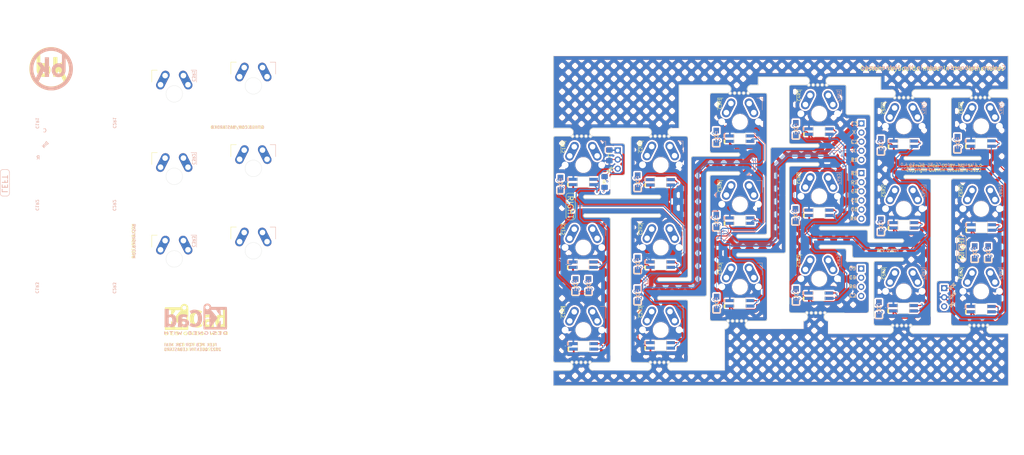
<source format=kicad_pcb>
(kicad_pcb (version 20240108) (generator "pcbnew") (generator_version "8.0")
  (layers (0 "F.Cu" signal) (31 "B.Cu" signal) (34 "B.Paste" user) (35 "F.Paste" user) (36 "B.SilkS" user "B.Silkscreen") (37 "F.SilkS" user "F.Silkscreen") (38 "B.Mask" user) (39 "F.Mask" user) (44 "Edge.Cuts" user))
  (net 0 "")
  (net 1 "col1")
  (net 2 "col2")
  (net 3 "Net-(D1-A)")
  (net 4 "col3")
  (net 5 "Net-(D2-A)")
  (net 6 "Net-(D28-DOUT)")
  (net 7 "Net-(D28-DIN)")
  (net 8 "Net-(D18-DIN)")
  (net 9 "col4")
  (net 10 "Net-(D18-DOUT)")
  (net 11 "Net-(D5-DOUT)")
  (net 12 "Net-(D33-DIN)")
  (net 13 "col5")
  (net 14 "col6")
  (net 15 "row3")
  (net 16 "row2")
  (net 17 "row4")
  (net 18 "row5")
  (net 19 "Net-(D9-A)")
  (net 20 "Net-(D10-A)")
  (net 21 "Vcc")
  (net 22 "Net-(D11-A)")
  (net 23 "Net-(D12-A)")
  (net 24 "Net-(D13-A)")
  (net 25 "Net-(D14-A)")
  (net 26 "Net-(D15-A)")
  (net 27 "Net-(D16-A)")
  (net 28 "Net-(D17-A)")
  (net 29 "Net-(D19-A)")
  (net 30 "Net-(D20-A)")
  (net 31 "Net-(D21-DOUT)")
  (net 32 "Net-(D21-DIN)")
  (net 33 "Net-(D23-DOUT)")
  (net 34 "Net-(D25-DOUT)")
  (net 35 "Net-(D27-A)")
  (net 36 "Net-(D31-A)")
  (net 37 "Net-(D32-A)")
  (net 38 "Net-(D35-A)")
  (net 39 "Net-(D36-A)")
  (net 40 "Net-(D37-DOUT)")
  (net 41 "Net-(D39-DOUT)")
  (net 42 "Net-(D41-DOUT)")
  (net 43 "Net-(D47-DOUT)")
  (net 44 "Net-(D49-DOUT)")
  (net 45 "Net-(D51-DOUT)")
  (net 46 "Gnd")
  (net 47 "Din")
  (net 48 "Dout")
  (net 49 "Net-(D55-DOUT)")
  (net 50 "Net-(D57-DOUT)")
  (footprint "custom:Diode_TH_SOD123" (layer "F.Cu") (at 37.361468 83.52195 90)
    (property "Reference" "D2" (hide yes))
    (property "Value" "D")
  )
  (footprint "libs2:YS-SK6812MINI-E_REVERSE" (layer "F.Cu") (at 154.255999 72.317998)
    (property "Reference" "D55" (hide yes))
    (property "Value" "SK6812MINI")
    (fp_line (start -1.7 -1.5) (end -1.7 1.5) (stroke (width 0.12)) (layer "Edge.Cuts"))
    (fp_line (start -1.7 1.5) (end 1.7 1.5) (stroke (width 0.12)) (layer "Edge.Cuts"))
    (fp_line (start 1.7 -1.5) (end -1.7 -1.5) (stroke (width 0.12)) (layer "Edge.Cuts"))
    (fp_line (start 1.7 1.5) (end 1.7 -1.5) (stroke (width 0.12)) (layer "Edge.Cuts"))
  )
  (footprint "custom:Diode_TH_SOD123" (layer "F.Cu") (at 125.8252 118.20275 90)
    (property "Reference" "D31" (hide yes))
    (property "Value" "D")
  )
  (footprint "custom:Diode_TH_SOD123" (layer "F.Cu") (at 102.75 68.3 90)
    (property "Reference" "D13" (hide yes))
    (property "Value" "D")
  )
  (footprint "libs2:YS-SK6812MINI-E_REVERSE" (layer "F.Cu") (at 43.84 128.729999)
    (property "Reference" "D18" (hide yes))
    (property "Value" "SK6812MINI")
    (fp_line (start -1.7 -1.5) (end -1.7 1.5) (stroke (width 0.12)) (layer "Edge.Cuts"))
    (fp_line (start -1.7 1.5) (end 1.7 1.5) (stroke (width 0.12)) (layer "Edge.Cuts"))
    (fp_line (start 1.7 -1.5) (end -1.7 -1.5) (stroke (width 0.12)) (layer "Edge.Cuts"))
    (fp_line (start 1.7 1.5) (end 1.7 -1.5) (stroke (width 0.12)) (layer "Edge.Cuts"))
  )
  (footprint "libs2:YS-SK6812MINI-E_REVERSE" (layer "F.Cu") (at 109.256 91.567998)
    (property "Reference" "D39" (hide yes))
    (property "Value" "SK6812MINI")
    (fp_line (start -1.7 -1.5) (end -1.7 1.5) (stroke (width 0.12)) (layer "Edge.Cuts"))
    (fp_line (start -1.7 1.5) (end 1.7 1.5) (stroke (width 0.12)) (layer "Edge.Cuts"))
    (fp_line (start 1.7 -1.5) (end -1.7 -1.5) (stroke (width 0.12)) (layer "Edge.Cuts"))
    (fp_line (start 1.7 1.5) (end 1.7 -1.5) (stroke (width 0.12)) (layer "Edge.Cuts"))
  )
  (footprint "Connector_PinHeader_2.54mm:PinHeader_1x03_P2.54mm_Vertical" (layer "F.Cu") (at 53.27 74.23)
    (property "Reference" "J3" (hide yes))
    (property "Value" "Conn_01x03_Female")
  )
  (footprint "LOGO" (layer "F.Cu") (at -63.965765 121.296537)
    (property "Reference" "G***" (hide yes))
    (property "Value" "LOGO" (hide yes))
  )
  (footprint "custom:Diode_TH_SOD123" (layer "F.Cu") (at 58.8 114.4 90)
    (property "Reference" "D12" (hide yes))
    (property "Value" "D")
  )
  (footprint "custom:Diode_TH_SOD123" (layer "F.Cu") (at 80.65775 93.85275 90)
    (property "Reference" "D19" (hide yes))
    (property "Value" "D")
  )
  (footprint "Capacitor_SMD:C_1206_3216Metric_Pad1.42x1.75mm_HandSolder" (layer "F.Cu") (at 50.95 75.6 -90)
    (property "Reference" "C1" (hide yes))
    (property "Value" "1u")
  )
  (footprint "libs2:YS-SK6812MINI-E_REVERSE" (layer "F.Cu") (at 87.206 116.767998)
    (property "Reference" "D25" (hide yes))
    (property "Value" "SK6812MINI")
    (fp_line (start -1.7 -1.5) (end -1.7 1.5) (stroke (width 0.12)) (layer "Edge.Cuts"))
    (fp_line (start -1.7 1.5) (end 1.7 1.5) (stroke (width 0.12)) (layer "Edge.Cuts"))
    (fp_line (start 1.7 -1.5) (end -1.7 -1.5) (stroke (width 0.12)) (layer "Edge.Cuts"))
    (fp_line (start 1.7 1.5) (end 1.7 -1.5) (stroke (width 0.12)) (layer "Edge.Cuts"))
  )
  (footprint "custom:Diode_TH_SOD123" (layer "F.Cu") (at 102.65 92.2 90)
    (property "Reference" "D27" (hide yes))
    (property "Value" "D")
  )
  (footprint "custom:Diode_TH_SOD123" (layer "F.Cu") (at 41.55775 111.75275 90)
    (property "Reference" "D10" (hide yes))
    (property "Value" "D")
  )
  (footprint "libs2:YS-SK6812MINI-E_REVERSE" (layer "F.Cu") (at 109.256 68.967998)
    (property "Reference" "D41" (hide yes))
    (property "Value" "SK6812MINI")
    (fp_line (start -1.7 -1.5) (end -1.7 1.5) (stroke (width 0.12)) (layer "Edge.Cuts"))
    (fp_line (start -1.7 1.5) (end 1.7 1.5) (stroke (width 0.12)) (layer "Edge.Cuts"))
    (fp_line (start 1.7 -1.5) (end -1.7 -1.5) (stroke (width 0.12)) (layer "Edge.Cuts"))
    (fp_line (start 1.7 1.5) (end 1.7 -1.5) (stroke (width 0.12)) (layer "Edge.Cuts"))
  )
  (footprint "libs2:YS-SK6812MINI-E_REVERSE" (layer "F.Cu") (at 132.756 95.068)
    (property "Reference" "D49" (hide yes))
    (property "Value" "SK6812MINI")
    (fp_line (start -1.7 -1.5) (end -1.7 1.5) (stroke (width 0.12)) (layer "Edge.Cuts"))
    (fp_line (start -1.7 1.5) (end 1.7 1.5) (stroke (width 0.12)) (layer "Edge.Cuts"))
    (fp_line (start 1.7 -1.5) (end -1.7 -1.5) (stroke (width 0.12)) (layer "Edge.Cuts"))
    (fp_line (start 1.7 1.5) (end 1.7 -1.5) (stroke (width 0.12)) (layer "Edge.Cuts"))
  )
  (footprint "libs2:YS-SK6812MINI-E_REVERSE" (layer "F.Cu") (at 65.165999 105.997998)
    (property "Reference" "D7" (hide yes))
    (property "Value" "SK6812MINI")
    (fp_line (start -1.7 -1.5) (end -1.7 1.5) (stroke (width 0.12)) (layer "Edge.Cuts"))
    (fp_line (start -1.7 1.5) (end 1.7 1.5) (stroke (width 0.12)) (layer "Edge.Cuts"))
    (fp_line (start 1.7 -1.5) (end -1.7 -1.5) (stroke (width 0.12)) (layer "Edge.Cuts"))
    (fp_line (start 1.7 1.5) (end 1.7 -1.5) (stroke (width 0.12)) (layer "Edge.Cuts"))
  )
  (footprint "customs:PinHeader_1x05_P2.54mm_Vertical" (layer "F.Cu") (at 120.9608 66.719199)
    (property "Reference" "J2" (hide yes))
    (property "Value" "Conn_01x05_Female")
  )
  (footprint "Connector_PinHeader_2.54mm:PinHeader_1x06_P2.54mm_Vertical" (layer "F.Cu") (at 120.9608 80.536799)
    (property "Reference" "J4" (hide yes))
    (property "Value" "Conn_01x06_Female")
  )
  (footprint "Connector_PinHeader_2.54mm:PinHeader_1x03_P2.54mm_Vertical" (layer "F.Cu") (at 143.9552 112.5344)
    (property "Reference" "J5" (hide yes))
    (property "Value" "Conn_01x03_Female")
  )
  (footprint "custom:Diode_TH_SOD123" (layer "F.Cu") (at 80.65 70.45 90)
    (property "Reference" "D11" (hide yes))
    (property "Value" "D")
  )
  (footprint "Resistor_SMD:R_1206_3216Metric_Pad1.42x1.75mm_HandSolder" (layer "F.Cu") (at 49.6 83 -90)
    (property "Reference" "R2" (hide yes))
    (property "Value" "330")
  )
  (footprint "custom:Diode_TH_SOD123" (layer "F.Cu") (at 126.3752 95.15275 90)
    (property "Reference" "D32" (hide yes))
    (property "Value" "D")
  )
  (footprint "custom:Diode_TH_SOD123" (layer "F.Cu") (at 58.80775 82.90275 90)
    (property "Reference" "D9" (hide yes))
    (property "Value" "D")
  )
  (footprint "libs2:YS-SK6812MINI-E_REVERSE" (layer "F.Cu") (at 43.65 106.009999)
    (property "Reference" "D4" (hide yes))
    (property "Value" "SK6812MINI")
    (fp_line (start -1.7 -1.5) (end -1.7 1.5) (stroke (width 0.12)) (layer "Edge.Cuts"))
    (fp_line (start -1.7 1.5) (end 1.7 1.5) (stroke (width 0.12)) (layer "Edge.Cuts"))
    (fp_line (start 1.7 -1.5) (end -1.7 -1.5) (stroke (width 0.12)) (layer "Edge.Cuts"))
    (fp_line (start 1.7 1.5) (end 1.7 -1.5) (stroke (width 0.12)) (layer "Edge.Cuts"))
  )
  (footprint "custom:Diode_TH_SOD123" (layer "F.Cu") (at 80.75 116.65 90)
    (property "Reference" "D17" (hide yes))
    (property "Value" "D")
  )
  (footprint "custom:Diode_TH_SOD123" (layer "F.Cu") (at 126.3752 72.75275 90)
    (property "Reference" "D14" (hide yes))
    (property "Value" "D")
  )
  (footprint "Connector_PinHeader_2.54mm:PinHeader_1x04_P2.54mm_Vertical" (layer "F.Cu") (at 120.9 107.1)
    (property "Reference" "J1" (hide yes))
    (property "Value" "Conn_01x04_Female")
  )
  (footprint "custom:Diode_TH_SOD123" (layer "F.Cu") (at 102.8 114.45 90)
    (property "Reference" "D20" (hide yes))
    (property "Value" "D")
  )
  (footprint "LOGO" (layer "F.Cu") (at -104.1752 51.5)
    (property "Reference" "G***" (hide yes))
    (property "Value" "LOGO" (hide yes))
  )
  (footprint "libs2:YS-SK6812MINI-E_REVERSE" (layer "F.Cu") (at 154.255999 118.367998)
    (property "Reference" "D59" (hide yes))
    (property "Value" "SK6812MINI")
    (fp_line (start -1.7 -1.5) (end -1.7 1.5) (stroke (width 0.12)) (layer "Edge.Cuts"))
    (fp_line (start -1.7 1.5) (end 1.7 1.5) (stroke (width 0.12)) (layer "Edge.Cuts"))
    (fp_line (start 1.7 -1.5) (end -1.7 -1.5) (stroke (width 0.12)) (layer "Edge.Cuts"))
    (fp_line (start 1.7 1.5) (end 1.7 -1.5) (stroke (width 0.12)) (layer "Edge.Cuts"))
  )
  (footprint "libs2:YS-SK6812MINI-E_REVERSE" (layer "F.Cu") (at 154.355999 95.667998)
    (property "Reference" "D57" (hide yes))
    (property "Value" "SK6812MINI")
    (fp_line (start -1.7 -1.5) (end -1.7 1.5) (stroke (width 0.12)) (layer "Edge.Cuts"))
    (fp_line (start -1.7 1.5) (end 1.7 1.5) (stroke (width 0.12)) (layer "Edge.Cuts"))
    (fp_line (start 1.7 -1.5) (end -1.7 -1.5) (stroke (width 0.12)) (layer "Edge.Cuts"))
    (fp_line (start 1.7 1.5) (end 1.7 -1.5) (stroke (width 0.12)) (layer "Edge.Cuts"))
  )
  (footprint "custom:Diode_TH_SOD123" (layer "F.Cu") (at 45.15 111.75275 90)
    (property "Reference" "D1" (hide yes))
    (property "Value" "D")
  )
  (footprint "libs2:YS-SK6812MINI-E_REVERSE" (layer "F.Cu") (at 65.165999 83.107998)
    (property "Reference" "D33" (hide yes))
    (property "Value" "SK6812MINI")
    (fp_line (start -1.7 -1.5) (end -1.7 1.5) (stroke (width 0.12)) (layer "Edge.Cuts"))
    (fp_line (start -1.7 1.5) (end 1.7 1.5) (stroke (width 0.12)) (layer "Edge.Cuts"))
    (fp_line (start 1.7 -1.5) (end -1.7 -1.5) (stroke (width 0.12)) (layer "Edge.Cuts"))
    (fp_line (start 1.7 1.5) (end 1.7 -1.5) (stroke (width 0.12)) (layer "Edge.Cuts"))
  )
  (footprint "libs2:YS-SK6812MINI-E_REVERSE" (layer "F.Cu") (at 109.181 114.617998)
    (property "Reference" "D37" (hide yes))
    (property "Value" "SK6812MINI")
    (fp_line (start -1.7 -1.5) (end -1.7 1.5) (stroke (width 0.12)) (layer "Edge.Cuts"))
    (fp_line (start -1.7 1.5) (end 1.7 1.5) (stroke (width 0.12)) (layer "Edge.Cuts"))
    (fp_line (start 1.7 -1.5) (end -1.7 -1.5) (stroke (width 0.12)) (layer "Edge.Cuts"))
    (fp_line (start 1.7 1.5) (end 1.7 -1.5) (stroke (width 0.12)) (layer "Edge.Cuts"))
  )
  (footprint "libs2:YS-SK6812MINI-E_REVERSE" (layer "F.Cu") (at 87.206 93.767998)
    (property "Reference" "D23" (hide yes))
    (property "Value" "SK6812MINI")
    (fp_line (start -1.7 -1.5) (end -1.7 1.5) (stroke (width 0.12)) (layer "Edge.Cuts"))
    (fp_line (start -1.7 1.5) (end 1.7 1.5) (stroke (width 0.12)) (layer "Edge.Cuts"))
    (fp_line (start 1.7 -1.5) (end -1.7 -1.5) (stroke (width 0.12)) (layer "Edge.Cuts"))
    (fp_line (start 1.7 1.5) (end 1.7 -1.5) (stroke (width 0.12)) (layer "Edge.Cuts"))
  )
  (footprint "custom:Diode_TH_SOD123" (layer "F.Cu") (at 156.1752 102.60275 90)
    (property "Reference" "D35" (hide yes))
    (property "Value" "D")
  )
  (footprint "custom:Diode_TH_SOD123" (layer "F.Cu") (at 58.8 105.75 90)
    (property "Reference" "D15" (hide yes))
    (property "Value" "D")
  )
  (footprint "libs2:YS-SK6812MINI-E_REVERSE" (layer "F.Cu") (at 43.7 83.009999)
    (property "Reference" "D3" (hide yes))
    (property "Value" "SK6812MINI")
    (fp_line (start -1.7 -1.5) (end -1.7 1.5) (stroke (width 0.12)) (layer "Edge.Cuts"))
    (fp_line (start -1.7 1.5) (end 1.7 1.5) (stroke (width 0.12)) (layer "Edge.Cuts"))
    (fp_line (start 1.7 -1.5) (end -1.7 -1.5) (stroke (width 0.12)) (layer "Edge.Cuts"))
    (fp_line (start 1.7 1.5) (end 1.7 -1.5) (stroke (width 0.12)) (layer "Edge.Cuts"))
  )
  (footprint "libs2:YS-SK6812MINI-E_REVERSE" (layer "F.Cu") (at 132.656 118.118)
    (property "Reference" "D51" (hide yes))
    (property "Value" "SK6812MINI")
    (fp_line (start -1.7 -1.5) (end -1.7 1.5) (stroke (width 0.12)) (layer "Edge.Cuts"))
    (fp_line (start -1.7 1.5) (end 1.7 1.5) (stroke (width 0.12)) (layer "Edge.Cuts"))
    (fp_line (start 1.7 -1.5) (end -1.7 -1.5) (stroke (width 0.12)) (layer "Edge.Cuts"))
    (fp_line (start 1.7 1.5) (end 1.7 -1.5) (stroke (width 0.12)) (layer "Edge.Cuts"))
  )
  (footprint "custom:Diode_TH_SOD123" (layer "F.Cu") (at 147.65 72.15 90)
    (property "Reference" "D16" (hide yes))
    (property "Value" "D")
  )
  (footprint "custom:Diode_TH_SOD123" (layer "F.Cu") (at 152.4252 102.60275 90)
    (property "Reference" "D36" (hide yes))
    (property "Value" "D")
  )
  (footprint "libs2:YS-SK6812MINI-E_REVERSE" (layer "F.Cu") (at 65.1652 128.454399)
    (property "Reference" "D5" (hide yes))
    (property "Value" "SK6812MINI")
    (fp_line (start -1.7 -1.5) (end -1.7 1.5) (stroke (width 0.12)) (layer "Edge.Cuts"))
    (fp_line (start -1.7 1.5) (end 1.7 1.5) (stroke (width 0.12)) (layer "Edge.Cuts"))
    (fp_line (start 1.7 -1.5) (end -1.7 -1.5) (stroke (width 0.12)) (layer "Edge.Cuts"))
    (fp_line (start 1.7 1.5) (end 1.7 -1.5) (stroke (width 0.12)) (layer "Edge.Cuts"))
  )
  (footprint "libs2:YS-SK6812MINI-E_REVERSE" (layer "F.Cu") (at 132.756 72.368)
    (property "Reference" "D47" (hide yes))
    (property "Value" "SK6812MINI")
    (fp_line (start -1.7 -1.5) (end -1.7 1.5) (stroke (width 0.12)) (layer "Edge.Cuts"))
    (fp_line (start -1.7 1.5) (end 1.7 1.5) (stroke (width 0.12)) (layer "Edge.Cuts"))
    (fp_line (start 1.7 -1.5) (end -1.7 -1.5) (stroke (width 0.12)) (layer "Edge.Cuts"))
    (fp_line (start 1.7 1.5) (end 1.7 -1.5) (stroke (width 0.12)) (layer "Edge.Cuts"))
  )
  (footprint "libs2:YS-SK6812MINI-E_REVERSE" (layer "F.Cu") (at 87.206 70.967998)
    (property "Reference" "D21" (hide yes))
    (property "Value" "SK6812MINI")
    (fp_line (start -1.7 -1.5) (end -1.7 1.5) (stroke (width 0.12)) (layer "Edge.Cuts"))
    (fp_line (start -1.7 1.5) (end 1.7 1.5) (stroke (width 0.12)) (layer "Edge.Cuts"))
    (fp_line (start 1.7 -1.5) (end -1.7 -1.5) (stroke (width 0.12)) (layer "Edge.Cuts"))
    (fp_line (start 1.7 1.5) (end 1.7 -1.5) (stroke (width 0.12)) (layer "Edge.Cuts"))
  )
  (footprint "libs2:YS-SK6812MINI-E_REVERSE_NO_EDGECUT" (layer "B.Cu") (at 43.75 106.009999)
    (property "Reference" "D29" (hide yes))
    (property "Value" "SK6812MINI")
  )
  (footprint "Capacitor_SMD:C_1206_3216Metric_Pad1.42x1.75mm_HandSolder" (layer "B.Cu") (at 50.96 75.61 -90)
    (property "Reference" "C2" (hide yes))
    (property "Value" "1u")
  )
  (footprint "libs2:YS-SK6812MINI-E_REVERSE_NO_EDGECUT" (layer "B.Cu") (at 132.756 72.368)
    (property "Reference" "D48" (hide yes))
    (property "Value" "SK6812MINI")
  )
  (footprint "custom:SW_MX_reversible" (layer "B.Cu") (at 87.2534 112.153199 180)
    (property "Reference" "SW12" (hide yes))
    (property "Value" "SW_Push")
    (fp_circle (center 0 0) (end 2.3 0) (stroke (width 0.05)) (fill none) (layer "Edge.Cuts"))
  )
  (footprint "custom:SW_MX_reversible" (layer "B.Cu") (at -69.9218 104.4032 180)
    (property "Reference" "SW12" (hide yes))
    (property "Value" "SW_Push")
    (fp_circle (center 0 0) (end 2.3 0) (stroke (width 0.05)) (fill none) (layer "Edge.Cuts"))
  )
  (footprint "libs2:YS-SK6812MINI-E_REVERSE_NO_EDGECUT" (layer "B.Cu") (at 109.125 114.65)
    (property "Reference" "D38" (hide yes))
    (property "Value" "SK6812MINI")
  )
  (footprint "custom:SW_MX_reversible" (layer "B.Cu") (at 65.241599 101.196399 180)
    (property "Reference" "SW7" (hide yes))
    (property "Value" "SW_Push")
    (fp_circle (center 0 0) (end 2.3 0) (stroke (width 0.05)) (fill none) (layer "Edge.Cuts"))
  )
  (footprint "custom:SW_MX_reversible" (layer "B.Cu") (at -47.9508 79.2318 180)
    (property "Reference" "SW16" (hide yes))
    (property "Value" "SW_Push")
    (fp_circle (center 0 0) (end 2.3 0) (stroke (width 0.05)) (fill none) (layer "Edge.Cuts"))
  )
  (footprint "LOGO" (layer "B.Cu") (at -104.0752 51.55 180)
    (property "Reference" "G***" (hide yes))
    (property "Value" "LOGO" (hide yes))
  )
  (footprint "custom:SW_MX_reversible" (layer "B.Cu") (at 132.7464 90.4428 180)
    (property "Reference" "SW21" (hide yes))
    (property "Value" "SW_Push")
    (fp_circle (center 0 0) (end 2.3 0) (stroke (width 0.05)) (fill none) (layer "Edge.Cuts"))
  )
  (footprint "libs2:YS-SK6812MINI-E_REVERSE_NO_EDGECUT" (layer "B.Cu") (at 43.75 83.009999)
    (property "Reference" "D28" (hide yes))
    (property "Value" "SK6812MINI")
  )
  (footprint "libs2:YS-SK6812MINI-E_REVERSE_NO_EDGECUT" (layer "B.Cu") (at 87.2 93.75)
    (property "Reference" "D24" (hide yes))
    (property "Value" "SK6812MINI")
  )
  (footprint "custom:SW_MX_reversible" (layer "B.Cu") (at -69.9218 81.4416 180)
    (property "Reference" "SW11" (hide yes))
    (property "Value" "SW_Push")
    (fp_circle (center 0 0) (end 2.3 0) (stroke (width 0.05)) (fill none) (layer "Edge.Cuts"))
  )
  (footprint "LOGO" (layer "B.Cu") (at -63.865765 121.196537 180)
    (property "Reference" "G***" (hide yes))
    (property "Value" "LOGO" (hide yes))
  )
  (footprint "libs2:YS-SK6812MINI-E_REVERSE_NO_EDGECUT" (layer "B.Cu") (at 43.75 128.729999)
    (property "Reference" "D30" (hide yes))
    (property "Value" "SK6812MINI")
  )
  (footprint "libs2:YS-SK6812MINI-E_REVERSE_NO_EDGECUT" (layer "B.Cu") (at 65.1652 128.454399)
    (property "Reference" "D6" (hide yes))
    (property "Value" "SK6812MINI")
  )
  (footprint "custom:SW_MX_reversible" (layer "B.Cu") (at 109.2244 86.981799 180)
    (property "Reference" "SW16" (hide yes))
    (property "Value" "SW_Push")
    (fp_circle (center 0 0) (end 2.3 0) (stroke (width 0.05)) (fill none) (layer "Edge.Cuts"))
  )
  (footprint "custom:SW_MX_reversible" (layer "B.Cu") (at 87.2534 89.191599 180)
    (property "Reference" "SW11" (hide yes))
    (property "Value" "SW_Push")
    (fp_circle (center 0 0) (end 2.3 0) (stroke (width 0.05)) (fill none) (layer "Edge.Cuts"))
  )
  (footprint "libs2:YS-SK6812MINI-E_REVERSE_NO_EDGECUT" (layer "B.Cu") (at 132.756 95.068)
    (property "Reference" "D50" (hide yes))
    (property "Value" "SK6812MINI")
  )
  (footprint "libs2:YS-SK6812MINI-E_REVERSE_NO_EDGECUT" (layer "B.Cu") (at 87.2 70.95)
    (property "Reference" "D22" (hide yes))
    (property "Value" "SK6812MINI")
  )
  (footprint "custom:SW_MX_reversible" (layer "B.Cu") (at -47.9508 102.1426 180)
    (property "Reference" "SW17" (hide yes))
    (property "Value" "SW_Push")
    (fp_circle (center 0 0) (end 2.3 0) (stroke (width 0.05)) (fill none) (layer "Edge.Cuts"))
  )
  (footprint "libs2:YS-SK6812MINI-E_REVERSE_NO_EDGECUT" (layer "B.Cu") (at 87.2 116.75)
    (property "Reference" "D26" (hide yes))
    (property "Value" "SK6812MINI")
  )
  (footprint "custom:SW_MX_reversible" (layer "B.Cu") (at 109.2244 109.892599 180)
    (property "Reference" "SW17" (hide yes))
    (property "Value" "SW_Push")
    (fp_circle (center 0 0) (end 2.3 0) (stroke (width 0.05)) (fill none) (layer "Edge.Cuts"))
  )
  (footprint "libs2:YS-SK6812MINI-E_REVERSE_NO_EDGECUT" (layer "B.Cu") (at 109.2 69)
    (property "Reference" "D42" (hide yes))
    (property "Value" "SK6812MINI")
  )
  (footprint "custom:SW_MX_reversible" (layer "B.Cu") (at -47.9508 56.2702 180)
    (property "Reference" "SW15" (hide yes))
    (property "Value" "SW_Push")
    (fp_circle (center 0 0) (end 2.3 0) (stroke (width 0.05)) (fill none) (layer "Edge.Cuts"))
  )
  (footprint "custom:SW_MX_reversible" (layer "B.Cu") (at 87.2534 66.255399 180)
    (property "Reference" "SW10" (hide yes))
    (property "Value" "SW_Push")
    (fp_circle (center 0 0) (end 2.3 0) (stroke (width 0.05)) (fill none) (layer "Edge.Cuts"))
  )
  (footprint "libs2:YS-SK6812MINI-E_REVERSE_NO_EDGECUT" (layer "B.Cu") (at 65.165999 83.107998)
    (property "Reference" "D34" (hide yes))
    (property "Value" "SK6812MINI")
  )
  (footprint "libs2:YS-SK6812MINI-E_REVERSE_NO_EDGECUT" (layer "B.Cu") (at 154.255999 118.367998)
    (property "Reference" "D60" (hide yes))
    (property "Value" "SK6812MINI")
  )
  (footprint "custom:SW_MX_reversible" (layer "B.Cu") (at 154.209399 67.506598 180)
    (property "Reference" "SW24" (hide yes))
    (property "Value" "SW_Push")
    (fp_circle (center 0 0) (end 2.3 0) (stroke (width 0.05)) (fill none) (layer "Edge.Cuts"))
  )
  (footprint "Resistor_SMD:R_1206_3216Metric_Pad1.42x1.75mm_HandSolder" (layer "B.Cu") (at 49.62 83.0075 -90)
    (property "Reference" "R1" (hide yes))
    (property "Value" "330")
  )
  (footprint "libs2:YS-SK6812MINI-E_REVERSE_NO_EDGECUT" (layer "B.Cu") (at 154.255999 72.317998)
    (property "Reference" "D56" (hide yes))
    (property "Value" "SK6812MINI")
  )
  (footprint "custom:SW_MX_reversible" (layer "B.Cu") (at 65.241599 124.132599 180)
    (property "Reference" "SW8" (hide yes))
    (property "Value" "SW_Push")
    (fp_circle (center 0 0) (end 2.3 0) (stroke (width 0.05)) (fill none) (layer "Edge.Cuts"))
  )
  (footprint "custom:SW_MX_reversible" (layer "B.Cu") (at -69.9218 58.5054 180)
    (property "Reference" "SW10" (hide yes))
    (property "Value" "SW_Push")
    (fp_circle (center 0 0) (end 2.3 0) (stroke (width 0.05)) (fill none) (layer "Edge.Cuts"))
  )
  (footprint "custom:SW_MX_reversible" (layer "B.Cu") (at 154.234799 90.442798 180)
    (property "Reference" "SW25" (hide yes))
    (property "Value" "SW_Push")
    (fp_circle (center 0 0) (end 2.3 0) (stroke (width 0.05)) (fill none) (layer "Edge.Cuts"))
  )
  (footprint "custom:SW_MX_reversible" (layer "B.Cu") (at 154.234799 113.404398 180)
    (property "Reference" "SW26" (hide yes))
    (property "Value" "SW_Push")
    (fp_circle (center 0 0) (end 2.3 0) (stroke (width 0.05)) (fill none) (layer "Edge.Cuts"))
  )
  (footprint "libs2:YS-SK6812MINI-E_REVERSE_NO_EDGECUT" (layer "B.Cu") (at 132.656 118.118)
    (property "Reference" "D52" (hide yes))
    (property "Value" "SK6812MINI")
  )
  (footprint "custom:SW_MX_reversible" (layer "B.Cu") (at 132.721 67.5066 180)
    (property "Reference" "SW20" (hide yes))
    (property "Value" "SW_Push")
    (fp_circle (center 0 0) (end 2.3 0) (stroke (width 0.05)) (fill none) (layer "Edge.Cuts"))
  )
  (footprint "custom:SW_MX_reversible" (layer "B.Cu") (at 43.7372 78.2922 180)
    (property "Reference" "SW2" (hide yes))
    (property "Value" "SW_Push")
    (fp_circle (center 0 0) (end 2.3 0) (stroke (width 0.05)) (fill none) (layer "Edge.Cuts"))
  )
  (footprint "custom:SW_MX_reversible" (layer "B.Cu") (at 132.7464 113.4044 180)
    (property "Reference" "SW22" (hide yes))
    (property "Value" "SW_Push")
    (fp_circle (center 0 0) (end 2.3 0) (stroke (width 0.05)) (fill none) (layer "Edge.Cuts"))
  )
  (footprint "custom:SW_MX_reversible" (layer "B.Cu") (at 109.2244 64.020199 180)
    (property "Reference" "SW15" (hide yes))
    (property "Value" "SW_Push")
    (fp_circle (center 0 0) (end 2.3 0) (stroke (width 0.05)) (fill none) (layer "Edge.Cuts"))
  )
  (footprint "libs2:YS-SK6812MINI-E_REVERSE_NO_EDGECUT" (layer "B.Cu") (at 65.165999 105.997998)
    (property "Reference" "D8" (hide yes))
    (property "Value" "SK6812MINI")
  )
  (footprint "custom:SW_MX_reversible" (layer "B.Cu") (at 65.241599 78.234799 180)
    (property "Reference" "SW6" (hide yes))
    (property "Value" "SW_Push")
    (fp_circle (center 0 0) (end 2.3 0) (stroke (width 0.05)) (fill none) (layer "Edge.Cuts"))
  )
  (footprint "libs2:YS-SK6812MINI-E_REVERSE_NO_EDGECUT" (layer "B.Cu") (at 154.355999 95.667998)
    (property "Reference" "D58" (hide yes))
    (property "Value" "SK6812MINI")
  )
  (footprint "libs2:YS-SK6812MINI-E_REVERSE_NO_EDGECUT" (layer "B.Cu") (at 109.2 91.6)
    (property "Reference" "D40" (hide yes))
    (property "Value" "SK6812MINI")
  )
  (footprint "custom:SW_MX_reversible" (layer "B.Cu") (at 43.7372 101.2284 180)
    (property "Reference" "SW3" (hide yes))
    (property "Value" "SW_Push")
    (fp_circle (center 0 0) (end 2.3 0) (stroke (width 0.05)) (fill none) (layer "Edge.Cuts"))
  )
  (footprint "custom:SW_MX_reversible" (layer "B.Cu") (at 43.7372 124.19 180)
    (property "Reference" "SW4" (hide yes))
    (property "Value" "SW_Push")
    (fp_circle (center 0 0) (end 2.3 0) (stroke (width 0.05)) (fill none) (layer "Edge.Cuts"))
  )
  (gr_line (start 147.471005 104.46622) (end 147.471005 98.64122) (stroke (width 0.12)) (layer "B.SilkS"))
  (gr_arc (start 147.471005 98.64122) (mid 147.701793 98.097968) (end 148.242083 97.860331) (stroke (width 0.12)) (layer "B.SilkS"))
  (gr_line (start -118.267284 86.143591) (end -118.267283 80.318591) (stroke (width 0.12)) (layer "B.SilkS"))
  (gr_line (start 149.261194 97.860331) (end 148.242083 97.860331) (stroke (width 0.12)) (layer "B.SilkS"))
  (gr_line (start 150.042084 98.656409) (end 150.042083 104.481409) (stroke (width 0.12)) (layer "B.SilkS"))
  (gr_line (start -115.696205 80.33378) (end -115.696205 86.15878) (stroke (width 0.12)) (layer "B.SilkS"))
  (gr_arc (start -116.477094 79.537702) (mid -115.925192 79.777373) (end -115.696204 80.33378) (stroke (width 0.12)) (layer "B.SilkS"))
  (gr_arc (start -118.267283 80.318591) (mid -118.036496 79.775346) (end -117.496205 79.537702) (stroke (width 0.12)) (layer "B.SilkS"))
  (gr_arc (start 149.261194 97.860331) (mid 149.813088 98.100001) (end 150.042084 98.656409) (stroke (width 0.12)) (layer "B.SilkS"))
  (gr_arc (start -117.486394 86.939669) (mid -118.038293 86.7) (end -118.267284 86.143591) (stroke (width 0.12)) (layer "B.SilkS"))
  (gr_line (start -117.486394 86.939669) (end -116.467283 86.939669) (stroke (width 0.12)) (layer "B.SilkS"))
  (gr_arc (start -115.696205 86.15878) (mid -115.926981 86.702047) (end -116.467283 86.939669) (stroke (width 0.12)) (layer "B.SilkS"))
  (gr_line (start 148.251894 105.262298) (end 149.271005 105.262298) (stroke (width 0.12)) (layer "B.SilkS"))
  (gr_line (start -116.477094 79.537702) (end -117.496205 79.537702) (stroke (width 0.12)) (layer "B.SilkS"))
  (gr_arc (start 148.251894 105.262298) (mid 147.7 105.022628) (end 147.471004 104.46622) (stroke (width 0.12)) (layer "B.SilkS"))
  (gr_arc (start 150.042083 104.481409) (mid 149.811295 105.024661) (end 149.271005 105.262298) (stroke (width 0.12)) (layer "B.SilkS"))
  (gr_line (start 147.471005 98.656408) (end 147.471005 104.481408) (stroke (width 0.12)) (layer "F.SilkS"))
  (gr_arc (start 150.042084 104.466219) (mid 149.813088 105.022627) (end 149.261194 105.262297) (stroke (width 0.12)) (layer "F.SilkS"))
  (gr_arc (start 39.666995 93.53967) (mid 39.126695 93.302042) (end 38.895917 92.758781) (stroke (width 0.12)) (layer "F.SilkS"))
  (gr_line (start 148.251894 97.86033) (end 149.271005 97.86033) (stroke (width 0.12)) (layer "F.SilkS"))
  (gr_arc (start 147.471004 98.656408) (mid 147.7 98.1) (end 148.251894 97.86033) (stroke (width 0.12)) (layer "F.SilkS"))
  (gr_line (start 149.261194 105.262297) (end 148.242083 105.262297) (stroke (width 0.12)) (layer "F.SilkS"))
  (gr_arc (start 149.271005 97.86033) (mid 149.811295 98.097968) (end 150.042083 98.641219) (stroke (width 0.12)) (layer "F.SilkS"))
  (gr_line (start 38.895916 86.933781) (end 38.895917 92.758781) (stroke (width 0.12)) (layer "F.SilkS"))
  (gr_arc (start 41.466996 92.743592) (mid 41.237997 93.299997) (end 40.686106 93.53967) (stroke (width 0.12)) (layer "F.SilkS"))
  (gr_line (start 40.686106 93.53967) (end 39.666995 93.53967) (stroke (width 0.12)) (layer "F.SilkS"))
  (gr_arc (start 38.895916 86.933781) (mid 39.124931 86.377392) (end 39.676806 86.137703) (stroke (width 0.12)) (layer "F.SilkS"))
  (gr_line (start 41.466995 92.743592) (end 41.466995 86.918592) (stroke (width 0.12)) (layer "F.SilkS"))
  (gr_arc (start 148.242083 105.262297) (mid 147.701793 105.024659) (end 147.471005 104.481408) (stroke (width 0.12)) (layer "F.SilkS"))
  (gr_arc (start 40.695917 86.137703) (mid 41.236217 86.375331) (end 41.466995 86.918592) (stroke (width 0.12)) (layer "F.SilkS"))
  (gr_line (start 39.676806 86.137703) (end 40.695917 86.137703) (stroke (width 0.12)) (layer "F.SilkS"))
  (gr_line (start 150.042084 104.466219) (end 150.042083 98.641219) (stroke (width 0.12)) (layer "F.SilkS"))
  (gr_arc (start 86.75 103.799999) (mid 86.25 103.299999) (end 86.75 102.799999) (stroke (width 0.2)) (layer "Edge.Cuts"))
  (gr_arc (start 46.579963 70.272218) (mid 46.327869 70.244061) (end 46.088493 70.16014) (stroke (width 0.2)) (layer "Edge.Cuts"))
  (gr_circle (center 131.453005 59.548363) (end 131.853005 59.548363) (stroke (width 0.2)) (fill none) (layer "Edge.Cuts"))
  (gr_line (start 118.9752 104.059399) (end 132.2252 104.059399) (stroke (width 0.2)) (layer "Edge.Cuts"))
  (gr_arc (start 134.638701 123.341508) (mid 134.376873 122.626505) (end 135.006921 123.054083) (stroke (width 0.2)) (layer "Edge.Cuts"))
  (gr_arc (start 83.619083 56.045785) (mid 84.640375 56.694842) (end 84.482308 57.894561) (stroke (width 0.2)) (layer "Edge.Cuts"))
  (gr_arc (start 46.441924 135.428103) (mid 45.420635 134.779053) (end 45.578699 133.579327) (stroke (width 0.2)) (layer "Edge.Cuts"))
  (gr_arc (start 116.2252 101.5594) (mid 116.578753 101.705847) (end 116.7252 102.0594) (stroke (width 0.2)) (layer "Edge.Cuts"))
  (gr_line (start 140.2252 82.609399) (end 140.2252 120.434398) (stroke (width 0.2)) (layer "Edge.Cuts"))
  (gr_arc (start 50.725201 92.859398) (mid 51.078754 93.005845) (end 51.225201 93.359398) (stroke (width 0.2)) (layer "Edge.Cuts"))
  (gr_line (start 104.926926 121.671982) (end 104.926926 123.889399) (stroke (width 0.05)) (layer "Edge.Cuts"))
  (gr_circle (center 43.20497 70.278109) (end 43.60497 70.278109) (stroke (width 0.2)) (fill none) (layer "Edge.Cuts"))
  (gr_line (start 124.4252 105.5594) (end 124.4252 120.434398) (stroke (width 0.2)) (layer "Edge.Cuts"))
  (gr_arc (start 89.291912 121.757791) (mid 89.530997 121.673047) (end 89.782988 121.643998) (stroke (width 0.2)) (layer "Edge.Cuts"))
  (gr_line (start 86.703553 74.903552) (end 79.403553 74.903552) (stroke (width 0.2)) (layer "Edge.Cuts"))
  (gr_line (start 54.709999 81.100001) (end 51.8 81.100001) (stroke (width 0.05)) (layer "Edge.Cuts"))
  (gr_arc (start 40.179477 133.301967) (mid 40.808027 132.872251) (end 40.548698 133.588106) (stroke (width 0.2)) (layer "Edge.Cuts"))
  (gr_arc (start 118.9752 104.059399) (mid 118.621647 103.912952) (end 118.4752 103.559399) (stroke (width 0.2)) (layer "Edge.Cuts"))
  (gr_line (start 95.7 81.549999) (end 95.7252 73.909398) (stroke (width 0.2)) (layer "Edge.Cuts"))
  (gr_arc (start 124.4252 105.5594) (mid 124.571647 105.205847) (end 124.9252 105.0594) (stroke (width 0.2)) (layer "Edge.Cuts"))
  (gr_arc (start 94.736482 121.143999) (mid 94.590032 121.497549) (end 94.236482 121.643999) (stroke (width 0.2)) (layer "Edge.Cuts"))
  (gr_circle (center 133.373 122.943999) (end 132.973 122.943999) (stroke (width 0.2)) (fill none) (layer "Edge.Cuts"))
  (gr_circle (center 88.248004 58.287708) (end 88.648004 58.287708) (stroke (width 0.2)) (fill none) (layer "Edge.Cuts"))
  (gr_arc (start 45.946919 133.291901) (mid 46.186 133.207136) (end 46.437995 133.178108) (stroke (width 0.2)) (layer "Edge.Cuts"))
  (gr_arc (start 123.403 94.843999) (mid 123.256553 95.197552) (end 122.903 95.343999) (stroke (width 0.2)) (layer "Edge.Cuts"))
  (gr_arc (start 45.719271 69.874002) (mid 45.556969 68.674806) (end 46.576037 68.022222) (stroke (width 0.2)) (layer "Edge.Cuts"))
  (gr_line (start 145.9252 120.434398) (end 145.935199 119.8244) (stroke (width 0.05)) (layer "Edge.Cuts"))
  (gr_arc (start 117.9752 100.559399) (mid 118.328753 100.705846) (end 118.4752 101.059399) (stroke (width 0.2)) (layer "Edge.Cuts"))
  (gr_arc (start 84.482308 57.894562) (mid 84.744182 58.609625) (end 84.114088 58.181987) (stroke (width 0.2)) (layer "Edge.Cuts"))
  (gr_arc (start 139.7252 59.534399) (mid 140.082431 59.682535) (end 140.23 60.04) (stroke (width 0.2)) (layer "Edge.Cuts"))
  (gr_arc (start 122.971801 118.9) (mid 122.825354 119.253553) (end 122.471801 119.4) (stroke (width 0.2)) (layer "Edge.Cuts"))
  (gr_line (start 161.7252 54.034401) (end 161.7252 47.999999) (stroke (width 0.2)) (layer "Edge.Cuts"))
  (gr_line (start 128.751937 125.202095) (end 111.6752 125.214399) (stroke (width 0.05)) (layer "Edge.Cuts"))
  (gr_line (start 35.4252 47.999999) (end 35.423 68.033999) (stroke (width 0.2)) (layer "Edge.Cuts"))
  (gr_circle (center 41.954972 70.28029) (end 42.354972 70.28029) (stroke (width 0.2)) (fill none) (layer "Edge.Cuts"))
  (gr_arc (start 83.52447 121.767857) (mid 84.152994 121.338121) (end 83.893691 122.053996) (stroke (width 0.2)) (layer "Edge.Cuts"))
  (gr_arc (start 145.9252 60.0344) (mid 146.071647 59.680847) (end 146.4252 59.5344) (stroke (width 0.2)) (layer "Edge.Cuts"))
  (gr_line (start 64.7252 86.659398) (end 57.4252 86.659398) (stroke (width 0.2)) (layer "Edge.Cuts"))
  (gr_line (start 35.9252 70.284399) (end 39.829975 70.283999) (stroke (width 0.2)) (layer "Edge.Cuts"))
  (gr_arc (start 153.7252 75.909399) (mid 154.078753 76.055846) (end 154.2252 76.409399) (stroke (width 0.2)) (layer "Edge.Cuts"))
  (gr_line (start 94.7 81.549999) (end 94.696447 97.096446) (stroke (width 0.2)) (layer "Edge.Cuts"))
  (gr_arc (start 153.7252 81.109399) (mid 154.078753 81.255846) (end 154.2252 81.609399) (stroke (width 0.2)) (layer "Edge.Cuts"))
  (gr_line (start 86.75 103.799999) (end 94.196447 103.796448) (stroke (width 0.2)) (layer "Edge.Cuts"))
  (gr_circle (center 43.063 133.183998) (end 42.663 133.183998) (stroke (width 0.2)) (fill none) (layer "Edge.Cuts"))
  (gr_arc (start 122.1752 96.3594) (mid 122.528753 96.505846) (end 122.675199 96.859399) (stroke (width 0.2)) (layer "Edge.Cuts"))
  (gr_arc (start 135.586526 59.428213) (mid 134.957973 59.857987) (end 135.217305 59.142074) (stroke (width 0.2)) (layer "Edge.Cuts"))
  (gr_circle (center 109.547991 119.413915) (end 109.147991 119.413915) (stroke (width 0.2)) (fill none) (layer "Edge.Cuts"))
  (gr_line (start 77.878353 89.244154) (end 77.946447 114.296445) (stroke (width 0.2)) (layer "Edge.Cuts"))
  (gr_line (start 108.7252 77.609398) (end 100.4252 77.609398) (stroke (width 0.2)) (layer "Edge.Cuts"))
  (gr_arc (start 89.88153 58.171921) (mid 89.252994 58.601675) (end 89.512309 57.885782) (stroke (width 0.2)) (layer "Edge.Cuts"))
  (gr_line (start 116.2252 101.559399) (end 109.7252 101.5594) (stroke (width 0.2)) (layer "Edge.Cuts"))
  (gr_arc (start 64.7252 86.659398) (mid 65.078753 86.805845) (end 65.2252 87.159398) (stroke (width 0.2)) (layer "Edge.Cuts"))
  (gr_arc (start 129.819084 59.438279) (mid 129.580002 59.523035) (end 129.328008 59.552072) (stroke (width 0.2)) (layer "Edge.Cuts"))
  (gr_circle (center 107.047996 119.418277) (end 106.647996 119.418277) (stroke (width 0.2)) (fill none) (layer "Edge.Cuts"))
  (gr_line (start 104.923 119.421986) (end 101.4252 119.393998) (stroke (width 0.2)) (layer "Edge.Cuts"))
  (gr_line (start 79.403554 81.103553) (end 86.703553 81.103553) (stroke (width 0.2)) (layer "Edge.Cuts"))
  (gr_circle (center 85.157996 121.65207) (end 84.757996 121.65207) (stroke (width 0.2)) (fill none) (layer "Edge.Cuts"))
  (gr_line (start 145.9352 104.054401) (end 145.9252 82.6094) (stroke (width 0.05)) (layer "Edge.Cuts"))
  (gr_arc (start 129.608699 123.350289) (mid 129.771014 124.549485) (end 128.751937 125.202095) (stroke (width 0.2)) (layer "Edge.Cuts"))
  (gr_circle (center 152.748009 59.522072) (end 153.148009 59.522072) (stroke (width 0.2)) (fill none) (layer "Edge.Cuts"))
  (gr_line (start 95.7 81.549999) (end 95.696446 98.096446) (stroke (width 0.2)) (layer "Edge.Cuts"))
  (gr_line (start 109.725199 95.359399) (end 116.2252 95.3594) (stroke (width 0.2)) (layer "Edge.Cuts"))
  (gr_arc (start 64.725201 91.859398) (mid 65.078754 92.005846) (end 65.2252 92.359399) (stroke (width 0.2)) (layer "Edge.Cuts"))
  (gr_line (start 83.036926 123.905775) (end 83.0352 135.444399) (stroke (width 0.05)) (layer "Edge.Cuts"))
  (gr_arc (start 77.903554 80.603554) (mid 78.050013 80.250014) (end 78.403553 80.103553) (stroke (width 0.2)) (layer "Edge.Cuts"))
  (gr_arc (start 130.187304 59.150854) (mid 130.449132 59.865857) (end 129.819084 59.438279) (stroke (width 0.2)) (layer "Edge.Cuts"))
  (gr_arc (start 140.2252 75.409399) (mid 140.078753 75.762952) (end 139.7252 75.909399) (stroke (width 0.2)) (layer "Edge.Cuts"))
  (gr_line (start 140.23 60.04) (end 140.2252 75.409399) (stroke (width 0.2)) (layer "Edge.Cuts"))
  (gr_arc (start 136.077996 59.540291) (mid 135.825903 59.512134) (end 135.586526 59.428213) (stroke (width 0.2)) (layer "Edge.Cuts"))
  (gr_arc (start 87.203553 75.403553) (mid 87.05712 75.757119) (end 86.703554 75.903552) (stroke (width 0.2)) (layer "Edge.Cuts"))
  (gr_circle (center 87.657991 121.647707) (end 87.257991 121.647707) (stroke (width 0.2)) (fill none) (layer "Edge.Cuts"))
  (gr_arc (start 145.935201 109.9044) (mid 145.772749 110.356368) (end 145.3352 110.5544) (stroke (width 0.2)) (layer "Edge.Cuts"))
  (gr_line (start 123.403 94.843999) (end 123.413 64.793598) (stroke (width 0.05)) (layer "Edge.Cuts"))
  (gr_line (start 57.425201 70.284399) (end 61.548008 70.277792) (stroke (width 0.2)) (layer "Edge.Cuts"))
  (gr_line (start 51.225201 70.7844) (end 51.200001 71.83) (stroke (width 0.05)) (layer "Edge.Cuts"))
  (gr_arc (start 62.039084 70.163999) (mid 61.800004 70.248764) (end 61.548008 70.277792) (stroke (width 0.2)) (layer "Edge.Cuts"))
  (gr_arc (start 128.748009 122.952071) (mid 129.000102 122.980228) (end 129.239479 123.064149) (stroke (width 0.2)) (layer "Edge.Cuts"))
  (gr_arc (start 99.896446 102.296446) (mid 99.749986 102.649985) (end 99.396447 102.796445) (stroke (width 0.2)) (layer "Edge.Cuts"))
  (gr_arc (start 151.482308 59.124563) (mid 151.744136 59.839566) (end 151.114088 59.411988) (stroke (width 0.2)) (layer "Edge.Cuts"))
  (gr_line (start 132.2252 99.859399) (end 123.1752 99.859399) (stroke (width 0.2)) (layer "Edge.Cuts"))
  (gr_circle (center 153.998007 59.519891) (end 154.398007 59.519891) (stroke (width 0.2)) (fill none) (layer "Edge.Cuts"))
  (gr_arc (start 105.934076 55.920206) (mid 105.694995 56.004969) (end 105.443 56.033999) (stroke (width 0.2)) (layer "Edge.Cuts"))
  (gr_circle (center 63.673005 70.274083) (end 64.073005 70.274083) (stroke (width 0.2)) (fill none) (layer "Edge.Cuts"))
  (gr_arc (start 101.4252 119.393998) (mid 101.071647 119.247551) (end 100.9252 118.893998) (stroke (width 0.2)) (layer "Edge.Cuts"))
  (gr_arc (start 124.9252 122.934398) (mid 124.571647 122.787951) (end 124.4252 122.434398) (stroke (width 0.2)) (layer "Edge.Cuts"))
  (gr_arc (start 150.133 122.941987) (mid 150.385093 122.970144) (end 150.62447 123.054065) (stroke (width 0.2)) (layer "Edge.Cuts"))
  (gr_circle (center 107.567997 56.030291) (end 107.967997 56.030291) (stroke (width 0.2)) (fill none) (layer "Edge.Cuts"))
  (gr_line (start 122.9898 105.769598) (end 122.971801 118.9) (stroke (width 0.05)) (layer "Edge.Cuts"))
  (gr_circle (center 86.407993 121.649888) (end 86.007993 121.649888) (stroke (width 0.2)) (fill none) (layer "Edge.Cuts"))
  (gr_arc (start 44.2252 92.859397) (mid 43.725202 92.359399) (end 44.2252 91.859399) (stroke (width 0.2)) (layer "Edge.Cuts"))
  (gr_arc (start 95.7252 73.909398) (mid 95.871647 73.555845) (end 96.2252 73.409398) (stroke (width 0.2)) (layer "Edge.Cuts"))
  (gr_line (start 35.423 68.033999) (end 39.826046 68.034004) (stroke (width 0.2)) (layer "Edge.Cuts"))
  (gr_arc (start 133.2252 82.109399) (mid 132.7252 81.609399) (end 133.2252 81.109399) (stroke (width 0.2)) (layer "Edge.Cuts"))
  (gr_line (start 64.800001 115.799998) (end 72.246448 115.796447) (stroke (width 0.2)) (layer "Edge.Cuts"))
  (gr_arc (start 145.9252 82.6094) (mid 146.071647 82.255847) (end 146.4252 82.1094) (stroke (width 0.2)) (layer "Edge.Cuts"))
  (gr_arc (start 83.893691 122.053996) (mid 84.056003 123.253183) (end 83.036926 123.905775) (stroke (width 0.2)) (layer "Edge.Cuts"))
  (gr_arc (start 51.225201 132.684397) (mid 51.078755 133.037952) (end 50.725201 133.184397) (stroke (width 0.2)) (layer "Edge.Cuts"))
  (gr_line (start 72.225201 133.184398) (end 68.212988 133.190205) (stroke (width 0.2)) (layer "Edge.Cuts"))
  (gr_arc (start 86.703554 74.903553) (mid 87.057139 75.049967) (end 87.203553 75.403552) (stroke (width 0.2)) (layer "Edge.Cuts"))
  (gr_line (start 124.425199 98.359399) (end 124.4252 60.0344) (stroke (width 0.2)) (layer "Edge.Cuts"))
  (gr_line (start 124.9252 105.0594) (end 132.2252 105.0594) (stroke (width 0.2)) (layer "Edge.Cuts"))
  (gr_arc (start 83.033 121.655779) (mid 83.285095 121.683928) (end 83.52447 121.767857) (stroke (width 0.2)) (layer "Edge.Cuts"))
  (gr_arc (start 101.4252 72.409398) (mid 101.071647 72.262951) (end 100.9252 71.909398) (stroke (width 0.2)) (layer "Edge.Cuts"))
  (gr_line (start 35.4252 132.684398) (end 35.4252 131.184398) (stroke (width 0.05)) (layer "Edge.Cuts"))
  (gr_arc (start 156.391912 123.043999) (mid 156.630994 122.959243) (end 156.882988 122.930206) (stroke (width 0.2)) (layer "Edge.Cuts"))
  (gr_arc (start 61.544079 68.027797) (mid 62.565367 68.676855) (end 62.407304 69.876573) (stroke (width 0.2)) (layer "Edge.Cuts"))
  (gr_arc (start 61.95447 133.314064) (mid 62.582999 132.884322) (end 62.323691 133.600203) (stroke (width 0.2)) (layer "Edge.Cuts"))
  (gr_line (start 108.7252 72.409398) (end 101.4252 72.409398) (stroke (width 0.2)) (layer "Edge.Cuts"))
  (gr_line (start 35.4252 70.784399) (end 35.4252 131.184398) (stroke (width 0.2)) (layer "Edge.Cuts"))
  (gr_line (start 73.678353 84.044153) (end 73.703553 76.403552) (stroke (width 0.2)) (layer "Edge.Cuts"))
  (gr_arc (start 132.7252 104.5594) (mid 132.578753 104.912953) (end 132.2252 105.0594) (stroke (width 0.2)) (layer "Edge.Cuts"))
  (gr_arc (start 117.1906 105.2336) (mid 116.837047 105.087153) (end 116.6906 104.7336) (stroke (width 0.2)) (layer "Edge.Cuts"))
  (gr_arc (start 156.88153 59.401922) (mid 156.252977 59.831696) (end 156.512309 59.115783) (stroke (width 0.2)) (layer "Edge.Cuts"))
  (gr_arc (start 35.9252 133.184398) (mid 35.571647 133.037951) (end 35.4252 132.684398) (stroke (width 0.2)) (layer "Edge.Cuts"))
  (gr_line (start 83.619083 56.045785) (end 70.289867 56.043999) (stroke (width 0.2)) (layer "Edge.Cuts"))
  (gr_line (start 111.6752 125.2144) (end 111.676917 121.660201) (stroke (width 0.05)) (layer "Edge.Cuts"))
  (gr_arc (start 54.709999 72.330001) (mid 55.063552 72.476448) (end 55.21 72.830002) (stroke (width 0.2)) (layer "Edge.Cuts"))
  (gr_arc (start 40.689271 69.882781) (mid 40.951146 70.59783) (end 40.321051 70.170206) (stroke (width 0.2)) (layer "Edge.Cuts"))
  (gr_arc (start 150.62447 123.054065) (mid 151.253023 122.624291) (end 150.993691 123.340204) (stroke (width 0.2)) (layer "Edge.Cuts"))
  (gr_line (start 126.360533 53.772209) (end 112.189062 53.772209) (stroke (width 0.2)) (layer "Edge.Cuts"))
  (gr_line (start 145.9252 122.434398) (end 145.9252 120.434398) (stroke (width 0.05)) (layer "Edge.Cuts"))
  (gr_circle (center 86.998007 58.28989) (end 87.398007 58.28989) (stroke (width 0.2)) (fill none) (layer "Edge.Cuts"))
  (gr_line (start 116.6906 104.7336) (end 116.7252 102.0594) (stroke (width 0.05)) (layer "Edge.Cuts"))
  (gr_line (start 51.700002 72.330001) (end 54.709999 72.330001) (stroke (width 0.05)) (layer "Edge.Cuts"))
  (gr_line (start 86.703553 80.103552) (end 78.403553 80.103552) (stroke (width 0.2)) (layer "Edge.Cuts"))
  (gr_line (start 73.678353 84.044153) (end 73.746447 110.096445) (stroke (width 0.2)) (layer "Edge.Cuts"))
  (gr_circle (center 66.173 70.26972) (end 66.573 70.26972) (stroke (width 0.2)) (fill none) (layer "Edge.Cuts"))
  (gr_line (start 122.4898 105.269598) (end 117.1906 105.2336) (stroke (width 0.05)) (layer "Edge.Cuts"))
  (gr_arc (start 72.246448 115.796447) (mid 72.599967 115.942927) (end 72.746447 116.296446) (stroke (width 0.2)) (layer "Edge.Cuts"))
  (gr_circle (center 108.297993 119.416096) (end 107.897993 119.416096) (stroke (width 0.2)) (fill none) (layer "Edge.Cuts"))
  (gr_arc (start 46.088493 70.16014) (mid 45.460004 70.589831) (end 45.719271 69.874002) (stroke (width 0.2)) (layer "Edge.Cuts"))
  (gr_arc (start 72.225201 70.284399) (mid 72.578754 70.430846) (end 72.725201 70.784399) (stroke (width 0.2)) (layer "Edge.Cuts"))
  (gr_arc (start 64.800002 110.599999) (mid 64.3 110.099999) (end 64.8 109.599997) (stroke (width 0.2)) (layer "Edge.Cuts"))
  (gr_arc (start 67.806526 70.153933) (mid 67.178 70.583671) (end 67.437305 69.867794) (stroke (width 0.2)) (layer "Edge.Cuts"))
  (gr_arc (start 95.696446 98.096446) (mid 95.549986 98.449985) (end 95.196447 98.596445) (stroke (width 0.2)) (layer "Edge.Cuts"))
  (gr_line (start 56.9252 132.684398) (end 56.9252 131.184398) (stroke (width 0.05)) (layer "Edge.Cuts"))
  (gr_arc (start 150.993691 123.340204) (mid 151.155996 124.539387) (end 150.136926 125.191979) (stroke (width 0.2)) (layer "Edge.Cuts"))
  (gr_arc (start 156.886917 125.180201) (mid 155.865594 124.531159) (end 156.023692 123.331425) (stroke (width 0.2)) (layer "Edge.Cuts"))
  (gr_arc (start 79.4252 121.643998) (mid 79.071647 121.497551) (end 78.9252 121.143998) (stroke (width 0.2)) (layer "Edge.Cuts"))
  (gr_arc (start 56.925199 93.359399) (mid 57.071646 93.005846) (end 57.425199 92.859399) (stroke (width 0.2)) (layer "Edge.Cuts"))
  (gr_arc (start 142.4252 119.324399) (mid 142.071646 119.177952) (end 141.925199 118.824398) (stroke (width 0.2)) (layer "Edge.Cuts"))
  (gr_arc (start 89.51231 57.885781) (mid 89.350018 56.686605) (end 90.369074 56.034006) (stroke (width 0.2)) (layer "Edge.Cuts"))
  (gr_arc (start 86.750001 98.6) (mid 86.249999 98.1) (end 86.749999 97.599998) (stroke (width 0.2)) (layer "Edge.Cuts"))
  (gr_line (start 89.786917 123.893993) (end 104.926926 123.889399) (stroke (width 0.05)) (layer "Edge.Cuts"))
  (gr_arc (start 62.407304 69.876574) (mid 62.669167 70.591622) (end 62.039084 70.163999) (stroke (width 0.2)) (layer "Edge.Cuts"))
  (gr_line (start 117.9752 100.559399) (end 109.7252 100.5594) (stroke (width 0.2)) (layer "Edge.Cuts"))
  (gr_line (start 100.9252 71.909398) (end 100.9252 56.534399) (stroke (width 0.2)) (layer "Edge.Cuts"))
  (gr_arc (start 140.2252 122.434398) (mid 140.078753 122.787951) (end 139.7252 122.934398) (stroke (width 0.2)) (layer "Edge.Cuts"))
  (gr_line (start 156.882988 122.930206) (end 161.2252 122.934398) (stroke (width 0.2)) (layer "Edge.Cuts"))
  (gr_arc (start 156.023692 123.331424) (mid 155.761864 122.616421) (end 156.391912 123.043999) (stroke (width 0.2)) (layer "Edge.Cuts"))
  (gr_line (start 64.725201 87.659398) (end 44.225201 87.659399) (stroke (width 0.2)) (layer "Edge.Cuts"))
  (gr_line (start 57.425199 92.859399) (end 64.7252 92.859399) (stroke (width 0.2)) (layer "Edge.Cuts"))
  (gr_arc (start 64.800001 115.799998) (mid 64.300001 115.299998) (end 64.800001 114.799998) (stroke (width 0.2)) (layer "Edge.Cuts"))
  (gr_line (start 39.688007 133.189889) (end 35.9252 133.184398) (stroke (width 0.2)) (layer "Edge.Cuts"))
  (gr_line (start 51.225201 86.159399) (end 51.2 81.75) (stroke (width 0.05)) (layer "Edge.Cuts"))
  (gr_arc (start 105.783692 119.820202) (mid 105.945997 121.019386) (end 104.926926 121.671982) (stroke (width 0.2)) (layer "Edge.Cuts"))
  (gr_line (start 100.9252 118.893998) (end 100.9252 116.893998) (stroke (width 0.05)) (layer "Edge.Cuts"))
  (gr_line (start 161.7252 120.434398) (end 161.7252 60.0344) (stroke (width 0.05)) (layer "Edge.Cuts"))
  (gr_arc (start 44.2252 87.659399) (mid 43.7252 87.159399) (end 44.2252 86.659399) (stroke (width 0.2)) (layer "Edge.Cuts"))
  (gr_arc (start 39.688007 133.189889) (mid 39.940103 133.21804) (end 40.179477 133.301967) (stroke (width 0.2)) (layer "Edge.Cuts"))
  (gr_arc (start 68.216917 135.4402) (mid 67.195632 134.79114) (end 67.353692 133.591424) (stroke (width 0.2)) (layer "Edge.Cuts"))
  (gr_circle (center 152.257996 122.938278) (end 151.857996 122.938278) (stroke (width 0.2)) (fill none) (layer "Edge.Cuts"))
  (gr_arc (start 68.297996 70.266011) (mid 68.045901 70.237861) (end 67.806526 70.153933) (stroke (width 0.2)) (layer "Edge.Cuts"))
  (gr_line (start 86.703553 75.903552) (end 74.203553 75.903552) (stroke (width 0.2)) (layer "Edge.Cuts"))
  (gr_line (start 64.725201 91.859398) (end 44.2252 91.859398) (stroke (width 0.2)) (layer "Edge.Cuts"))
  (gr_arc (start 109.2252 72.9094) (mid 109.078754 73.262953) (end 108.725201 73.409399) (stroke (width 0.2)) (layer "Edge.Cuts"))
  (gr_line (start 142.4252 110.554399) (end 145.3352 110.554399) (stroke (width 0.05)) (layer "Edge.Cuts"))
  (gr_line (start 105.439071 53.784004) (end 92.293 53.783999) (stroke (width 0.2)) (layer "Edge.Cuts"))
  (gr_arc (start 108.725201 72.4094) (mid 109.078754 72.555846) (end 109.2252 72.909399) (stroke (width 0.2)) (layer "Edge.Cuts"))
  (gr_arc (start 67.353692 133.591423) (mid 67.091833 132.876378) (end 67.721912 133.303998) (stroke (width 0.2)) (layer "Edge.Cuts"))
  (gr_line (start 72.699999 86.614998) (end 72.725201 70.784399) (stroke (width 0.05)) (layer "Edge.Cuts"))
  (gr_arc (start 94.196447 103.796448) (mid 94.549966 103.942928) (end 94.696446 104.296447) (stroke (width 0.2)) (layer "Edge.Cuts"))
  (gr_arc (start 89.786917 123.893993) (mid 88.765636 123.244931) (end 88.923692 122.045217) (stroke (width 0.2)) (layer "Edge.Cuts"))
  (gr_arc (start 154.2252 81.6094) (mid 154.078753 81.962953) (end 153.7252 82.1094) (stroke (width 0.2)) (layer "Edge.Cuts"))
  (gr_circle (center 153.507993 122.936096) (end 153.107993 122.936096) (stroke (width 0.2)) (fill none) (layer "Edge.Cuts"))
  (gr_arc (start 129.324079 57.302077) (mid 130.345402 57.951119) (end 130.187304 59.150853) (stroke (width 0.2)) (layer "Edge.Cuts"))
  (gr_arc (start 51.199999 81.75) (mid 51.362435 81.298) (end 51.8 81.1) (stroke (width 0.2)) (layer "Edge.Cuts"))
  (gr_circle (center 110.067992 56.025928) (end 110.467992 56.025928) (stroke (width 0.2)) (fill none) (layer "Edge.Cuts"))
  (gr_line (start 99.9 86.75) (end 99.896446 102.296446) (stroke (width 0.2)) (layer "Edge.Cuts"))
  (gr_arc (start 139.7252 82.109399) (mid 140.078753 82.255846) (end 140.2252 82.609399) (stroke (width 0.2)) (layer "Edge.Cuts"))
  (gr_arc (start 73.703553 76.403552) (mid 73.850013 76.050012) (end 74.203553 75.903552) (stroke (width 0.2)) (layer "Edge.Cuts"))
  (gr_arc (start 78.903554 81.603553) (mid 79.050014 81.250013) (end 79.403554 81.103553) (stroke (width 0.2)) (layer "Edge.Cuts"))
  (gr_line (start 101.425201 78.609399) (end 108.7252 78.609399) (stroke (width 0.2)) (layer "Edge.Cuts"))
  (gr_arc (start 132.2252 104.059399) (mid 132.578753 104.205846) (end 132.7252 104.559399) (stroke (width 0.2)) (layer "Edge.Cuts"))
  (gr_line (start 92.293 53.783999) (end 92.293 56.033999) (stroke (width 0.2)) (layer "Edge.Cuts"))
  (gr_arc (start 161.2252 59.5344) (mid 161.578753 59.680847) (end 161.7252 60.0344) (stroke (width 0.2)) (layer "Edge.Cuts"))
  (gr_arc (start 86.703554 80.103553) (mid 87.057139 80.249967) (end 87.203553 80.603552) (stroke (width 0.2)) (layer "Edge.Cuts"))
  (gr_arc (start 150.619083 57.275786) (mid 151.640406 57.924828) (end 151.482308 59.124562) (stroke (width 0.2)) (layer "Edge.Cuts"))
  (gr_arc (start 157.373 59.514) (mid 157.120907 59.485843) (end 156.88153 59.401922) (stroke (width 0.2)) (layer "Edge.Cuts"))
  (gr_line (start 161.733 57.264004) (end 161.7252 54.034401) (stroke (width 0.2)) (layer "Edge.Cuts"))
  (gr_arc (start 116.2252 56.0344) (mid 116.578753 56.180847) (end 116.7252 56.5344) (stroke (width 0.2)) (layer "Edge.Cuts"))
  (gr_circle (center 66.087991 133.193914) (end 65.687991 133.193914) (stroke (width 0.2)) (fill none) (layer "Edge.Cuts"))
  (gr_line (start 72.725201 132.684398) (end 72.725201 131.184398) (stroke (width 0.05)) (layer "Edge.Cuts"))
  (gr_line (start 139.7252 82.109399) (end 133.2252 82.109399) (stroke (width 0.2)) (layer "Edge.Cuts"))
  (gr_circle (center 85.748009 58.292071) (end 86.148009 58.292071) (stroke (width 0.2)) (fill none) (layer "Edge.Cuts"))
  (gr_arc (start 133.2252 76.909399) (mid 132.7252 76.409399) (end 133.2252 75.909399) (stroke (width 0.2)) (layer "Edge.Cuts"))
  (gr_arc (start 62.32369 133.600203) (mid 62.485995 134.799385) (end 61.466926 135.451979) (stroke (width 0.2)) (layer "Edge.Cuts"))
  (gr_arc (start 45.578699 133.579326) (mid 45.316868 132.864247) (end 45.946919 133.291901) (stroke (width 0.2)) (layer "Edge.Cuts"))
  (gr_line (start 51.225201 93.359398) (end 51.225201 131.184397) (stroke (width 0.2)) (layer "Edge.Cuts"))
  (gr_arc (start 100.925201 79.109399) (mid 101.071648 78.755846) (end 101.425201 78.609399) (stroke (width 0.2)) (layer "Edge.Cuts"))
  (gr_arc (start 61.463 133.201986) (mid 61.715095 133.230135) (end 61.95447 133.314064) (stroke (width 0.2)) (layer "Edge.Cuts"))
  (gr_line (start 35.4252 47.999999) (end 161.7252 47.999999) (stroke (width 0.05)) (layer "Edge.Cuts"))
  (gr_line (start 129.324079 57.302077) (end 126.353 57.302077) (stroke (width 0.05)) (layer "Edge.Cuts"))
  (gr_arc (start 50.7252 70.284399) (mid 51.078754 70.430846) (end 51.225201 70.7844) (stroke (width 0.2)) (layer "Edge.Cuts"))
  (gr_arc (start 156.51231 59.115782) (mid 156.350015 57.916613) (end 157.369074 57.26403) (stroke (width 0.2)) (layer "Edge.Cuts"))
  (gr_line (start 78.9252 121.143998) (end 78.9252 119.143998) (stroke (width 0.05)) (layer "Edge.Cuts"))
  (gr_line (start 150.619083 57.275786) (end 136.07407 57.290332) (stroke (width 0.2)) (layer "Edge.Cuts"))
  (gr_line (start 145.9352 104.054401) (end 145.9352 109.9044) (stroke (width 0.05)) (layer "Edge.Cuts"))
  (gr_line (start 108.7252 73.409398) (end 96.2252 73.409398) (stroke (width 0.2)) (layer "Edge.Cuts"))
  (gr_line (start 118.4752 101.0594) (end 118.4752 103.559399) (stroke (width 0.2)) (layer "Edge.Cuts"))
  (gr_arc (start 77.946447 114.296445) (mid 77.799988 114.649985) (end 77.446448 114.796444) (stroke (width 0.2)) (layer "Edge.Cuts"))
  (gr_line (start 44.2252 86.659399) (end 50.725201 86.659399) (stroke (width 0.2)) (layer "Edge.Cuts"))
  (gr_line (start 124.4252 122.434398) (end 124.4252 120.434398) (stroke (width 0.05)) (layer "Edge.Cuts"))
  (gr_arc (start 57.4252 133.184398) (mid 57.071647 133.037951) (end 56.9252 132.684398) (stroke (width 0.2)) (layer "Edge.Cuts"))
  (gr_arc (start 154.2252 76.4094) (mid 154.078753 76.762953) (end 153.7252 76.9094) (stroke (width 0.2)) (layer "Edge.Cuts"))
  (gr_arc (start 65.2252 92.359399) (mid 65.078753 92.712953) (end 64.7252 92.859399) (stroke (width 0.2)) (layer "Edge.Cuts"))
  (gr_line (start 128.748009 122.952071) (end 124.9252 122.934398) (stroke (width 0.2)) (layer "Edge.Cuts"))
  (gr_line (start 94.7 81.549999) (end 94.7252 58.784399) (stroke (width 0.2)) (layer "Edge.Cuts"))
  (gr_arc (start 161.7252 122.434398) (mid 161.578753 122.787951) (end 161.2252 122.934398) (stroke (width 0.2)) (layer "Edge.Cuts"))
  (gr_line (start 150.133 122.941987) (end 146.4252 122.934398) (stroke (width 0.2)) (layer "Edge.Cuts"))
  (gr_arc (start 112.192988 56.022219) (mid 111.940895 55.994062) (end 111.701518 55.910141) (stroke (width 0.2)) (layer "Edge.Cuts"))
  (gr_arc (start 55.21 80.6) (mid 55.063553 80.953553) (end 54.709999 81.100001) (stroke (width 0.2)) (layer "Edge.Cuts"))
  (gr_line (start 129.328008 59.552072) (end 124.9252 59.5344) (stroke (width 0.2)) (layer "Edge.Cuts"))
  (gr_line (start 145.925199 75.409399) (end 145.9252 60.0344) (stroke (width 0.2)) (layer "Edge.Cuts"))
  (gr_line (start 100.925201 79.109399) (end 100.9252 116.893998) (stroke (width 0.2)) (layer "Edge.Cuts"))
  (gr_line (start 72.746447 116.296446) (end 72.725201 131.184398) (stroke (width 0.2)) (layer "Edge.Cuts"))
  (gr_line (start 55.21 72.830002) (end 55.21 80.6) (stroke (width 0.05)) (layer "Edge.Cuts"))
  (gr_arc (start 124.4252 60.0344) (mid 124.571647 59.680847) (end 124.9252 59.5344) (stroke (width 0.2)) (layer "Edge.Cuts"))
  (gr_line (start 61.466926 135.451979) (end 46.441924 135.428103) (stroke (width 0.05)) (layer "Edge.Cuts"))
  (gr_arc (start 124.925199 98.859399) (mid 124.571646 98.712952) (end 124.425199 98.359399) (stroke (width 0.2)) (layer "Edge.Cuts"))
  (gr_arc (start 105.41447 119.534064) (mid 106.043062 119.104236) (end 105.783692 119.820202) (stroke (width 0.2)) (layer "Edge.Cuts"))
  (gr_line (start 83.033 121.655779) (end 79.4252 121.643998) (stroke (width 0.2)) (layer "Edge.Cuts"))
  (gr_arc (start 141.925199 111.0544) (mid 142.071646 110.700846) (end 142.4252 110.554399) (stroke (width 0.2)) (layer "Edge.Cuts"))
  (gr_line (start 68.297996 70.266011) (end 72.225201 70.284399) (stroke (width 0.2)) (layer "Edge.Cuts"))
  (gr_arc (start 79.403553 74.903552) (mid 79.050033 74.757072) (end 78.903553 74.403552) (stroke (width 0.2)) (layer "Edge.Cuts"))
  (gr_arc (start 78.9252 58.784399) (mid 79.071647 58.430846) (end 79.4252 58.284399) (stroke (width 0.2)) (layer "Edge.Cuts"))
  (gr_line (start 105.443 56.033999) (end 101.4252 56.034399) (stroke (width 0.2)) (layer "Edge.Cuts"))
  (gr_circle (center 63.587996 133.198277) (end 63.187996 133.198277) (stroke (width 0.2)) (fill none) (layer "Edge.Cuts"))
  (gr_arc (start 99.925201 78.1094) (mid 100.071647 77.755847) (end 100.4252 77.609399) (stroke (width 0.2)) (layer "Edge.Cuts"))
  (gr_line (start 73.246448 110.596444) (end 64.8 110.599998) (stroke (width 0.2)) (layer "Edge.Cuts"))
  (gr_line (start 132.2252 98.859399) (end 124.925199 98.859399) (stroke (width 0.2)) (layer "Edge.Cuts"))
  (gr_line (start 116.2414 119.410798) (end 111.672988 119.410206) (stroke (width 0.2)) (layer "Edge.Cuts"))
  (gr_line (start 145.435198 119.324399) (end 142.4252 119.324399) (stroke (width 0.05)) (layer "Edge.Cuts"))
  (gr_arc (start 87.203554 80.603554) (mid 87.05712 80.957121) (end 86.703553 81.103553) (stroke (width 0.2)) (layer "Edge.Cuts"))
  (gr_circle (center 155.248004 59.517709) (end 155.648004 59.517709) (stroke (width 0.2)) (fill none) (layer "Edge.Cuts"))
  (gr_line (start 64.8 109.599997) (end 72.246448 109.596445) (stroke (width 0.2)) (layer "Edge.Cuts"))
  (gr_arc (start 146.425199 75.909399) (mid 146.071646 75.762952) (end 145.925199 75.409399) (stroke (width 0.2)) (layer "Edge.Cuts"))
  (gr_arc (start 65.225199 87.159399) (mid 65.078753 87.512952) (end 64.7252 87.659398) (stroke (width 0.2)) (layer "Edge.Cuts"))
  (gr_arc (start 106.302296 55.632781) (mid 106.564153 56.347824) (end 105.934076 55.920206) (stroke (width 0.2)) (layer "Edge.Cuts"))
  (gr_arc (start 51.225201 86.159399) (mid 51.078754 86.512953) (end 50.725201 86.659399) (stroke (width 0.2)) (layer "Edge.Cuts"))
  (gr_circle (center 133.953 59.544) (end 134.353 59.544) (stroke (width 0.2)) (fill none) (layer "Edge.Cuts"))
  (gr_line (start 94.236482 121.643999) (end 89.782988 121.643998) (stroke (width 0.2)) (layer "Edge.Cuts"))
  (gr_circle (center 64.923003 70.271902) (end 65.323003 70.271902) (stroke (width 0.2)) (fill none) (layer "Edge.Cuts"))
  (gr_circle (center 132.703003 59.546182) (end 133.103003 59.546182) (stroke (width 0.2)) (fill none) (layer "Edge.Cuts"))
  (gr_line (start 77.903553 80.603552) (end 77.878353 89.244154) (stroke (width 0.2)) (layer "Edge.Cuts"))
  (gr_arc (start 94.696447 97.096446) (mid 94.549987 97.449986) (end 94.196447 97.596446) (stroke (width 0.2)) (layer "Edge.Cuts"))
  (gr_line (start 46.579963 70.272218) (end 50.7252 70.2844) (stroke (width 0.2)) (layer "Edge.Cuts"))
  (gr_arc (start 109.7252 101.5594) (mid 109.2252 101.0594) (end 109.7252 100.5594) (stroke (width 0.2)) (layer "Edge.Cuts"))
  (gr_line (start 56.925199 93.359399) (end 56.925199 131.184398) (stroke (width 0.2)) (layer "Edge.Cuts"))
  (gr_line (start 61.544079 68.027797) (end 46.576037 68.022222) (stroke (width 0.2)) (layer "Edge.Cuts"))
  (gr_line (start 140.2252 122.434398) (end 140.2252 120.434398) (stroke (width 0.05)) (layer "Edge.Cuts"))
  (gr_line (start 122.1752 96.359399) (end 109.725199 96.3594) (stroke (width 0.2)) (layer "Edge.Cuts"))
  (gr_arc (start 105.439071 53.784004) (mid 106.460363 54.433061) (end 106.302296 55.63278) (stroke (width 0.2)) (layer "Edge.Cuts"))
  (gr_line (start 161.7252 139.634397) (end 35.4252 139.634398) (stroke (width 0.2)) (layer "Edge.Cuts"))
  (gr_arc (start 104.923 119.421986) (mid 105.175095 119.450135) (end 105.41447 119.534064) (stroke (width 0.2)) (layer "Edge.Cuts"))
  (gr_line (start 94.736482 121.143999) (end 94.696446 104.296447) (stroke (width 0.05)) (layer "Edge.Cuts"))
  (gr_arc (start 122.913 64.293598) (mid 123.266553 64.440045) (end 123.413 64.793598) (stroke (width 0.2)) (layer "Edge.Cuts"))
  (gr_line (start 161.723 125.180201) (end 161.7252 139.634398) (stroke (width 0.05)) (layer "Edge.Cuts"))
  (gr_line (start 72.746448 109.096445) (end 72.699999 86.614998) (stroke (width 0.2)) (layer "Edge.Cuts"))
  (gr_line (start 150.136926 125.191979) (end 135.501926 125.190285) (stroke (width 0.05)) (layer "Edge.Cuts"))
  (gr_arc (start 146.4252 122.934398) (mid 146.071647 122.787951) (end 145.9252 122.434398) (stroke (width 0.2)) (layer "Edge.Cuts"))
  (gr_arc (start 135.501926 125.190285) (mid 134.480603 124.541243) (end 134.638701 123.341509) (stroke (width 0.2)) (layer "Edge.Cuts"))
  (gr_arc (start 56.9252 70.784398) (mid 57.071647 70.430845) (end 57.425201 70.284399) (stroke (width 0.2)) (layer "Edge.Cuts"))
  (gr_line (start 116.7252 56.5344) (end 116.7 63.783999) (stroke (width 0.2)) (layer "Edge.Cuts"))
  (gr_line (start 141.925199 118.824398) (end 141.925199 111.0544) (stroke (width 0.05)) (layer "Edge.Cuts"))
  (gr_line (start 150.623012 59.525781) (end 146.4252 59.5344) (stroke (width 0.2)) (layer "Edge.Cuts"))
  (gr_arc (start 111.701518 55.910141) (mid 111.072965 56.339915) (end 111.332297 55.624002) (stroke (width 0.2)) (layer "Edge.Cuts"))
  (gr_line (start 122.6752 99.359399) (end 122.675199 96.859399) (stroke (width 0.2)) (layer "Edge.Cuts"))
  (gr_line (start 78.9252 119.143998) (end 78.903554 81.603553) (stroke (width 0.2)) (layer "Edge.Cuts"))
  (gr_circle (center 132.123002 122.94618) (end 131.723002 122.94618) (stroke (width 0.2)) (fill none) (layer "Edge.Cuts"))
  (gr_arc (start 111.181912 119.523999) (mid 111.420994 119.439243) (end 111.672988 119.410206) (stroke (width 0.2)) (layer "Edge.Cuts"))
  (gr_arc (start 88.923692 122.045216) (mid 88.66184 121.33018) (end 89.291912 121.757791) (stroke (width 0.2)) (layer "Edge.Cuts"))
  (gr_line (start 50.725201 92.859398) (end 44.2252 92.859398) (stroke (width 0.2)) (layer "Edge.Cuts"))
  (gr_line (start 135.497997 122.94029) (end 139.7252 122.934398) (stroke (width 0.2)) (layer "Edge.Cuts"))
  (gr_arc (start 109.225201 78.109401) (mid 109.078754 78.462954) (end 108.7252 78.6094) (stroke (width 0.2)) (layer "Edge.Cuts"))
  (gr_circle (center 154.757991 122.933915) (end 154.357991 122.933915) (stroke (width 0.2)) (fill none) (layer "Edge.Cuts"))
  (gr_line (start 51.225201 132.684397) (end 51.225201 131.184397) (stroke (width 0.05)) (layer "Edge.Cuts"))
  (gr_line (start 122.471801 119.4) (end 116.2414 119.410798) (stroke (width 0.05)) (layer "Edge.Cuts"))
  (gr_line (start 157.369074 57.26403) (end 161.733 57.264004) (stroke (width 0.2)) (layer "Edge.Cuts"))
  (gr_arc (start 151.114088 59.411988) (mid 150.875006 59.496744) (end 150.623012 59.525781) (stroke (width 0.2)) (layer "Edge.Cuts"))
  (gr_line (start 99.9252 78.109398) (end 99.9 86.75) (stroke (width 0.2)) (layer "Edge.Cuts"))
  (gr_arc (start 132.2252 98.859399) (mid 132.578753 99.005846) (end 132.7252 99.359399) (stroke (width 0.2)) (layer "Edge.Cuts"))
  (gr_line (start 95.196447 98.596445) (end 86.749999 98.599999) (stroke (width 0.2)) (layer "Edge.Cuts"))
  (gr_line (start 122.913 64.293598) (end 117.2 64.283999) (stroke (width 0.2)) (layer "Edge.Cuts"))
  (gr_line (start 77.446448 114.796444) (end 64.800001 114.799998) (stroke (width 0.2)) (layer "Edge.Cuts"))
  (gr_arc (start 40.548697 133.588107) (mid 40.710998 134.787286) (end 39.691933 135.43988) (stroke (width 0.2)) (layer "Edge.Cuts"))
  (gr_arc (start 72.725201 132.684398) (mid 72.578755 133.037952) (end 72.225201 133.184398) (stroke (width 0.2)) (layer "Edge.Cuts"))
  (gr_arc (start 57.4252 86.659398) (mid 57.071646 86.512952) (end 56.9252 86.159398) (stroke (width 0.2)) (layer "Edge.Cuts"))
  (gr_arc (start 40.321051 70.170206) (mid 40.081969 70.254964) (end 39.829975 70.283999) (stroke (width 0.2)) (layer "Edge.Cuts"))
  (gr_line (start 99.396447 102.796445) (end 86.75 102.799999) (stroke (width 0.2)) (layer "Edge.Cuts"))
  (gr_arc (start 122.4898 105.269598) (mid 122.843353 105.416045) (end 122.9898 105.769598) (stroke (width 0.2)) (layer "Edge.Cuts"))
  (gr_line (start 39.691933 135.43988) (end 35.423 135.464399) (stroke (width 0.2)) (layer "Edge.Cuts"))
  (gr_arc (start 109.725201 96.359401) (mid 109.225199 95.859401) (end 109.725199 95.359399) (stroke (width 0.2)) (layer "Edge.Cuts"))
  (gr_arc (start 100.9252 56.534399) (mid 101.071647 56.180846) (end 101.4252 56.034399) (stroke (width 0.2)) (layer "Edge.Cuts"))
  (gr_line (start 136.077996 59.540291) (end 139.7252 59.5344) (stroke (width 0.2)) (layer "Edge.Cuts"))
  (gr_line (start 90.373 58.283999) (end 94.2252 58.284399) (stroke (width 0.2)) (layer "Edge.Cuts"))
  (gr_line (start 56.925199 70.784399) (end 56.9252 86.159398) (stroke (width 0.2)) (layer "Edge.Cuts"))
  (gr_line (start 70.289867 67.999999) (end 68.294069 68.016018) (stroke (width 0.05)) (layer "Edge.Cuts"))
  (gr_arc (start 72.746448 109.096445) (mid 72.599989 109.449986) (end 72.246448 109.596445) (stroke (width 0.2)) (layer "Edge.Cuts"))
  (gr_arc (start 51.700002 72.330001) (mid 51.346446 72.183555) (end 51.200001 71.83) (stroke (width 0.2)) (layer "Edge.Cuts"))
  (gr_arc (start 35.425199 70.7844) (mid 35.571646 70.430845) (end 35.9252 70.284399) (stroke (width 0.2)) (layer "Edge.Cuts"))
  (gr_circle (center 41.813003 133.18618) (end 41.413003 133.18618) (stroke (width 0.2)) (fill none) (layer "Edge.Cuts"))
  (gr_line (start 126.353 57.302077) (end 126.360533 53.772223) (stroke (width 0.2)) (layer "Edge.Cuts"))
  (gr_line (start 146.4252 82.1094) (end 153.7252 82.1094) (stroke (width 0.2)) (layer "Edge.Cuts"))
  (gr_line (start 161.7252 122.434398) (end 161.7252 120.434398) (stroke (width 0.05)) (layer "Edge.Cuts"))
  (gr_arc (start 108.725201 77.6094) (mid 109.078754 77.755846) (end 109.2252 78.109399) (stroke (width 0.2)) (layer "Edge.Cuts"))
  (gr_arc (start 67.721912 133.303998) (mid 67.960997 133.219253) (end 68.212988 133.190205) (stroke (width 0.2)) (layer "Edge.Cuts"))
  (gr_arc (start 110.813692 119.811424) (mid 110.551864 119.096421) (end 111.181912 119.523999) (stroke (width 0.2)) (layer "Edge.Cuts"))
  (gr_line (start 90.369074 56.034006) (end 92.293 56.033999) (stroke (width 0.2)) (layer "Edge.Cuts"))
  (gr_line (start 156.886917 125.180201) (end 161.723 125.180201) (stroke (width 0.05)) (layer "Edge.Cuts"))
  (gr_line (start 50.725201 133.184397) (end 46.437995 133.178108) (stroke (width 0.2)) (layer "Edge.Cuts"))
  (gr_line (start 153.7252 81.109399) (end 133.2252 81.109399) (stroke (width 0.2)) (layer "Edge.Cuts"))
  (gr_line (start 161.2252 59.5344) (end 157.373 59.514) (stroke (width 0.2)) (layer "Edge.Cuts"))
  (gr_arc (start 67.437306 69.867793) (mid 67.275003 68.668613) (end 68.294069 68.016018) (stroke (width 0.2)) (layer "Edge.Cuts"))
  (gr_arc (start 73.746447 110.096445) (mid 73.599988 110.449985) (end 73.246448 110.596444) (stroke (width 0.2)) (layer "Edge.Cuts"))
  (gr_arc (start 90.373 58.283999) (mid 90.120905 58.255849) (end 89.88153 58.171921) (stroke (width 0.2)) (layer "Edge.Cuts"))
  (gr_arc (start 135.217305 59.142074) (mid 135.055017 57.942911) (end 136.07407 57.290332) (stroke (width 0.2)) (layer "Edge.Cuts"))
  (gr_circle (center 64.837993 133.196095) (end 64.437993 133.196095) (stroke (width 0.2)) (fill none) (layer "Edge.Cuts"))
  (gr_line (start 153.7252 75.909399) (end 146.425199 75.909399) (stroke (width 0.2)) (layer "Edge.Cuts"))
  (gr_line (start 70.289867 56.043999) (end 70.289867 67.999999) (stroke (width 0.2)) (layer "Edge.Cuts"))
  (gr_arc (start 132.7252 99.359399) (mid 132.578753 99.712952) (end 132.2252 99.859399) (stroke (width 0.2)) (layer "Edge.Cuts"))
  (gr_arc (start 135.006921 123.054083) (mid 135.246003 122.969327) (end 135.497997 122.94029) (stroke (width 0.2)) (layer "Edge.Cuts"))
  (gr_arc (start 39.826046 68.034004) (mid 40.847356 68.683047) (end 40.689271 69.88278) (stroke (width 0.2)) (layer "Edge.Cuts"))
  (gr_arc (start 145.435198 119.324399) (mid 145.788752 119.470846) (end 145.935199 119.8244) (stroke (width 0.2)) (layer "Edge.Cuts"))
  (gr_circle (center 130.873005 122.948362) (end 130.473005 122.948362) (stroke (width 0.2)) (fill none) (layer "Edge.Cuts"))
  (gr_circle (center 44.312998 133.181817) (end 43.912998 133.181817) (stroke (width 0.2)) (fill none) (layer "Edge.Cuts"))
  (gr_line (start 61.463 133.201986) (end 57.4252 133.184398) (stroke (width 0.2)) (layer "Edge.Cuts"))
  (gr_circle (center 44.454967 70.275927) (end 44.854967 70.275927) (stroke (width 0.2)) (fill none) (layer "Edge.Cuts"))
  (gr_arc (start 84.114088 58.181987) (mid 83.875003 58.266733) (end 83.623012 58.29578) (stroke (width 0.2)) (layer "Edge.Cuts"))
  (gr_line (start 86.749999 97.599998) (end 94.196447 97.596446) (stroke (width 0.2)) (layer "Edge.Cuts"))
  (gr_line (start 112.192988 56.022219) (end 116.2252 56.0344) (stroke (width 0.2)) (layer "Edge.Cuts"))
  (gr_line (start 79.4252 58.284399) (end 83.623012 58.29578) (stroke (width 0.2)) (layer "Edge.Cuts"))
  (gr_line (start 35.4252 139.634398) (end 35.423 135.464399) (stroke (width 0.05)) (layer "Edge.Cuts"))
  (gr_line (start 133.2252 75.909399) (end 139.7252 75.909399) (stroke (width 0.2)) (layer "Edge.Cuts"))
  (gr_arc (start 123.175199 99.859398) (mid 122.821646 99.712952) (end 122.6752 99.359399) (stroke (width 0.2)) (layer "Edge.Cuts"))
  (gr_line (start 153.7252 76.9094) (end 133.2252 76.909399) (stroke (width 0.2)) (layer "Edge.Cuts"))
  (gr_arc (start 111.676917 121.660201) (mid 110.655594 121.011159) (end 110.813692 119.811425) (stroke (width 0.2)) (layer "Edge.Cuts"))
  (gr_arc (start 94.2252 58.284399) (mid 94.578753 58.430846) (end 94.7252 58.784399) (stroke (width 0.2)) (layer "Edge.Cuts"))
  (gr_line (start 116.2252 95.3594) (end 122.903 95.343999) (stroke (width 0.2)) (layer "Edge.Cuts"))
  (gr_arc (start 129.239479 123.064149) (mid 129.868032 122.634375) (end 129.6087 123.350288) (stroke (width 0.2)) (layer "Edge.Cuts"))
  (gr_arc (start 117.2 64.283999) (mid 116.846447 64.137552) (end 116.7 63.783999) (stroke (width 0.2)) (layer "Edge.Cuts"))
  (gr_line (start 68.216917 135.4402) (end 83.0352 135.444399) (stroke (width 0.05)) (layer "Edge.Cuts"))
  (gr_arc (start 111.332298 55.624001) (mid 111.169991 54.424812) (end 112.189062 53.772209) (stroke (width 0.2)) (layer "Edge.Cuts"))
  (gr_circle (center 108.817995 56.02811) (end 109.217995 56.02811) (stroke (width 0.2)) (fill none) (layer "Edge.Cuts"))
  (gr_line (start 78.9252 58.784399) (end 78.903553 74.403552) (stroke (width 0.05)) (layer "Edge.Cuts"))
  (gr_text "DO" (at 146.175222 117.078179 45) (layer "B.SilkS") (effects (font (size 0.8 0.8)) (justify mirror)))
  (gr_text "VCC" (at 146.180222 112.083179 45) (layer "B.SilkS") (effects (font (size 0.8 0.8)) (justify mirror)))
  (gr_text "C6R3" (at 159.5848 108.541601 270) (layer "B.SilkS") (effects (font (size 0.8 0.8) (thickness 0.12)) (justify mirror)))
  (gr_text "X" (at 118.9 69.2 0) (layer "B.SilkS") (effects (font (size 1 1)) (justify mirror)))
  (gr_text "C5R2" (at 138.0848 85.691601 270) (layer "B.SilkS") (effects (font (size 0.8 0.8) (thickness 0.12)) (justify mirror)))
  (gr_text "C1R1" (at -107.9752 66.65 270) (layer "B.SilkS") (effects (font (size 0.8 0.8) (thickness 0.12)) (justify mirror)))
  (gr_text "R4" (at 118.554599 112.139101 0) (layer "B.SilkS") (effects (font (size 1 1)) (justify mirror)))
  (gr_text "C1R3" (at -108.0372 112.45 270) (layer "B.SilkS") (effects (font (size 0.8 0.8) (thickness 0.12)) (justify mirror)))
  (gr_text "R1" (at 119 76.9 0) (layer "B.SilkS") (effects (font (size 1 1)) (justify mirror)))
  (gr_text "C4R1" (at 114.5848 59.091601 270) (layer "B.SilkS") (effects (font (size 0.8 0.8) (thickness 0.12)) (justify mirror)))
  (gr_text "C6R1" (at 159.5848 62.591601 270) (layer "B.SilkS") (effects (font (size 0.8 0.8) (thickness 0.12)) (justify mirror)))
  (gr_text "FLEX PCB FOR TBK MINI\n2022 QUENTIN LEBASTARD" (at -72.8252 128.95 0) (layer "B.SilkS") (effects (font (size 0.8 0.8) (thickness 0.12)) (justify right mirror)))
  (gr_text "C6" (at 119 90.6635 0) (layer "B.SilkS") (effects (font (size 1 1)) (justify mirror)))
  (gr_text "C2" (at 119 71.9 0) (layer "B.SilkS") (effects (font (size 1 1)) (justify mirror)))
  (gr_text "C5" (at 118.503799 107.041601 0) (layer "B.SilkS") (effects (font (size 1 1)) (justify mirror)))
  (gr_text "C2R1" (at -86.5252 66.55 270) (layer "B.SilkS") (effects (font (size 0.8 0.8) (thickness 0.12)) (justify mirror)))
  (gr_text "C2R2" (at -86.5632 89.5 270) (layer "B.SilkS") (effects (font (size 0.8 0.8) (thickness 0.12)) (justify mirror)))
  (gr_text "C3" (at 119 66.8 0) (layer "B.SilkS") (effects (font (size 1 1)) (justify mirror)))
  (gr_text "R2" (at 119 83.1459 0) (layer "B.SilkS") (effects (font (size 1 1)) (justify mirror)))
  (gr_text "C3R3" (at -64.5404 99.591601 270) (layer "B.SilkS") (effects (font (size 0.8 0.8) (thickness 0.12)) (justify mirror)))
  (gr_text "C" (at -105.8752 68.7 0) (layer "B.SilkS") (effects (font (size 1 1)) (justify mirror)))
  (gr_text "C4" (at 118.554599 109.580702 0) (layer "B.SilkS") (effects (font (size 1 1)) (justify mirror)))
  (gr_text "C1R2" (at -107.9872 89.45 270) (layer "B.SilkS") (effects (font (size 0.8 0.8) (thickness 0.12)) (justify mirror)))
  (gr_text "X" (at 118.8718 74.341601 0) (layer "B.SilkS") (effects (font (size 1 1)) (justify mirror)))
  (gr_text "C2R3" (at -86.5632 112.5 270) (layer "B.SilkS") (effects (font (size 0.8 0.8) (thickness 0.12)) (justify mirror)))
  (gr_text "C5" (at 119 88.0751 0) (layer "B.SilkS") (effects (font (size 1 1)) (justify mirror)))
  (gr_text "BASTARDKB.COM" (at -81.0502 99.45 90) (layer "B.SilkS") (effects (font (size 0.8 0.8) (thickness 0.12)) (justify mirror)))
  (gr_text "C2" (at 118.554599 114.639101 0) (layer "B.SilkS") (effects (font (size 1 1)) (justify mirror)))
  (gr_text "Custom keyboards made in the Netherlands" (at 141.0718 51.193601 0) (layer "B.SilkS") (effects (font (size 1.2 1.2) (thickness 0.2)) (justify mirror)))
  (gr_text "LEFT" (at 148.8282 101.231027 90) (layer "B.SilkS") (effects (font (size 1.5 1.5) (thickness 0.2)) (justify mirror)))
  (gr_text "DIN" (at -105.7252 72.65 45) (layer "B.SilkS") (effects (font (size 0.8 0.8)) (justify mirror)))
  (gr_text "R3" (at 119 80.5559 0) (layer "B.SilkS") (effects (font (size 1 1)) (justify mirror)))
  (gr_text "GND" (at 146.310221 114.61318 45) (layer "B.SilkS") (effects (font (size 0.8 0.8)) (justify mirror)))
  (gr_text "LEFT" (at -117.0534 83.568973 270) (layer "B.SilkS") (effects (font (size 1.5 1.5) (thickness 0.2)) (justify mirror)))
  (gr_text "C3R2" (at -64.5404 76.641601 270) (layer "B.SilkS") (effects (font (size 0.8 0.8) (thickness 0.12)) (justify mirror)))
  (gr_text "C4R2" (at 114.5848 82.141601 270) (layer "B.SilkS") (effects (font (size 0.8 0.8) (thickness 0.12)) (justify mirror)))
  (gr_text "C4" (at 119 85.536 0) (layer "B.SilkS") (effects (font (size 1 1)) (justify mirror)))
  (gr_text "C3R1" (at -64.5404 53.541601 270) (layer "B.SilkS") (effects (font (size 0.8 0.8) (thickness 0.12)) (justify mirror)))
  (gr_text "C6R2" (at 159.5848 85.691601 270) (layer "B.SilkS") (effects (font (size 0.8 0.8) (thickness 0.12)) (justify mirror)))
  (gr_text "REV 2.21" (at 128.621799 102.043601 0) (layer "B.SilkS") (effects (font (size 0.8 0.8) (thickness 0.12)) (justify mirror)))
  (gr_text "C5R1" (at 138.0848 62.591601 270) (layer "B.SilkS") (effects (font (size 0.8 0.8) (thickness 0.12)) (justify mirror)))
  (gr_text "R4" (at 118.799 93.2891 0) (layer "B.SilkS") (effects (font (size 1 1)) (justify mirror)))
  (gr_text "R" (at -107.7252 76.25 0) (layer "B.SilkS") (effects (font (size 1 1)) (justify mirror)))
  (gr_text "GITHUB.COM/BASTARDKB" (at -52.2784 67.816601 0) (layer "B.SilkS") (effects (font (size 0.8 0.8) (thickness 0.12)) (justify mirror)))
  (gr_text "Licensed under CC BY-NC-SA 4.0\nCopyright Quentin Lebastard 2022" (at 152.95 78.8 0) (layer "B.SilkS") (effects (font (size 0.8 0.8) (thickness 0.12)) (justify left mirror)))
  (gr_text "C5R3" (at 138.1348 108.591601 270) (layer "B.SilkS") (effects (font (size 0.8 0.8) (thickness 0.12)) (justify mirror)))
  (gr_text "C4R3" (at 114.5478 105.191601 270) (layer "B.SilkS") (effects (font (size 0.8 0.8) (thickness 0.12)) (justify mirror)))
  (gr_text "C2R3" (at 59.662 119.2 90) (layer "F.SilkS") (effects (font (size 0.8 0.8) (thickness 0.12))))
  (gr_text "C" (at 50.95 75.6 0) (layer "F.SilkS") (effects (font (size 1 1))))
  (gr_text "C5R1" (at 127.2 62.55 90) (layer "F.SilkS") (effects (font (size 0.8 0.8) (thickness 0.12))))
  (gr_text "C1R1" (at 38.25 73.35 90) (layer "F.SilkS") (effects (font (size 0.8 0.8) (thickness 0.12))))
  (gr_text "C3R3" (at 81.712 107.25 90) (layer "F.SilkS") (effects (font (size 0.8 0.8) (thickness 0.12))))
  (gr_text "C6" (at 119 90.616 0) (layer "F.SilkS") (effects (font (size 1 1))))
  (gr_text "DO" (at 146.1218 117.141601 45) (layer "F.SilkS") (effects (font (size 0.8 0.8))))
  (gr_text "C5" (at 118.4538 107.044101 0) (layer "F.SilkS") (effects (font (size 1 1))))
  (gr_text "C4R1" (at 103.662 59 90) (layer "F.SilkS") (effects (font (size 0.8 0.8) (thickness 0.12))))
  (gr_text "X" (at 118.871799 74.289101 0) (layer "F.SilkS") (effects (font (size 1 1))))
  (gr_text "GND" (at 146.271799 114.591602 45) (layer "F.SilkS") (effects (font (size 0.8 0.8))))
  (gr_text "C3R2" (at 81.712 84.3 90) (layer "F.SilkS") (effects (font (size 0.8 0.8) (thickness 0.12))))
  (gr_text "Licensed under CC BY-NC-SA 4.0\nCopyright Quentin Lebastard 2022" (at 133.35 79.1 0) (layer "F.SilkS") (effects (font (size 0.8 0.8) (thickness 0.12)) (justify left)))
  (gr_text "Custom keyboards made in the Netherlands" (at 140.6218 51.441601 0) (layer "F.SilkS") (effects (font (size 1.2 1.2) (thickness 0.2))))
  (gr_text "C3" (at 119 66.8025 0) (layer "F.SilkS") (effects (font (size 1 1))))
  (gr_text "R4" (at 118.5046 112.141601 0) (layer "F.SilkS") (effects (font (size 1 1))))
  (gr_text "R4" (at 118.799 93.2416 0) (layer "F.SilkS") (effects (font (size 1 1))))
  (gr_text "RIGHT" (at 40.1073 90.018973 270) (layer "F.SilkS") (effects (font (size 1.5 1.5) (thickness 0.2))))
  (gr_text "C2" (at 119 71.9025 0) (layer "F.SilkS") (effects (font (size 1 1))))
  (gr_text "C2R2" (at 59.662 96.2 90) (layer "F.SilkS") (effects (font (size 0.8 0.8) (thickness 0.12))))
  (gr_text "C6R3" (at 148.7 108.5 90) (layer "F.SilkS") (effects (font (size 0.8 0.8) (thickness 0.12))))
  (gr_text "C5R3" (at 127.25 108.55 90) (layer "F.SilkS") (effects (font (size 0.8 0.8) (thickness 0.12))))
  (gr_text "C5" (at 119 88.1776 0) (layer "F.SilkS") (effects (font (size 1 1))))
  (gr_text "C4" (at 119 85.6385 0) (layer "F.SilkS") (effects (font (size 1 1))))
  (gr_text "R2" (at 119 83.1484 0) (layer "F.SilkS") (effects (font (size 1 1))))
  (gr_text "C3R1" (at 81.712 61.2 90) (layer "F.SilkS") (effects (font (size 0.8 0.8) (thickness 0.12))))
  (gr_text "C4R2" (at 103.662 82.05 90) (layer "F.SilkS") (effects (font (size 0.8 0.8) (thickness 0.12))))
  (gr_text "R3" (at 119 80.6084 0) (layer "F.SilkS") (effects (font (size 1 1))))
  (gr_text "C2R1" (at 59.7 73.25 90) (layer "F.SilkS") (effects (font (size 0.8 0.8) (thickness 0.12))))
  (gr_text "R1" (at 119 76.8525 0) (layer "F.SilkS") (effects (font (size 1 1))))
  (gr_text "C1R3" (at 38.188 119.15 90) (layer "F.SilkS") (effects (font (size 0.8 0.8) (thickness 0.12))))
  (gr_text "REV 2.21" (at 127.9968 102.091601 0) (layer "F.SilkS") (effects (font (size 0.8 0.8) (thickness 0.12))))
  (gr_text "FLEX PCB FOR TBK MINI\n2022 QUENTIN LEBASTARD" (at -72.865765 128.896537 0) (layer "F.SilkS") (effects (font (size 0.8 0.8) (thickness 0.12)) (justify left)))
  (gr_text "GITHUB.COM/BASTARDKB" (at -52.5034 67.816601 0) (layer "F.SilkS") (effects (font (size 0.8 0.8) (thickness 0.12))))
  (gr_text "BASTARDKB.COM" (at -81.2752 99.45 90) (layer "F.SilkS") (effects (font (size 0.8 0.8) (thickness 0.12))))
  (gr_text "X" (at 118.899999 69.1475 0) (layer "F.SilkS") (effects (font (size 1 1))))
  (gr_text "DIN" (at 51.15 79.6 45) (layer "F.SilkS") (effects (font (size 0.8 0.8))))
  (gr_text "R" (at 49.5 83.1 0) (layer "F.SilkS") (effects (font (size 1 1))))
  (gr_text "C5R2" (at 127.2 85.65 90) (layer "F.SilkS") (effects (font (size 0.8 0.8) (thickness 0.12))))
  (gr_text "C1R2" (at 38.238 96.15 90) (layer "F.SilkS") (effects (font (size 0.8 0.8) (thickness 0.12))))
  (gr_text "C4R3" (at 103.7 105.05 90) (layer "F.SilkS") (effects (font (size 0.8 0.8) (thickness 0.12))))
  (gr_text "VCC" (at 146.2218 112.091601 45) (layer "F.SilkS") (effects (font (size 0.8 0.8))))
  (gr_text "C4" (at 118.5046 109.583202 0) (layer "F.SilkS") (effects (font (size 1 1))))
  (gr_text "RIGHT" (at 148.8307 101.381027 90) (layer "F.SilkS") (effects (font (size 1.5 1.5) (thickness 0.2))))
  (gr_text "C2" (at 118.5046 114.641601 0) (layer "F.SilkS") (effects (font (size 1 1))))
  (gr_text "C6R2" (at 148.7 85.65 90) (layer "F.SilkS") (effects (font (size 0.8 0.8) (thickness 0.12))))
  (gr_text "C6R1" (at 148.7 62.55 90) (layer "F.SilkS") (effects (font (size 0.8 0.8) (thickness 0.12))))
  (segment (start 66.128102 89.815) (end 71.156551 94.843449) (width 0.13) (layer "F.Cu") (net 1))
  (segment (start 90.985 77.135) (end 90.985 78.82831) (width 0.13) (layer "F.Cu") (net 1))
  (segment (start 81.5 97.2) (end 81.85 97.2) (width 0.13) (layer "F.Cu") (net 1))
  (segment (start 42.185 89.815) (end 66.128102 89.815) (width 0.13) (layer "F.Cu") (net 1))
  (segment (start 61.2 111.3) (end 60.8 111.7) (width 0.13) (layer "F.Cu") (net 1))
  (segment (start 63 104) (end 62.4 103.4) (width 0.13) (layer "F.Cu") (net 1))
  (segment (start 71.785 98.65) (end 71.785 101.5) (width 0.13) (layer "F.Cu") (net 1))
  (segment (start 61.635 110.285) (end 61.635 111.3) (width 0.13) (layer "F.Cu") (net 1))
  (segment (start 79.32725 91.37575) (end 79.32725 94.12725) (width 0.13) (layer "F.Cu") (net 1))
  (segment (start 71.785 101.5) (end 71.785 102.265) (width 0.13) (layer "F.Cu") (net 1))
  (segment (start 71.785 96.585) (end 71.785 98.65) (width 0.13) (layer "F.Cu") (net 1))
  (segment (start 65 104) (end 63 104) (width 0.13) (layer "F.Cu") (net 1))
  (segment (start 40.85 91.15) (end 42.185 89.815) (width 0.13) (layer "F.Cu") (net 1))
  (segment (start 91.27 79.11331) (end 88.86331 81.52) (width 0.13) (layer "F.Cu") (net 1))
  (segment (start 69.85 104) (end 65 104) (width 0.13) (layer "F.Cu") (net 1))
  (segment (start 80.370001 85.013309) (end 80.370001 90.336691) (width 0.13) (layer "F.Cu") (net 1))
  (segment (start 82.325 96.725) (end 82.525 96.725) (width 0.13) (layer "F.Cu") (net 1))
  (segment (start 71.235 96.2) (end 71.4 96.2) (width 0.13) (layer "F.Cu") (net 1))
  (segment (start 79.32725 94.12725) (end 79.35 94.15) (width 0.13) (layer "F.Cu") (net 1))
  (segment (start 80.370001 90.336691) (end 81.10556 91.07225) (width 0.13) (layer "F.Cu") (net 1))
  (segment (start 71.785 102.265) (end 70.5 103.55) (width 0.13) (layer "F.Cu") (net 1))
  (segment (start 90.985 78.82831) (end 91.27 79.11331) (width 0.13) (layer "F.Cu") (net 1))
  (segment (start 82.525 96.725) (end 82.65 96.6) (width 0.13) (layer "F.Cu") (net 1))
  (segment (start 79.35 94.15) (end 79.35 96.343) (width 0.13) (layer "F.Cu") (net 1))
  (segment (start 88.86331 81.52) (end 83.86331 81.52) (width 0.13) (layer "F.Cu") (net 1))
  (segment (start 61.635 111.3) (end 61.2 111.3) (width 0.13) (layer "F.Cu") (net 1))
  (segment (start 60.35 109) (end 61.635 110.285) (width 0.13) (layer "F.Cu") (net 1))
  (segment (start 60.35 105.75) (end 60.35 109) (width 0.13) (layer "F.Cu") (net 1))
  (segment (start 45.15 113.7605) (end 45.15 112.80275) (width 0.13) (layer "F.Cu") (net 1))
  (segment (start 90.75 76.9) (end 90.985 77.135) (width 0.13) (layer "F.Cu") (net 1))
  (segment (start 115.05 74.75) (end 115.460801 74.339199) (width 0.13) (layer "F.Cu") (net 1))
  (segment (start 41.55775 112.80275) (end 41.55775 113.7605) (width 0.13) (layer "F.Cu") (net 1))
  (segment (start 70.5 103.55) (end 70.3 103.55) (width 0.13) (layer "F.Cu") (net 1))
  (segment (start 62.4 103.4) (end 61.317098 103.4) (width 0.13) (layer "F.Cu") (net 1))
  (segment (start 115.460801 74.339199) (end 120.9608 74.339199) (width 0.13) (layer "F.Cu") (net 1))
  (segment (start 71.235 94.921898) (end 71.235 96.2) (width 0.13) (layer "F.Cu") (net 1))
  (segment (start 71.4 96.2) (end 71.785 96.585) (width 0.13) (layer "F.Cu") (net 1))
  (segment (start 37.361468 84.57195) (end 37.361468 85.5297) (width 0.13) (layer "F.Cu") (net 1))
  (segment (start 79.63075 91.07225) (end 79.32725 91.37575) (width 0.13) (layer "F.Cu") (net 1))
  (segment (start 81.10556 91.07225) (end 81.20856 91.07225) (width 0.13) (layer "F.Cu") (net 1))
  (segment (start 60.35 104.367098) (end 60.35 105.75) (width 0.13) (layer "F.Cu") (net 1))
  (segment (start 80.207 97.2) (end 81.5 97.2) (width 0.13) (layer "F.Cu") (net 1))
  (segment (start 81.85 97.2) (end 82.325 96.725) (width 0.13) (layer "F.Cu") (net 1))
  (segment (start 71.156551 94.843449) (end 71.235 94.921898) (width 0.13) (layer "F.Cu") (net 1))
  (segment (start 70.3 103.55) (end 69.85 104) (width 0.13) (layer "F.Cu") (net 1))
  (segment (start 79.35 96.343) (end 80.207 97.2) (width 0.13) (layer "F.Cu") (net 1))
  (segment (start 83.86331 81.52) (end 80.370001 85.013309) (width 0.13) (layer "F.Cu") (net 1))
  (segment (start 81.20856 91.07225) (end 79.63075 91.07225) (width 0.13) (layer "F.Cu") (net 1))
  (segment (start 82.325 96.725) (end 82.35 96.7) (width 0.13) (layer "F.Cu") (net 1))
  (segment (start 61.317098 103.4) (end 60.35 104.367098) (width 0.13) (layer "F.Cu") (net 1))
  (via (at 90.75 76.9) (size 0.5) (drill 0.2) (layers "F.Cu" "B.Cu") (net 1))
  (via (at 40.85 91.15) (size 0.5) (drill 0.2) (layers "F.Cu" "B.Cu") (net 1))
  (via (at 115.05 74.75) (size 0.5) (drill 0.2) (layers "F.Cu" "B.Cu") (net 1))
  (via (at 60.8 111.7) (size 0.5) (drill 0.2) (layers "F.Cu" "B.Cu") (net 1))
  (via (at 82.65 96.6) (size 0.5) (drill 0.2) (layers "F.Cu" "B.Cu") (net 1))
  (segment (start 89.078102 77.485) (end 90.631551 75.931551) (width 0.13) (layer "B.Cu") (net 1))
  (segment (start 96.275001 82.35) (end 96.275001 78.55472) (width 0.13) (layer "B.Cu") (net 1))
  (segment (start 90.631551 76.781551) (end 90.75 76.9) (width 0.13) (layer "B.Cu") (net 1))
  (segment (start 36.786468 108.989218) (end 41.55775 113.7605) (width 0.13) (layer "B.Cu") (net 1))
  (segment (start 37.3 86.85) (end 40.4 89.95) (width 0.13) (layer "B.Cu") (net 1))
  (segment (start 75.385 110.978102) (end 75.385 80.228101) (width 0.13) (layer "B.Cu") (net 1))
  (segment (start 100.104721 74.725) (end 102.425 74.725) (width 0.13) (layer "B.Cu") (net 1))
  (segment (start 40.4 92.2) (end 40.4 92.536468) (width 0.13) (layer "B.Cu") (net 1))
  (segment (start 96.275001 97.063309) (end 96.275001 82.35) (width 0.13) (layer "B.Cu") (net 1))
  (segment (start 95.025035 99.875) (end 95.104722 99.875) (width 0.13) (layer "B.Cu") (net 1))
  (segment (start 45.15 113.7605) (end 45.15 112.80275) (width 0.13) (layer "B.Cu") (net 1))
  (segment (start 41.55775 113.7605) (end 41.55775 112.80275) (width 0.13) (layer "B.Cu") (net 1))
  (segment (start 95.104722 99.875) (end 96.275 98.704722) (width 0.13) (layer "B.Cu") (net 1))
  (segment (start 96.275 97.06331) (end 96.275001 97.063309) (width 0.13) (layer "B.Cu") (net 1))
  (segment (start 108.445734 74.279266) (end 111.75 74.279266) (width 0.13) (layer "B.Cu") (net 1))
  (segment (start 96.275 98.704722) (end 96.275 97.06331) (width 0.13) (layer "B.Cu") (net 1))
  (segment (start 36.786468 86.85) (end 37.3 86.85) (width 0.13) (layer "B.Cu") (net 1))
  (segment (start 36.786468 85.27195) (end 36.786468 86.85) (width 0.13) (layer "B.Cu") (net 1))
  (segment (start 75.385 80.228101) (end 78.128101 77.485) (width 0.13) (layer "B.Cu") (net 1))
  (segment (start 82.65 96.6) (end 83.31169 96.6) (width 0.13) (layer "B.Cu") (net 1))
  (segment (start 114.579266 74.279266) (end 115.05 74.75) (width 0.13) (layer "B.Cu") (net 1))
  (segment (start 111.75 74.279266) (end 114.579266 74.279266) (width 0.13) (layer "B.Cu") (net 1))
  (segment (start 102.425 74.725) (end 108 74.725) (width 0.13) (layer "B.Cu") (net 1))
  (segment (start 83.31169 96.6) (end 86.58669 99.875) (width 0.13) (layer "B.Cu") (net 1))
  (segment (start 61.085 111.985) (end 74.378102 111.985) (width 0.13) (layer "B.Cu") (net 1))
  (segment (start 90.631551 75.931551) (end 90.631551 76.781551) (width 0.13) (layer "B.Cu") (net 1))
  (segment (start 40.4 91.6) (end 40.85 91.15) (width 0.13) (layer "B.Cu") (net 1))
  (segment (start 41.55775 113.7605) (end 45.15 113.7605) (width 0.13) (layer "B.Cu") (net 1))
  (segment (start 60.8 111.7) (end 61.085 111.985) (width 0.13) (layer "B.Cu") (net 1))
  (segment (start 90.631551 75.931551) (end 90.681551 75.881551) (width 0.13) (layer "B.Cu") (net 1))
  (segment (start 86.58669 99.875) (end 95.025035 99.875) (width 0.13) (layer "B.Cu") (net 1))
  (segment (start 40.4 92.536468) (end 36.786468 96.15) (width 0.13) (layer "B.Cu") (net 1))
  (segment (start 40.4 92.2) (end 40.4 91.6) (width 0.13) (layer "B.Cu") (net 1))
  (segment (start 37.361468 85.5297) (end 37.361468 84.57195) (width 0.13) (layer "B.Cu") (net 1))
  (segment (start 74.378102 111.985) (end 75.385 110.978102) (width 0.13) (layer "B.Cu") (net 1))
  (segment (start 78.128101 77.485) (end 89.078102 77.485) (width 0.13) (layer "B.Cu") (net 1))
  (segment (start 96.275001 78.55472) (end 100.104721 74.725) (width 0.13) (layer "B.Cu") (net 1))
  (segment (start 108 74.725) (end 108.445734 74.279266) (width 0.13) (layer "B.Cu") (net 1))
  (segment (start 36.786468 96.15) (end 36.786468 108.989218) (width 0.13) (layer "B.Cu") (net 1))
  (segment (start 40.4 89.95) (end 40.4 92.2) (width 0.13) (layer "B.Cu") (net 1))
  (segment (start 91.6 79.25) (end 91.6 77.1) (width 0.13) (layer "F.Cu") (net 2))
  (segment (start 83.520864 97.424265) (end 84 96.945129) (width 0.13) (layer "F.Cu") (net 2))
  (segment (start 120.9608 71.799199) (end 116.750801 71.799199) (width 0.13) (layer "F.Cu") (net 2))
  (segment (start 59.95 115.1) (end 59.65 115.4) (width 0.13) (layer "F.Cu") (net 2))
  (segment (start 82.941 95.192998) (end 82.941 94.76932) (width 0.13) (layer "F.Cu") (net 2))
  (segment (start 80.7 90.2) (end 80.7 85.15) (width 0.13) (layer "F.Cu") (net 2))
  (segment (start 82.6 97.424265) (end 83.520864 97.424265) (width 0.13) (layer "F.Cu") (net 2))
  (segment (start 58.8 115.45) (end 58.8 116.40775) (width 0.13) (layer "F.Cu") (net 2))
  (segment (start 80.803 90.2) (end 80.7 90.2) (width 0.13) (layer "F.Cu") (net 2))
  (segment (start 59.95 111.54853) (end 59.95 115.1) (width 0.13) (layer "F.Cu") (net 2))
  (segment (start 60.999265 110.499265) (end 59.95 111.54853) (width 0.13) (layer "F.Cu") (net 2))
  (segment (start 84 95.82832) (end 83.364678 95.192998) (width 0.13) (layer "F.Cu") (net 2))
  (segment (start 81.9985 90.4985) (end 81.1015 90.4985) (width 0.13) (layer "F.Cu") (net 2))
  (segment (start 83.05 91.55) (end 81.9985 90.4985) (width 0.13) (layer "F.Cu") (net 2))
  (segment (start 116.750801 71.799199) (end 113.35 75.2) (width 0.13) (layer "F.Cu") (net 2))
  (segment (start 82.941 94.76932) (end 82 93.82832) (width 0.13) (layer "F.Cu") (net 2))
  (segment (start 84 96.945129) (end 84 95.82832) (width 0.13) (layer "F.Cu") (net 2))
  (segment (start 82 93.82832) (end 82 92.6) (width 0.13) (layer "F.Cu") (net 2))
  (segment (start 60.999265 110.499265) (end 59.65 109.15) (width 0.13) (layer "F.Cu") (net 2))
  (segment (start 82 92.6) (end 83.05 91.55) (width 0.13) (layer "F.Cu") (net 2))
  (segment (start 80.7 85.15) (end 84 81.85) (width 0.13) (layer "F.Cu") (net 2))
  (segment (start 58.8 107.75775) (end 58.8 106.8) (width 0.13) (layer "F.Cu") (net 2))
  (segment (start 83.364678 95.192998) (end 82.941 95.192998) (width 0.13) (layer "F.Cu") (net 2))
  (segment (start 59.65 109.15) (end 59.65 106.75) (width 0.13) (layer "F.Cu") (net 2))
  (segment (start 89 81.85) (end 91.6 79.25) (width 0.13) (layer "F.Cu") (net 2))
  (segment (start 81.1015 90.4985) (end 80.803 90.2) (width 0.13) (layer "F.Cu") (net 2))
  (segment (start 58.80775 83.95275) (end 58.80775 84.9105) (width 0.13) (layer "F.Cu") (net 2))
  (segment (start 84 81.85) (end 89 81.85) (width 0.13) (layer "F.Cu") (net 2))
  (segment (start 91.6 77.1) (end 91.5 77) (width 0.13) (layer "F.Cu") (net 2))
  (via (at 60.999265 110.499265) (size 0.5) (drill 0.2) (layers "F.Cu" "B.Cu") (net 2))
  (via (at 113.35 75.2) (size 0.5) (drill 0.2) (layers "F.Cu" "B.Cu") (net 2))
  (via (at 82.6 97.424265) (size 0.5) (drill 0.2) (layers "F.Cu" "B.Cu") (net 2))
  (via (at 91.5 77) (size 0.5) (drill 0.2) (layers "F.Cu" "B.Cu") (net 2))
  (segment (start 64.65 108.815) (end 62.68353 108.815) (width 0.13) (layer "B.Cu") (net 2))
  (segment (start 59.65775 82.926247) (end 61.633997 80.95) (width 0.13) (layer "B.Cu") (net 2))
  (segment (start 91.5 77) (end 91.5 76.23331) (width 0.13) (layer "B.Cu") (net 2))
  (segment (start 86.45 100.205) (end 95.241412 100.205) (width 0.13) (layer "B.Cu") (net 2))
  (segment (start 62.68353 108.815) (end 60.999265 110.499265) (width 0.13) (layer "B.Cu") (net 2))
  (segment (start 109.145 75.055) (end 109.590735 74.609265) (width 0.13) (layer "B.Cu") (net 2))
  (segment (start 58.8 116.40775) (end 58.8 115.45) (width 0.13) (layer "B.Cu") (net 2))
  (segment (start 64.65 108.815) (end 63.25 110.215) (width 0.13) (layer "B.Cu") (net 2))
  (segment (start 69.2 80.95) (end 72.115 83.865) (width 0.13) (layer "B.Cu") (net 2))
  (segment (start 58.80775 84.9105) (end 58.80775 83.95275) (width 0.13) (layer "B.Cu") (net 2))
  (segment (start 84.005001 77.155001) (end 88.849999 77.155) (width 0.13) (layer "B.Cu") (net 2))
  (segment (start 72.115 106.771898) (end 70.315 108.571899) (width 0.13) (layer "B.Cu") (net 2))
  (segment (start 82.95 97.3) (end 83.545 97.3) (width 0.13) (layer "B.Cu") (net 2))
  (segment (start 96.605001 97.2) (end 96.605001 78.69141) (width 0.13) (layer "B.Cu") (net 2))
  (segment (start 63.905 111.655) (end 74.241412 111.655) (width 0.13) (layer "B.Cu") (net 2))
  (segment (start 63.25 110.215) (end 63.25 111) (width 0.13) (layer "B.Cu") (net 2))
  (segment (start 82.825735 97.424265) (end 82.95 97.3) (width 0.13) (layer "B.Cu") (net 2))
  (segment (start 91.5 76.23331) (end 90.818242 75.551552) (width 0.13) (layer "B.Cu") (net 2))
  (segment (start 75.055 80.091411) (end 77.991411 77.155) (width 0.13) (layer "B.Cu") (net 2))
  (segment (start 96.605 97.200001) (end 96.605001 97.2) (width 0.13) (layer "B.Cu") (net 2))
  (segment (start 82.6 97.424265) (end 82.825735 97.424265) (width 0.13) (layer "B.Cu") (net 2))
  (segment (start 70.071899 108.815) (end 69.25 108.815) (width 0.13) (layer "B.Cu") (net 2))
  (segment (start 63.25 111) (end 63.905 111.655) (width 0.13) (layer "B.Cu") (net 2))
  (segment (start 83.545 97.3) (end 86.45 100.205) (width 0.13) (layer "B.Cu") (net 2))
  (segment (start 90.818242 75.551552) (end 90.453447 75.551552) (width 0.13) (layer "B.Cu") (net 2))
  (segment (start 78.264792 77.155001) (end 84.005001 77.155001) (width 0.13) (layer "B.Cu") (net 2))
  (segment (start 58.8 106.8) (end 58.8 107.75775) (width 0.13) (layer "B.Cu") (net 2))
  (segment (start 77.991411 77.155) (end 78.264792 77.155001) (width 0.13) (layer "B.Cu") (net 2))
  (segment (start 61.633997 80.95) (end 69.2 80.95) (width 0.13) (layer "B.Cu") (net 2))
  (segment (start 90.453447 75.551552) (end 88.849999 77.155) (width 0.13) (layer "B.Cu") (net 2))
  (segment (start 74.241412 111.655) (end 75.055 110.841412) (width 0.13) (layer "B.Cu") (net 2))
  (segment (start 112.759265 74.609265) (end 113.35 75.2) (width 0.13) (layer "B.Cu") (net 2))
  (segment (start 96.605001 78.69141) (end 100.241411 75.055) (width 0.13) (layer "B.Cu") (net 2))
  (segment (start 75.055 110.841412) (end 75.055 80.091411) (width 0.13) (layer "B.Cu") (net 2))
  (segment (start 109.590735 74.609265) (end 112.759265 74.609265) (width 0.13) (layer "B.Cu") (net 2))
  (segment (start 95.241412 100.205) (end 96.605 98.841412) (width 0.13) (layer "B.Cu") (net 2))
  (segment (start 72.115 83.865) (end 72.115 106.771898) (width 0.13) (layer "B.Cu") (net 2))
  (segment (start 100.241411 75.055) (end 109.145 75.055) (width 0.13) (layer "B.Cu") (net 2))
  (segment (start 59.65775 83.90275) (end 59.65775 82.926247) (width 0.13) (layer "B.Cu") (net 2))
  (segment (start 69.25 108.815) (end 64.65 108.815) (width 0.13) (layer "B.Cu") (net 2))
  (segment (start 70.315 108.571899) (end 70.071899 108.815) (width 0.13) (layer "B.Cu") (net 2))
  (segment (start 96.605 98.841412) (end 96.605 97.200001) (width 0.13) (layer "B.Cu") (net 2))
  (segment (start 45.15 110.70275) (end 45.15 109.745) (width 0.13) (layer "F.Cu") (net 3))
  (segment (start 45.15 110.70275) (end 45.15 109.745) (width 0.13) (layer "B.Cu") (net 3))
  (segment (start 85.203925 96.915) (end 91.321898 96.915) (width 0.13) (layer "F.Cu") (net 4))
  (segment (start 82.808727 99.310198) (end 85.203925 96.915) (width 0.13) (layer "F.Cu") (net 4))
  (segment (start 80.65 71.5) (end 80.65 72.45775) (width 0.13) (layer "F.Cu") (net 4))
  (segment (start 120.9608 66.719199) (end 120.680801 66.719199) (width 0.13) (layer "F.Cu") (net 4))
  (segment (start 94.165 72.38668) (end 90.62832 68.85) (width 0.13) (layer "F.Cu") (net 4))
  (segment (start 80.75 118.65775) (end 80.75 117.7) (width 0.13) (layer "F.Cu") (net 4))
  (segment (start 83.633998 68.85) (end 81.5 70.983998) (width 0.13) (layer "F.Cu") (net 4))
  (segment (start 120.680801 66.719199) (end 112.275735 75.124265) (width 0.13) (layer "F.Cu") (net 4))
  (segment (start 82.808727 99.310198) (end 82.122794 98.624265) (width 0.13) (layer "F.Cu") (net 4))
  (segment (start 90.62832 68.85) (end 83.633998 68.85) (width 0.13) (layer "F.Cu") (net 4))
  (segment (start 81.5 70.983998) (end 81.5 71.45) (width 0.13) (layer "F.Cu") (net 4))
  (segment (start 94.165 94.071898) (end 94.165 72.38668) (width 0.13) (layer "F.Cu") (net 4))
  (segment (start 80.65775 95.8605) (end 80.65775 94.90275) (width 0.13) (layer "F.Cu") (net 4))
  (segment (start 91.321898 96.915) (end 94.165 94.071898) (width 0.13) (layer "F.Cu") (net 4))
  (segment (start 82.122794 98.624265) (end 81 98.624265) (width 0.13) (layer "F.Cu") (net 4))
  (via (at 81 98.624265) (size 0.5) (drill 0.2) (layers "F.Cu" "B.Cu") (net 4))
  (via (at 82.808727 99.310198) (size 0.5) (drill 0.2) (layers "F.Cu" "B.Cu") (net 4))
  (via (at 112.275735 75.124265) (size 0.5) (drill 0.2) (layers "F.Cu" "B.Cu") (net 4))
  (segment (start 81.6 117.65) (end 81.6 116.9) (width 0.13) (layer "B.Cu") (net 4))
  (segment (start 80.65775 95.8605) (end 80.65775 94.90275) (width 0.13) (layer "B.Cu") (net 4))
  (segment (start 81.6 116.9) (end 81.885 116.615) (width 0.13) (layer "B.Cu") (net 4))
  (segment (start 81.50775 98.116515) (end 81.50775 94.85275) (width 0.13) (layer "B.Cu") (net 4))
  (segment (start 81.885 113.835) (end 80.7 112.65) (width 0.13) (layer "B.Cu") (net 4))
  (segment (start 81.885 116.615) (end 81.885 113.835) (width 0.13) (layer "B.Cu") (net 4))
  (segment (start 80.65 72.45775) (end 80.65 71.5) (width 0.13) (layer "B.Cu") (net 4))
  (segment (start 81 98.624265) (end 81.50775 98.116515) (width 0.13) (layer "B.Cu") (net 4))
  (segment (start 82.808727 99.310198) (end 83.897096 99.310198) (width 0.13) (layer "B.Cu") (net 4))
  (segment (start 97.035 83.95) (end 97.035 78.728101) (width 0.13) (layer "B.Cu") (net 4))
  (segment (start 95.378102 100.535) (end 96.935 98.978102) (width 0.13) (layer "B.Cu") (net 4))
  (segment (start 112.015 75.385) (end 112.275735 75.124265) (width 0.13) (layer "B.Cu") (net 4))
  (segment (start 96.935 98.978102) (end 96.935 84.05) (width 0.13) (layer "B.Cu") (net 4))
  (segment (start 97.035 78.728101) (end 100.378101 75.385) (width 0.13) (layer "B.Cu") (net 4))
  (segment (start 80.7 112.65) (end 80.7 98.924265) (width 0.13) (layer "B.Cu") (net 4))
  (segment (start 83.897096 99.310198) (end 85.121898 100.535) (width 0.13) (layer "B.Cu") (net 4))
  (segment (start 80.7 98.924265) (end 81 98.624265) (width 0.13) (layer "B.Cu") (net 4))
  (segment (start 96.935 84.05) (end 97.035 83.95) (width 0.13) (layer "B.Cu") (net 4))
  (segment (start 85.121898 100.535) (end 95.378102 100.535) (width 0.13) (layer "B.Cu") (net 4))
  (segment (start 80.75 118.65775) (end 80.75 117.7) (width 0.13) (layer "B.Cu") (net 4))
  (segment (start 100.378101 75.385) (end 112.015 75.385) (width 0.13) (layer "B.Cu") (net 4))
  (segment (start 37.361468 82.47195) (end 37.361468 81.5142) (width 0.13) (layer "F.Cu") (net 5))
  (segment (start 37.361468 81.5142) (end 37.361468 82.47195) (width 0.13) (layer "B.Cu") (net 5))
  (segment (start 49.6 84.4875) (end 49.6 85.35) (width 0.13) (layer "F.Cu") (net 7))
  (segment (start 49.6 85.35) (end 49.3 85.65) (width 0.13) (layer "F.Cu") (net 7))
  (via (at 49.3 85.65) (size 0.5) (drill 0.2) (layers "F.Cu" "B.Cu") (net 7))
  (segment (start 49.3 85.65) (end 49.3 84.815) (width 0.13) (layer "B.Cu") (net 7))
  (segment (start 49.3 84.815) (end 49.62 84.495) (width 0.13) (layer "B.Cu") (net 7))
  (segment (start 117.45 82.105999) (end 120.9608 85.616799) (width 0.13) (layer "F.Cu") (net 9))
  (segment (start 117.45 77.7) (end 117.45 82.105999) (width 0.13) (layer "F.Cu") (net 9))
  (segment (start 116.475735 78.674265) (end 117.45 77.7) (width 0.13) (layer "F.Cu") (net 9))
  (segment (start 117.45 77.65) (end 117.45 77.7) (width 0.13) (layer "F.Cu") (net 9))
  (segment (start 102.75 70.30775) (end 102.75 69.35) (width 0.13) (layer "F.Cu") (net 9))
  (segment (start 102.65 94.20775) (end 102.65 93.25) (width 0.13) (layer "F.Cu") (net 9))
  (segment (start 102.8 116.45775) (end 102.8 115.5) (width 0.13) (layer "F.Cu") (net 9))
  (segment (start 115.825735 78.674265) (end 116.475735 78.674265) (width 0.13) (layer "F.Cu") (net 9))
  (segment (start 115.5 75.7) (end 117.45 77.65) (width 0.13) (layer "F.Cu") (net 9))
  (via (at 115.5 75.7) (size 0.5) (drill 0.2) (layers "F.Cu" "B.Cu") (net 9))
  (via (at 115.825735 78.674265) (size 0.5) (drill 0.2) (layers "F.Cu" "B.Cu") (net 9))
  (segment (start 102.75 69.35) (end 102.75 70.30775) (width 0.13) (layer "B.Cu") (net 9))
  (segment (start 105.815 71.515) (end 112.54332 71.515) (width 0.13) (layer "B.Cu") (net 9))
  (segment (start 115.6 75.6) (end 115.5 75.7) (width 0.13) (layer "B.Cu") (net 9))
  (segment (start 102.25 82) (end 104.65 79.6) (width 0.13) (layer "B.Cu") (net 9))
  (segment (start 103.8 92.9) (end 103.8 89.5425) (width 0.13) (layer "B.Cu") (net 9))
  (segment (start 102.8 116.45775) (end 102.8 115.5) (width 0.13) (layer "B.Cu") (net 9))
  (segment (start 112.54332 71.515) (end 115.6 74.57168) (width 0.13) (layer "B.Cu") (net 9))
  (segment (start 103.8 89.5425) (end 102.25 87.9925) (width 0.13) (layer "B.Cu") (net 9))
  (segment (start 103.6 69.3) (end 105.815 71.515) (width 0.13) (layer "B.Cu") (net 9))
  (segment (start 115.6 74.57168) (end 115.6 75.6) (width 0.13) (layer "B.Cu") (net 9))
  (segment (start 102.35 115.45) (end 103.65 115.45) (width 0.13) (layer "B.Cu") (net 9))
  (segment (start 103.5 108.9) (end 101.4 111) (width 0.13) (layer "B.Cu") (net 9))
  (segment (start 104.65 79.6) (end 114.9 79.6) (width 0.13) (layer "B.Cu") (net 9))
  (segment (start 101.4 111) (end 101.4 114.5) (width 0.13) (layer "B.Cu") (net 9))
  (segment (start 103.5 93.2) (end 103.5 108.9) (width 0.13) (layer "B.Cu") (net 9))
  (segment (start 114.9 79.6) (end 115.825735 78.674265) (width 0.13) (layer "B.Cu") (net 9))
  (segment (start 102.65 94.20775) (end 102.65 93.25) (width 0.13) (layer "B.Cu") (net 9))
  (segment (start 103.5 93.2) (end 103.8 92.9) (width 0.13) (layer "B.Cu") (net 9))
  (segment (start 102.25 87.9925) (end 102.25 82) (width 0.13) (layer "B.Cu") (net 9))
  (segment (start 101.4 114.5) (end 102.35 115.45) (width 0.13) (layer "B.Cu") (net 9))
  (segment (start 125.8252 120.2105) (end 125.8252 119.25275) (width 0.13) (layer "F.Cu") (net 13))
  (segment (start 126.3752 73.80275) (end 126.3752 74.7605) (width 0.13) (layer "F.Cu") (net 13))
  (segment (start 126.3752 97.1605) (end 126.3752 96.20275) (width 0.13) (layer "F.Cu") (net 13))
  (segment (start 125.8252 120.2105) (end 125.8252 119.25275) (width 0.13) (layer "B.Cu") (net 13))
  (segment (start 126.3752 73.80275) (end 126.3752 74.7605) (width 0.13) (layer "B.Cu") (net 13))
  (segment (start 126.3752 96.20275) (end 126.3752 97.1605) (width 0.13) (layer "B.Cu") (net 13))
  (segment (start 147.65 74.15775) (end 147.65 73.2) (width 0.13) (layer "F.Cu") (net 14))
  (segment (start 152.4252 104.6105) (end 152.4252 103.65275) (width 0.13) (layer "F.Cu") (net 14))
  (segment (start 156.1752 104.6105) (end 156.1752 103.65275) (width 0.13) (layer "F.Cu") (net 14))
  (segment (start 156.1752 104.6105) (end 156.1752 103.65275) (width 0.13) (layer "B.Cu") (net 14))
  (segment (start 152.4252 103.65275) (end 152.4252 104.6105) (width 0.13) (layer "B.Cu") (net 14))
  (segment (start 147.65 73.2) (end 147.65 74.15775) (width 0.13) (layer "B.Cu") (net 14))
  (segment (start 58.80775 80.895) (end 58.80775 81.85275) (width 0.13) (layer "F.Cu") (net 19))
  (segment (start 58.80775 81.85275) (end 58.80775 80.895) (width 0.13) (layer "B.Cu") (net 19))
  (segment (start 41.55775 110.70275) (end 41.55775 109.745) (width 0.13) (layer "F.Cu") (net 20))
  (segment (start 41.55775 109.745) (end 41.55775 110.70275) (width 0.13) (layer "B.Cu") (net 20))
  (segment (start 69.197998 105.247998) (end 69.95 106) (width 0.3) (layer "F.Cu") (net 21))
  (segment (start 113.017998 68.217998) (end 113.9 69.1) (width 0.3) (layer "F.Cu") (net 21))
  (segment (start 90.006 116.017998) (end 91.867998 116.017998) (width 0.3) (layer "F.Cu") (net 21))
  (segment (start 47.29 82.259999) (end 48.05 83.019999) (width 0.3) (layer "F.Cu") (net 21))
  (segment (start 46.5 82.259999) (end 47.29 82.259999) (width 0.3) (layer "F.Cu") (net 21))
  (segment (start 113.767998 113.867998) (end 114 114.1) (width 0.3) (layer "F.Cu") (net 21))
  (segment (start 136.618 71.618) (end 137.25 72.25) (width 0.3) (layer "F.Cu") (net 21))
  (segment (start 48.05 85.25) (end 47.5 85.8) (width 0.3) (layer "F.Cu") (net 21))
  (segment (start 91.267998 70.217998) (end 92.1 71.05) (width 0.3) (layer "F.Cu") (net 21))
  (segment (start 91.867998 116.017998) (end 92.07 116.22) (width 0.3) (layer "F.Cu") (net 21))
  (segment (start 112.056 90.817998) (end 113.467998 90.817998) (width 0.3) (layer "F.Cu") (net 21))
  (segment (start 135.456 117.368) (end 137.432 117.368) (width 0.3) (layer "F.Cu") (net 21))
  (segment (start 90.967998 93.017998) (end 91.75 93.8) (width 0.3) (layer "F.Cu") (net 21))
  (segment (start 47.859999 105.259999) (end 48.25 105.65) (width 0.3) (layer "F.Cu") (net 21))
  (segment (start 135.556 94.318) (end 137.268 94.318) (width 0.3) (layer "F.Cu") (net 21))
  (segment (start 48.429999 127.979999) (end 49.25 128.8) (width 0.3) (layer "F.Cu") (net 21))
  (segment (start 90.006 93.017998) (end 90.967998 93.017998) (width 0.3) (layer "F.Cu") (net 21))
  (segment (start 137.268 94.318) (end 137.75 94.8) (width 0.3) (layer "F.Cu") (net 21))
  (segment (start 67.9652 127.704399) (end 69.704399 127.704399) (width 0.3) (layer "F.Cu") (net 21))
  (segment (start 158.567998 117.617998) (end 158.95 118) (width 0.3) (layer "F.Cu") (net 21))
  (segment (start 67.965999 105.247998) (end 69.197998 105.247998) (width 0.3) (layer "F.Cu") (net 21))
  (segment (start 112.056 68.217998) (end 113.017998 68.217998) (width 0.3) (layer "F.Cu") (net 21))
  (segment (start 48.05 83.019999) (end 48.05 85.25) (width 0.3) (layer "F.Cu") (net 21))
  (segment (start 157.055999 117.617998) (end 158.567998 117.617998) (width 0.3) (layer "F.Cu") (net 21))
  (segment (start 69.704399 127.704399) (end 69.925 127.925) (width 0.3) (layer "F.Cu") (net 21))
  (segment (start 111.981 113.867998) (end 113.767998 113.867998) (width 0.3) (layer "F.Cu") (net 21))
  (segment (start 157.155999 94.917998) (end 159.017998 94.917998) (width 0.3) (layer "F.Cu") (net 21))
  (segment (start 158.417998 71.567998) (end 159.15 72.3) (width 0.3) (layer "F.Cu") (net 21))
  (segment (start 46.64 127.979999) (end 48.429999 127.979999) (width 0.3) (layer "F.Cu") (net 21))
  (segment (start 159.017998 94.917998) (end 159.3 95.2) (width 0.3) (layer "F.Cu") (net 21))
  (segment (start 113.467998 90.817998) (end 113.95 91.3) (width 0.3) (layer "F.Cu") (net 21))
  (segment (start 67.965999 82.357998) (end 69.007998 82.357998) (width 0.3) (layer "F.Cu") (net 21))
  (segment (start 69.007998 82.357998) (end 69.95 83.3) (width 0.3) (layer "F.Cu") (net 21))
  (segment (start 90.006 70.217998) (end 91.267998 70.217998) (width 0.3) (layer "F.Cu") (net 21))
  (segment (start 137.432 117.368) (end 137.75 117.05) (width 0.3) (layer "F.Cu") (net 21))
  (segment (start 135.556 71.618) (end 136.618 71.618) (width 0.3) (layer "F.Cu") (net 21))
  (segment (start 157.055999 71.567998) (end 158.417998 71.567998) (width 0.3) (layer "F.Cu") (net 21))
  (segment (start 46.45 105.259999) (end 47.859999 105.259999) (width 0.3) (layer "F.Cu") (net 21))
  (via (at 48.25 105.65) (size 0.5) (drill 0.2) (layers "F.Cu" "B.Cu") (net 21))
  (via (at 114 114.1) (size 0.5) (drill 0.2) (layers "F.Cu" "B.Cu") (net 21))
  (via (at 69.925 127.925) (size 0.5) (drill 0.2) (layers "F.Cu" "B.Cu") (net 21))
  (via (at 137.25 72.25) (size 0.5) (drill 0.2) (layers "F.Cu" "B.Cu") (net 21))
  (via (at 92.1 71.05) (size 0.5) (drill 0.2) (layers "F.Cu" "B.Cu") (net 21))
  (via (at 158.95 118) (size 0.5) (drill 0.2) (layers "F.Cu" "B.Cu") (net 21))
  (via (at 159.15 72.3) (size 0.5) (drill 0.2) (layers "F.Cu" "B.Cu") (net 21))
  (via (at 69.95 106) (size 0.5) (drill 0.2) (layers "F.Cu" "B.Cu") (net 21))
  (via (at 47.5 85.8) (size 0.5) (drill 0.2) (layers "F.Cu" "B.Cu") (net 21))
  (via (at 137.75 117.05) (size 0.5) (drill 0.2) (layers "F.Cu" "B.Cu") (net 21))
  (via (at 92.07 116.22) (size 0.5) (drill 0.2) (layers "F.Cu" "B.Cu") (net 21))
  (via (at 137.75 94.8) (size 0.5) (drill 0.2) (layers "F.Cu" "B.Cu") (net 21))
  (via (at 113.95 91.3) (size 0.5) (drill 0.2) (layers "F.Cu" "B.Cu") (net 21))
  (via (at 91.75 93.8) (size 0.5) (drill 0.2) (layers "F.Cu" "B.Cu") (net 21))
  (via (at 69.95 83.3) (size 0.5) (drill 0.2) (layers "F.Cu" "B.Cu") (net 21))
  (via (at 113.9 69.1) (size 0.5) (drill 0.2) (layers "F.Cu" "B.Cu") (net 21))
  (via (at 49.25 128.8) (size 0.5) (drill 0.2) (layers "F.Cu" "B.Cu") (net 21))
  (via (at 159.3 95.2) (size 0.5) (drill 0.2) (layers "F.Cu" "B.Cu") (net 21))
  (segment (start 139.35 116.4) (end 139.3 116.35) (width 0.3) (layer "B.Cu") (net 21))
  (segment (start 113.5 92.95) (end 114.3 93.75) (width 0.3) (layer "B.Cu") (net 21))
  (segment (start 150.05 79.05) (end 155.8 79.05) (width 0.3) (layer "B.Cu") (net 21))
  (segment (start 67.965999 91.715999) (end 69.4 93.15) (width 0.3) (layer "B.Cu") (net 21))
  (segment (start 113.9 69.2) (end 112 71.1) (width 0.3) (layer "B.Cu") (net 21))
  (segment (start 50.35 104.9) (end 48.95 106.3) (width 0.3) (layer "B.Cu") (net 21))
  (segment (start 69.697998 106.747998) (end 70.625 107.675) (width 0.3) (layer "B.Cu") (net 21))
  (segment (start 159.3 95.2) (end 158.082002 96.417998) (width 0.3) (layer "B.Cu") (net 21))
  (segment (start 48.1 82.999999) (end 47.34 83.759999) (width 0.3) (layer "B.Cu") (net 21))
  (segment (start 92.1 71.05) (end 93.75 72.7) (width 0.3) (layer "B.Cu") (net 21))
  (segment (start 114.2 71.1) (end 116.1 73) (width 0.3) (layer "B.Cu") (net 21))
  (segment (start 122.15 101.75) (end 135.75 101.75) (width 0.3) (layer "B.Cu") (net 21))
  (segment (start 69.697998 106.252002) (end 69.697998 106.747998) (width 0.3) (layer "B.Cu") (net 21))
  (segment (start 114.625 114.925) (end 116.9 112.65) (width 0.3) (layer "B.Cu") (net 21))
  (segment (start 69.6 116.7) (end 63.65 116.7) (width 0.3) (layer "B.Cu") (net 21))
  (segment (start 50.35 104.9) (end 50.35 127.7) (width 0.3) (layer "B.Cu") (net 21))
  (segment (start 107.5 94.15) (end 105.75 95.9) (width 0.3) (layer "B.Cu") (net 21))
  (segment (start 91.75 93.8) (end 92.25 93.8) (width 0.3) (layer "B.Cu") (net 21))
  (segment (start 135.75 101.75) (end 138.55 98.95) (width 0.3) (layer "B.Cu") (net 21))
  (segment (start 108.1 102.45) (end 107.15 101.5) (width 0.3) (layer "B.Cu") (net 21))
  (segment (start 82 99.35) (end 82 96.3) (width 0.3) (layer "B.Cu") (net 21))
  (segment (start 157.055999 73.067998) (end 157.055999 79.844001) (width 0.3) (layer "B.Cu") (net 21))
  (segment (start 93.75 72.7) (end 93.75 76.9) (width 0.3) (layer "B.Cu") (net 21))
  (segment (start 158.95 118) (end 158.95 119.15) (width 0.3) (layer "B.Cu") (net 21))
  (segment (start 75.8 80.4) (end 75.8 111.15) (width 0.3) (layer "B.Cu") (net 21))
  (segment (start 71.65 118.75) (end 69.6 116.7) (width 0.3) (layer "B.Cu") (net 21))
  (segment (start 158.8 119.3) (end 159.45 119.95) (width 0.3) (layer "B.Cu") (net 21))
  (segment (start 100.55 75.8) (end 108.85 75.8) (width 0.3) (layer "B.Cu") (net 21))
  (segment (start 60.2 110.45) (end 62.25 108.4) (width 0.3) (layer "B.Cu") (net 21))
  (segment (start 137.768 95.818) (end 139.35 97.4) (width 0.3) (layer "B.Cu") (net 21))
  (segment (start 136.25 83) (end 131.35 83) (width 0.3) (layer "B.Cu") (net 21))
  (segment (start 60.2 113.2) (end 60.2 110.45) (width 0.3) (layer "B.Cu") (net 21))
  (segment (start 93.75 76.9) (end 92.75 77.9) (width 0.3) (layer "B.Cu") (net 21))
  (segment (start 89.45 77.9) (end 89.7 77.9) (width 0.3) (layer "B.Cu") (net 21))
  (segment (start 82.4 95.9) (end 84.4 95.9) (width 0.3) (layer "B.Cu") (net 21))
  (segment (start 90.75 104.95) (end 85.9 104.95) (width 0.3) (layer "B.Cu") (net 21))
  (segment (start 133.574 75.1) (end 131.95 75.1) (width 0.3) (layer "B.Cu") (net 21))
  (segment (start 105.75 97.1) (end 107.3 98.65) (width 0.3) (layer "B.Cu") (net 21))
  (segment (start 43.8 89.7) (end 65.95 89.7) (width 0.3) (layer "B.Cu") (net 21))
  (segment (start 146.35 113.15) (end 145.7 112.5) (width 0.3) (layer "B.Cu") (net 21))
  (segment (start 137.75 94.8) (end 136.732 95.818) (width 0.3) (layer "B.Cu") (net 21))
  (segment (start 93.65 114.64) (end 93.65 107.85) (width 0.3) (layer "B.Cu") (net 21))
  (segment (start 74.55 112.4) (end 61 112.4) (width 0.3) (layer "B.Cu") (net 21))
  (segment (start 97.45 78.9) (end 100.55 75.8) (width 0.3) (layer "B.Cu") (net 21))
  (segment (start 138.15 117.6) (end 139.35 116.4) (width 0.3) (layer "B.Cu") (net 21))
  (segment (start 71.7 106.6) (end 70.625 107.675) (width 0.3) (layer "B.Cu") (net 21))
  (segment (start 71.65 126.2) (end 71.65 118.75) (width 0.3) (layer "B.Cu") (net 21))
  (segment (start 108.85 75.8) (end 108.9 75.85) (width 0.3) (layer "B.Cu") (net 21))
  (segment (start 159.882002 96.417998) (end 160.55 95.75) (width 0.3) (layer "B.Cu") (net 21))
  (segment (start 160.55 118.85) (end 159.45 119.95) (width 0.3) (layer "B.Cu") (net 21))
  (segment (start 157.055999 119.117998) (end 158.617998 119.117998) (width 0.3) (layer "B.Cu") (net 21))
  (segment (start 113.85 75.85) (end 116.65 78.65) (width 0.3) (layer "B.Cu") (net 21))
  (segment (start 139.35 98.15) (end 139.35 97.4) (width 0.3) (layer "B.Cu") (net 21))
  (segment (start 156.825 80.075) (end 160.55 83.8) (width 0.3) (layer "B.Cu") (net 21))
  (segment (start 48.570001 129.479999) (end 46.55 129.479999) (width 0.3) (layer "B.Cu") (net 21))
  (segment (start 48.1 84.55) (end 47.55 85.1) (width 0.3) (layer "B.Cu") (net 21))
  (segment (start 139.35 86.1) (end 136.25 83) (width 0.3) (layer "B.Cu") (net 21))
  (segment (start 113.5 91.75) (end 113.5 92.95) (width 0.3) (layer "B.Cu") (net 21))
  (segment (start 53.95 80.6) (end 51.5 80.6) (width 0.3) (layer "B.Cu") (net 21))
  (segment (start 136.882 118.868) (end 138.15 117.6) (width 0.3) (layer "B.Cu") (net 21))
  (segment (start 47.55 85.1) (end 42.75 85.1) (width 0.3) (layer "B.Cu") (net 21))
  (segment (start 84.95 100.95) (end 95.55 100.95) (width 0.3) (layer "B.Cu") (net 21))
  (segment (start 91.85 96.35) (end 93.325 94.875) (width 0.3) (layer "B.Cu") (net 21))
  (segment (start 51.0675 74.23) (end 50.96 74.1225) (width 0.3) (layer "B.Cu") (net 21))
  (segment (start 137.25 72.25) (end 136.382 73.118) (width 0.3) (layer "B.Cu") (net 21))
  (segment (start 89.45 77.9) (end 78.3 77.9) (width 0.3) (layer "B.Cu") (net 21))
  (segment (start 131.35 83) (end 129.7 81.35) (width 0.3) (layer "B.Cu") (net 21))
  (segment (start 107.3 98.65) (end 119.05 98.65) (width 0.3) (layer "B.Cu") (net 21))
  (segment (start 49.347044 79.85) (end 48.1 81.097044) (width 0.3) (layer "B.Cu") (net 21))
  (segment (start 47.34 83.759999) (end 46.55 83.759999) (width 0.3) (layer "B.Cu") (net 21))
  (segment (start 52.9725 74.1225) (end 54.65 75.8) (width 0.3) (layer "B.Cu") (net 21))
  (segment (start 61 112.4) (end 60.175 113.225) (width 0.3) (layer "B.Cu") (net 21))
  (segment (start 135.556 95.818) (end 137.768 95.818) (width 0.3) (layer "B.Cu") (net 21))
  (segment (start 136.382 73.118) (end 135.556 73.118) (width 0.3) (layer "B.Cu") (net 21))
  (segment (start 50.35 96.05) (end 50.35 104.9) (width 0.3) (layer "B.Cu") (net 21))
  (segment (start 116.1 77) (end 115 77) (width 0.3) (layer "B.Cu") (net 21))
  (segment (start 63.65 116.7) (end 60.175 113.225) (width 0.3) (layer "B.Cu") (net 21))
  (segment (start 53.27 74.23) (end 51.0675 74.23) (width 0.3) (layer "B.Cu") (net 21))
  (segment (start 67.965999 83.857998) (end 67.965999 85.2) (width 0.3) (layer "B.Cu") (net 21))
  (segment (start 112 92.35) (end 112.9 92.35) (width 0.3) (layer "B.Cu") (net 21))
  (segment (start 146.35 118.85) (end 146.35 113.15) (width 0.3) (layer "B.Cu") (net 21))
  (segment (start 75.8 111.15) (end 74.55 112.4) (width 0.3) (layer "B.Cu") (net 21))
  (segment (start 115 106.55) (end 115 103.8) (width 0.3) (layer "B.Cu") (net 21))
  (segment (start 92.75 77.9) (end 91.1 77.9) (width 0.3) (layer "B.Cu") (net 21))
  (segment (start 114.15 115.4) (end 114.625 114.925) (width 0.3) (layer "B.Cu") (net 21))
  (segment (start 84.4 100.4) (end 84.95 100.95) (width 0.3) (layer "B.Cu") (net 21))
  (segment (start 84.4 95.9) (end 84.85 96.35) (width 0.3) (layer "B.Cu") (net 21))
  (segment (start 48.95 106.3) (end 48.490001 106.759999) (width 0.3) (layer "B.Cu") (net 21))
  (segment (start 48.1 82.999999) (end 48.1 84.55) (width 0.3) (layer "B.Cu") (net 21))
  (segment (start 139.35 97.4) (end 139.35 86.1) (width 0.3) (layer "B.Cu") (net 21))
  (segment (start 93.65 81.7) (end 93.65 94.55) (width 0.3) (layer "B.Cu") (net 21))
  (segment (start 42.8 88.7) (end 43.8 89.7) (width 0.3) (layer "B.Cu") (net 21))
  (segment (start 139.3 99.7) (end 138.55 98.95) (width 0.3) (layer "B.Cu") (net 21))
  (segment (start 82.825 100.175) (end 82 99.35) (width 0.3) (layer "B.Cu") (net 21))
  (segment (start 69.9 108.4) (end 63.65 108.4) (width 0.3) (layer "B.Cu") (net 21))
  (segment (start 62.25 108.4) (end 63.65 108.4) (width 0.3) (layer "B.Cu") (net 21))
  (segment (start 84.175 100.175) (end 82.825 100.175) (width 0.3) (layer "B.Cu") (net 21))
  (segment (start 105.75 95.9) (end 105.75 97.1) (width 0.3) (layer "B.Cu") (net 21))
  (segment (start 135.456 118.868) (end 136.882 118.868) (width 0.3) (layer "B.Cu") (net 21))
  (segment (start 49.25 128.8) (end 48.570001 129.479999) (width 0.3) (layer "B.Cu") (net 21))
  (segment (start 158.617998 119.117998) (end 158.8 119.3) (width 0.3) (layer "B.Cu") (net 21))
  (segment (start 91.1 77.9) (end 89.7 77.9) (width 0.3) (layer "B.Cu") (net 21))
  (segment (start 137.75 117.05) (end 138.15 117.45) (width 0.3) (layer "B.Cu") (net 21))
  (segment (start 129.7 81.35) (end 129.7 79.95) (width 0.3) (layer "B.Cu") (net 21))
  (segment (start 90.65 71.05) (end 90 71.7) (width 0.3) (layer "B.Cu") (net 21))
  (segment (start 92.07 116.22) (end 93.65 114.64) (width 0.3) (layer "B.Cu") (net 21))
  (segment (start 70.625 107.675) (end 69.9 108.4) (width 0.3) (layer "B.Cu") (net 21))
  (segment (start 158.082002 96.417998) (end 157.155999 96.417998) (width 0.3) (layer "B.Cu") (net 21))
  (segment (start 112.9 92.35) (end 113.5 92.95) (width 0.3) (layer "B.Cu") (net 21))
  (segment (start 42.75 85.1) (end 41.75 86.1) (width 0.3) (layer "B.Cu") (net 21))
  (segment (start 69.4 93.15) (end 71.7 95.45) (width 0.3) (layer "B.Cu") (net 21))
  (segment (start 67.9652 129.204399) (end 68.645601 129.204399) (width 0.3) (layer "B.Cu") (net 21))
  (segment (start 54.6 79.95) (end 53.95 80.6) (width 0.3) (layer "B.Cu") (net 21))
  (segment (start 93.65 94.55) (end 93.325 94.875) (width 0.3) (layer "B.Cu") (net 21))
  (segment (start 115 77) (end 113.85 75.85) (width 0.3) (layer "B.Cu") (net 21))
  (segment (start 65.95 89.7) (end 69.4 93.15) (width 0.3) (layer "B.Cu") (net 21))
  (segment (start 130.7 76.35) (end 131.95 75.1) (width 0.3) (layer "B.Cu") (net 21))
  (segment (start 84.4 103.45) (end 84.4 100.4) (width 0.3) (layer "B.Cu") (net 21))
  (segment (start 50.75 79.85) (end 49.347044 79.85) (width 0.3) (layer "B.Cu") (net 21))
  (segment (start 150 79.1) (end 150.05 79.05) (width 0.3) (layer "B.Cu") (net 21))
  (segment (start 48.9 106.3) (end 48.95 106.3) (width 0.3) (layer "B.Cu") (net 21))
  (segment (start 50.96 74.1225) (end 52.9725 74.1225) (width 0.3) (layer "B.Cu") (net 21))
  (segment (start 41.75 87.65) (end 42.8 88.7) (width 0.3) (layer "B.Cu") (net 21))
  (segment (start 136.732 95.818) (end 135.556 95.818) (width 0.3) (layer "B.Cu") (net 21))
  (segment (start 114 114.3) (end 114.625 114.925) (width 0.3) (layer "B.Cu") (net 21))
  (segment (start 113.65 102.45) (end 108.1 102.45) (width 0.3) (layer "B.Cu") (net 21))
  (segment (start 42.8 88.7) (end 42.8 93) (width 0.3) (layer "B.Cu") (net 21))
  (segment (start 116.65 78.65) (end 116.65 91.4) (width 0.3) (layer "B.Cu") (net 21))
  (segment (start 51.5 80.6) (end 50.75 79.85) (width 0.3) (layer "B.Cu") (net 21))
  (segment (start 157.055999 79.844001) (end 156.825 80.075) (width 0.3) (layer "B.Cu") (net 21))
  (segment (start 116.65 91.4) (end 114.3 93.75) (width 0.3) (layer "B.Cu") (net 21))
  (segment (start 95.55 100.95) (end 97.45 99.05) (width 0.3) (layer "B.Cu") (net 21))
  (segment (start 69.95 106) (end 69.697998 106.252002) (width 0.3) (layer "B.Cu") (net 21))
  (segment (start 85.9 104.95) (end 84.4 103.45) (width 0.3) (layer "B.Cu") (net 21))
  (segment (start 158.3 121.1) (end 148.6 121.1) (width 0.3) (layer "B.Cu") (net 21))
  (segment (start 158.95 119.15) (end 158.8 119.3) (width 0.3) (layer "B.Cu") (net 21))
  (segment (start 50.35 127.7) (end 49.25 128.8) (width 0.3) (layer "B.Cu") (net 21))
  (segment (start 119.05 98.65) (end 122.15 101.75) (width 0.3) (layer "B.Cu") (net 21))
  (segment (start 69.865999 83.3) (end 67.965999 85.2) (width 0.3) (layer "B.Cu") (net 21))
  (segment (start 43.85 94.05) (end 48.35 94.05) (width 0.3) (layer "B.Cu") (net 21))
  (segment (start 160.55 95.75) (end 160.55 118.85) (width 0.3) (layer "B.Cu") (net 21))
  (segment (start 68.645601 129.204399) (end 69.925 127.925) (width 0.3) (layer "B.Cu") (net 21))
  (segment (start 48.1 81.097044) (end 48.1 82.999999) (width 0.3) (layer "B.Cu") (net 21))
  (segment (start 89.85 77.9) (end 93.65 81.7) (width 0.3) (layer "B.Cu") (net 21))
  (segment (start 84.4 100.4) (end 84.175 100.175) (width 0.3) (layer "B.Cu") (net 21))
  (segment (start 130.7 79.05) (end 130.7 76.35) (width 0.3) (layer "B.Cu") (net 21))
  (segment (start 145.7 112.5) (end 145.6656 112.5344) (width 0.3) (layer "B.Cu") (net 21))
  (segment (start 48.35 94.05) (end 50.35 96.05) (width 0.3) (layer "B.Cu") (net 21))
  (segment (start 47.5 84.709999) (end 46.55 83.759999) (width 0.3) (layer "B.Cu") (net 21))
  (segment (start 115 103.8) (end 113.65 102.45) (width 0.3) (layer "B.Cu") (net 21))
  (segment (start 60.175 113.225) (end 60.2 113.2) (width 0.3) (layer "B.Cu") (net 21))
  (segment (start 107.15 98.8) (end 107.3 98.65) (width 0.3) (layer "B.Cu") (net 21))
  (segment (start 155.8 79.05) (end 156.825 80.075) (width 0.3) (layer "B.Cu") (net 21))
  (segment (start 54.65 75.8) (end 54.6 75.85) (width 0.3) (layer "B.Cu") (net 21))
  (segment (start 160.55 83.8) (end 160.55 95.75) (width 0.3) (layer "B.Cu") (net 21))
  (segment (start 116.9 112.65) (end 116.9 108.45) (width 0.3) (layer "B.Cu") (net 21))
  (segment (start 159.45 119.95) (end 158.3 121.1) (width 0.3) (layer "B.Cu") (net 21))
  (segment (start 148.6 121.1) (end 146.35 118.85) (width 0.3) (layer "B.Cu") (net 21))
  (segment (start 82 96.3) (end 82.4 95.9) (width 0.3) (layer "B.Cu") (net 21))
  (segment (start 158.382002 73.067998) (end 159.15 72.3) (width 0.3) (layer "B.Cu") (net 21))
  (segment (start 78.3 77.9) (end 75.8 80.4) (width 0.3) (layer "B.Cu") (net 21))
  (segment (start 54.6 75.85) (end 54.6 79.95) (width 0.3) (layer "B.Cu") (net 21))
  (segment (start 130.65 79.1) (end 150 79.1) (width 0.3) (layer "B.Cu") (net 21))
  (segment (start 130.55 79.1) (end 130.65 79.1) (width 0.3) (layer "B.Cu") (net 21))
  (segment (start 67.965999 106.747998) (end 69.697998 106.747998) (width 0.3) (layer "B.Cu") (net 21))
  (segment (start 92.1 71.05) (end 90.65 71.05) (width 0.3) (layer "B.Cu") (net 21))
  (segment (start 93.65 107.85) (end 90.75 104.95) (width 0.3) (layer "B.Cu") (net 21))
  (segment (start 84.85 96.35) (end 91.85 96.35) (width 0.3) (layer "B.Cu") (net 21))
  (segment (start 116.1 73) (end 116.1 77) (width 0.3) (layer "B.Cu") (net 21))
  (segment (start 114.3 93.75) (end 113.9 94.15) (width 0.3) (layer "B.Cu") (net 21))
  (segment (start 48.490001 106.759999) (end 46.55 106.759999) (width 0.3) (layer "B.Cu") (net 21))
  (segment (start 91.75 93.8) (end 90.7 93.8) (width 0.3) (layer "B.Cu") (net 21))
  (segment (start 113.9 94.15) (end 107.5 94.15) (width 0.3) (layer "B.Cu") (net 21))
  (segment (start 47.5 85.8) (end 47.5 84.709999) (width 0.3) (layer "B.Cu") (net 21))
  (segment (start 112 71.1) (end 114.2 71.1) (width 0.3) (layer "B.Cu") (net 21))
  (segment (start 41.75 86.1) (end 41.75 87.65) (width 0.3) (layer "B.Cu") (net 21))
  (segment (start 112 69.75) (end 112 71.1) (width 0.3) (layer "B.Cu") (net 21))
  (segment (start 67.965999 85.2) (end 67.965999 91.715999) (width 0.3) (layer "B.Cu") (net 21))
  (segment (start 129.7 79.95) (end 130.55 79.1) (width 0.3) (layer "B.Cu") (net 21))
  (segment (start 69.95 83.3) (end 69.865999 83.3) (width 0.3) (layer "B.Cu") (net 21))
  (segment (start 157.155999 96.417998) (end 159.882002 96.417998) (width 0.3) (layer "B.Cu") (net 21))
  (segment (start 42.8 93) (end 43.85 94.05) (width 0.3) (layer "B.Cu") (net 21))
  (segment (start 138.15 117.45) (end 138.15 117.6) (width 0.3) (layer "B.Cu") (net 21))
  (segment (start 69.925 127.925) (end 71.65 126.2) (width 0.3) (layer "B.Cu") (net 21))
  (segment (start 107.15 101.5) (end 107.15 98.8) (width 0.3) (layer "B.Cu") (net 21))
  (segment (start 113.95 91.3) (end 113.5 91.75) (width 0.3) (layer "B.Cu") (net 21))
  (segment (start 71.7 95.45) (end 71.7 106.6) (width 0.3) (layer "B.Cu") (net 21))
  (segment (start 89.7 77.9) (end 89.85 77.9) (width 0.3) (layer "B.Cu") (net 21))
  (segment (start 130.65 79.1) (end 130.7 79.05) (width 0.3) (layer "B.Cu") (net 21))
  (segment (start 108.9 75.85) (end 113.85 75.85) (width 0.3) (layer "B.Cu") (net 21))
  (segment (start 145.6656 112.5344) (end 143.9552 112.5344) (width 0.3) (layer "B.Cu") (net 21))
  (segment (start 116.9 108.45) (end 115 106.55) (width 0.3) (layer "B.Cu") (net 21))
  (segment (start 139.3 116.35) (end 139.3 99.7) (width 0.3) (layer "B.Cu") (net 21))
  (segment (start 92.25 93.8) (end 93.325 94.875) (width 0.3) (layer "B.Cu") (net 21))
  (segment (start 138.55 98.95) (end 139.35 98.15) (width 0.3) (layer "B.Cu") (net 21))
  (segment (start 135.556 73.118) (end 133.574 75.1) (width 0.3) (layer "B.Cu") (net 21))
  (segment (start 90.79 117.5) (end 92.07 116.22) (width 0.3) (layer "B.Cu") (net 21))
  (segment (start 97.45 99.05) (end 97.45 78.9) (width 0.3) (layer "B.Cu") (net 21))
  (segment (start 90.7 93.8) (end 90 94.5) (width 0.3) (layer "B.Cu") (net 21))
  (segment (start 48.25 105.65) (end 48.9 106.3) (width 0.3) (layer "B.Cu") (net 21))
  (segment (start 113.9 69.1) (end 113.9 69.2) (width 0.3) (layer "B.Cu") (net 21))
  (segment (start 157.055999 73.067998) (end 158.382002 73.067998) (width 0.3) (layer "B.Cu") (net 21))
  (segment (start 114 114.1) (end 114 114.3) (width 0.3) (layer "B.Cu") (net 21))
  (segment (start 90 117.5) (end 90.79 117.5) (width 0.3) (layer "B.Cu") (net 21))
  (segment (start 111.925 115.4) (end 114.15 115.4) (width 0.3) (layer "B.Cu") (net 21))
  (segment (start 80.65 68.44225) (end 80.65 69.4) (width 0.13) (layer "F.Cu") (net 22))
  (segment (start 80.65 69.4) (end 80.65 68.44225) (width 0.13) (layer "B.Cu") (net 22))
  (segment (start 58.8 113.35) (end 58.8 112.39225) (width 0.13) (layer "F.Cu") (net 23))
  (segment (start 58.8 113.35) (end 58.8 112.39225) (width 0.13) (layer "B.Cu") (net 23))
  (segment (start 102.75 67.25) (end 102.75 66.29225) (width 0.13) (layer "F.Cu") (net 24))
  (segment (start 102.75 67.25) (end 102.75 66.29225) (width 0.13) (layer "B.Cu") (net 24))
  (segment (start 126.3752 71.70275) (end 126.3752 70.745) (width 0.13) (layer "F.Cu") (net 25))
  (segment (start 126.3752 70.745) (end 126.3752 71.70275) (width 0.13) (layer "B.Cu") (net 25))
  (segment (start 58.8 104.7) (end 58.8 103.74225) (width 0.13) (layer "F.Cu") (net 26))
  (segment (start 58.8 104.7) (end 58.8 103.74225) (width 0.13) (layer "B.Cu") (net 26))
  (segment (start 147.65 71.1) (end 147.65 70.14225) (width 0.13) (layer "F.Cu") (net 27))
  (segment (start 147.65 70.14225) (end 147.65 71.1) (width 0.13) (layer "B.Cu") (net 27))
  (segment (start 80.75 115.6) (end 80.75 114.64225) (width 0.13) (layer "F.Cu") (net 28))
  (segment (start 80.75 115.6) (end 80.75 114.64225) (width 0.13) (layer "B.Cu") (net 28))
  (segment (start 80.65775 92.80275) (end 80.65775 91.845) (width 0.13) (layer "F.Cu") (net 29))
  (segment (start 80.65775 92.80275) (end 80.65775 91.845) (width 0.13) (layer "B.Cu") (net 29))
  (segment (start 102.8 113.4) (end 102.8 112.44225) (width 0.13) (layer "F.Cu") (net 30))
  (segment (start 102.8 113.4) (end 102.8 112.44225) (width 0.13) (layer "B.Cu") (net 30))
  (segment (start 102.65 91.15) (end 102.65 90.19225) (width 0.13) (layer "F.Cu") (net 35))
  (segment (start 102.65 91.15) (end 102.65 90.19225) (width 0.13) (layer "B.Cu") (net 35))
  (segment (start 125.8252 117.15275) (end 125.8252 116.195) (width 0.13) (layer "F.Cu") (net 36))
  (segment (start 125.8252 117.15275) (end 125.8252 116.195) (width 0.13) (layer "B.Cu") (net 36))
  (segment (start 126.3752 94.10275) (end 126.3752 93.145) (width 0.13) (layer "F.Cu") (net 37))
  (segment (start 126.3752 93.145) (end 126.3752 94.10275) (width 0.13) (layer "B.Cu") (net 37))
  (segment (start 156.1752 101.55275) (end 156.1752 100.595) (width 0.13) (layer "F.Cu") (net 38))
  (segment (start 156.1752 101.55275) (end 156.1752 100.595) (width 0.13) (layer "B.Cu") (net 38))
  (segment (start 152.4252 101.55275) (end 152.4252 100.595) (width 0.13) (layer "F.Cu") (net 39))
  (segment (start 152.4252 100.595) (end 152.4252 101.55275) (width 0.13) (layer "B.Cu") (net 39))
  (segment (start 136.75 83.2) (end 131.75 83.2) (width 0.3) (layer "F.Cu") (net 46))
  (segment (start 84.65 95.65) (end 84.406 95.406) (width 0.3) (layer "F.Cu") (net 46))
  (segment (start 38.8 81.6) (end 38.8 83) (width 0.3) (layer "F.Cu") (net 46))
  (segment (start 160.8 79.85) (end 160.8 98.1) (width 0.3) (layer "F.Cu") (net 46))
  (segment (start 105.517998 115.367998) (end 106.381 115.367998) (width 0.3) (layer "F.Cu") (net 46))
  (segment (start 38.821468 89.4) (end 38.821468 95.428532) (width 0.3) (layer "F.Cu") (net 46))
  (segment (start 82.55 93.65) (end 83.417998 94.517998) (width 0.3) (layer "F.Cu") (net 46))
  (segment (start 91.15 96.5) (end 85.5 96.5) (width 0.3) (layer "F.Cu") (net 46))
  (segment (start 60.4 83) (end 61.257998 83.857998) (width 0.3) (layer "F.Cu") (net 46))
  (segment (start 92.15 75.9) (end 92.15 74.5) (width 0.3) (layer "F.Cu") (net 46))
  (segment (start 48.15 80.95) (end 39.45 80.95) (width 0.3) (layer "F.Cu") (net 46))
  (segment (start 92.15 74.5) (end 91.35 73.7) (width 0.3) (layer "F.Cu") (net 46))
  (segment (start 39.759999 106.759999) (end 38.95 105.95) (width 0.3) (layer "F.Cu") (net 46))
  (segment (start 80.4 100.6) (end 80.4 98.35) (width 0.3) (layer "F.Cu") (net 46))
  (segment (start 93.75 93.9) (end 91.15 96.5) (width 0.3) (layer "F.Cu") (net 46))
  (segment (start 95.6 100.6) (end 80.4 100.6) (width 0.3) (layer "F.Cu") (net 46))
  (segment (start 130.6 79.810473) (end 130.65 79.760473) (width 0.3) (layer "F.Cu") (net 46))
  (segment (start 158.05 120.8) (end 153.138001 120.8) (width 0.3) (layer "F.Cu") (net 46))
  (segment (start 91.35 73.7) (end 85.95 73.7) (width 0.3) (layer "F.Cu") (net 46))
  (segment (start 149.461799 120.580999) (end 152.919001 120.580999) (width 0.3) (layer "F.Cu") (net 46))
  (segment (start 50.95 78.15) (end 48.15 80.95) (width 0.3) (layer "F.Cu") (net 46))
  (segment (start 88.75 78) (end 90.85 75.9) (width 0.3) (layer "F.Cu") (net 46))
  (segment (start 104.725 98.275) (end 118.125 98.275) (width 0.3) (layer "F.Cu") (net 46))
  (segment (start 75.8 80.3) (end 78.1 78) (width 0.3) (layer "F.Cu") (net 46))
  (segment (start 112.4 73.1) (end 112.4 74.1) (width 0.3) (layer "F.Cu") (net 46))
  (segment (start 38.509999 106.759999) (end 40.85 106.759999) (width 0.3) (layer "F.Cu") (net 46))
  (segment (start 129.238 72.4) (end 129.956 73.118) (width 0.3) (layer "F.Cu") (net 46))
  (segment (start 128.25 95) (end 129.068 95.818) (width 0.3) (layer "F.Cu") (net 46))
  (segment (start 84.406 71.717998) (end 84.406 72.156) (width 0.3) (layer "F.Cu") (net 46))
  (segment (start 39.579999 129.479999) (end 38.7 128.6) (width 0.3) (layer "F.Cu") (net 46))
  (segment (start 93.75 107.4) (end 91 104.65) (width 0.3) (layer "F.Cu") (net 46))
  (segment (start 82.55 70.75) (end 83.517998 71.717998) (width 0.3) (layer "F.Cu") (net 46))
  (segment (start 117 80.8) (end 111.35 75.15) (width 0.3) (layer "F.Cu") (net 46))
  (segment (start 153.238001 98.1) (end 160.8 98.1) (width 0.3) (layer "F.Cu") (net 46))
  (segment (start 157.45 75.55) (end 156.5 74.6) (width 0.3) (layer "F.Cu") (net 46))
  (segment (start 40.9 83.759999) (end 39.559999 83.759999) (width 0.3) (layer "F.Cu") (net 46))
  (segment (start 117 89.85) (end 117 80.8) (width 0.3) (layer "F.Cu") (net 46))
  (segment (start 121.7 101.85) (end 134.6 101.85) (width 0.3) (layer "F.Cu") (net 46))
  (segment (start 155.25 78.7) (end 157.45 76.5) (width 0.3) (layer "F.Cu") (net 46))
  (segment (start 110.65 71.35) (end 112.4 73.1) (width 0.3) (layer "F.Cu") (net 46))
  (segment (start 157.45 76.5) (end 160.8 79.85) (width 0.3) (layer "F.Cu") (net 46))
  (segment (start 97.55 98.65) (end 95.6 100.6) (width 0.3) (layer "F.Cu") (net 46))
  (segment (start 97.55 78.45) (end 97.55 98.65) (width 0.3) (layer "F.Cu") (net 46))
  (segment (start 106.381 115.367998) (end 107.291 116.277998) (width 0.3) (layer "F.Cu") (net 46))
  (segment (start 78.1 78) (end 88.75 78) (width 0.3) (layer "F.Cu") (net 46))
  (segment (start 130.6 82.05) (end 130.6 79.810473) (width 0.3) (layer "F.Cu") (net 46))
  (segment (start 62.05 112.9) (end 74 112.9) (width 0.3) (layer "F.Cu") (net 46))
  (segment (start 113.381 116.277998) (end 116.25 113.408998) (width 0.3) (layer "F.Cu") (net 46))
  (segment (start 62.05 108.35) (end 62.05 112.9) (width 0.3) (layer "F.Cu") (net 46))
  (segment (start 131.888 120.9) (end 129.856 118.868) (width 0.3) (layer "F.Cu") (net 46))
  (segment (start 106.456 93.806) (end 107.825 95.175) (width 0.3) (layer "F.Cu") (net 46))
  (segment (start 160.8 98.1) (end 160.8 118.05) (width 0.3) (layer "F.Cu") (net 46))
  (segment (start 137.225 99.225) (end 138.75 97.7) (width 0.3) (layer "F.Cu") (net 46))
  (segment (start 38 106.25) (end 38.509999 106.759999) (width 0.3) (layer "F.Cu") (net 46))
  (segment (start 38.8 83.4) (end 38.821468 83.421468) (width 0.3) (layer "F.Cu") (net 46))
  (segment (start 156.144 74.606) (end 152.994 74.606) (width 0.3) (layer "F.Cu") (net 46))
  (segment (start 107.2 102.75) (end 104.725 100.275) (width 0.3) (layer "F.Cu") (net 46))
  (segment (start 131.838 97.7) (end 138.75 97.7) (width 0.3) (layer "F.Cu") (net 46))
  (segment (start 80.4 103.45) (end 80.4 100.6) (width 0.3) (layer "F.Cu") (net 46))
  (segment (start 135.734 120.9) (end 131.888 120.9) (width 0.3) (layer "F.Cu") (net 46))
  (segment (start 134.6 101.85) (end 137.225 99.225) (width 0.3) (layer "F.Cu") (net 46))
  (segment (start 149.6 95.55) (end 150.467998 96.417998) (width 0.3) (layer "F.Cu") (net 46))
  (segment (start 139.35 101.35) (end 139.35 117.284) (width 0.3) (layer "F.Cu") (net 46))
  (segment (start 80.725735 98.024265) (end 83.507762 98.024265) (width 0.3) (layer "F.Cu") (net 46))
  (segment (start 36.75 104.2) (end 38 105.45) (width 0.3) (layer "F.Cu") (net 46))
  (segment (start 60.55 85.15) (end 60.55 83.95) (width 0.3) (layer "F.Cu") (net 46))
  (segment (start 41.04 129.479999) (end 39.579999 129.479999) (width 0.3) (layer "F.Cu") (net 46))
  (segment (start 151.555999 96.417998) (end 153.238001 98.1) (width 0.3) (layer "F.Cu") (net 46))
  (segment (start 40.85 106.759999) (end 39.759999 106.759999) (width 0.3) (layer "F.Cu") (net 46))
  (segment (start 111.35 75.15) (end 100.85 75.15) (width 0.3) (layer "F.Cu") (net 46))
  (segment (start 153.138001 120.8) (end 152.919001 120.580999) (width 0.3) (layer "F.Cu") (net 46))
  (segment (start 157.45 76.5) (end 157.45 75.55) (width 0.3) (layer "F.Cu") (net 46))
  (segment (start 105.367998 92.317998) (end 106.456 92.317998) (width 0.3) (layer "F.Cu") (net 46))
  (segment (start 149.3 72.25) (end 150.117998 73.067998) (width 0.3) (layer "F.Cu") (net 46))
  (segment (start 156.15 74.6) (end 156.144 74.606) (width 0.3) (layer "F.Cu") (net 46))
  (segment (start 83.507762 98.024265) (end 84.65 96.882027) (width 0.3) (layer "F.Cu") (net 46))
  (segment (start 75.8 111.1) (end 75.8 80.3) (width 0.3) (layer "F.Cu") (net 46))
  (segment (start 104.55 91.5) (end 105.367998 92.317998) (width 0.3) (layer "F.Cu") (net 46))
  (segment (start 60.4254 128.0746) (end 61.5552 129.204399) (width 0.3) (layer "F.Cu") (net 46))
  (segment (start 143.9552 115.0744) (end 149.461799 120.580999) (width 0.3) (layer "F.Cu") (net 46))
  (segment (start 104.873749 69.030062) (end 105.768064 69.030062) (width 0.3) (layer "F.Cu") (net 46))
  (segment (start 131.75 83.2) (end 130.6 82.05) (width 0.3) (layer "F.Cu") (net 46))
  (segment (start 139.35 117.284) (end 135.734 120.9) (width 0.3) (layer "F.Cu") (net 46))
  (segment (start 80.4 98.35) (end 80.725735 98.024265) (width 0.3) (layer "F.Cu") (net 46))
  (segment (start 129.956 78.806) (end 130.65 79.5) (width 0.3) (layer "F.Cu") (net 46))
  (segment (start 36.75 97.5) (end 36.75 104.2) (width 0.3) (layer "F.Cu") (net 46))
  (segment (start 38.821468 83.421468) (end 38.821468 89.4) (width 0.3) (layer "F.Cu") (net 46))
  (segment (start 127.65 117.9) (end 128.618 118.868) (width 0.3) (layer "F.Cu") (net 46))
  (segment (start 61.625999 106.007998) (end 62.365999 106.747998) (width 0.3) (layer "F.Cu") (net 46))
  (segment (start 38 106.55) (end 36.75 107.8) (width 0.3) (layer "F.Cu") (net 46))
  (segment (start 118.125 98.275) (end 121.7 101.85) (width 0.3) (layer "F.Cu") (net 46))
  (segment (start 107.291 116.277998) (end 113.381 116.277998) (width 0.3) (layer "F.Cu") (net 46))
  (segment (start 150.117998 73.067998) (end 151.455999 73.067998) (width 0.3) (layer "F.Cu") (net 46))
  (segment (start 62.05 116.15) (end 58.9 119.3) (width 0.3) (layer "F.Cu") (net 46))
  (segment (start 85.5 96.5) (end 84.65 95.65) (width 0.3) (layer "F.Cu") (net 46))
  (segment (start 38.779999 129.479999) (end 41.04 129.479999) (width 0.3) (layer "F.Cu") (net 46))
  (segment (start 74 112.9) (end 75.8 111.1) (width 0.3) (layer "F.Cu") (net 46))
  (segment (start 84.406 72.156) (end 85.95 73.7) (width 0.3) (layer "F.Cu") (net 46))
  (segment (start 138.75 97.7) (end 139.35 97.1) (width 0.3) (layer "F.Cu") (net 46))
  (segment (start 72.2 95.3) (end 72.2 105.5) (width 0.3) (layer "F.Cu") (net 46))
  (segment (start 61.25 85.85) (end 60.55 85.15) (width 0.3) (layer "F.Cu") (net 46))
  (segment (start 36.75 127.45) (end 38.779999 129.479999) (width 0.3) (layer "F.Cu") (net 46))
  (segment (start 150.467998 96.417998) (end 151.555999 96.417998) (width 0.3) (layer "F.Cu") (net 46))
  (segment (start 84.406 117.517998) (end 85.316 118.427998) (width 0.3) (layer "F.Cu") (net 46))
  (segment (start 85.316 118.427998) (end 91.406 118.427998) (width 0.3) (layer "F.Cu") (net 46))
  (segment (start 38.821468 89.4) (end 66.3 89.4) (width 0.3) (layer "F.Cu") (net 46))
  (segment (start 61.257998 83.857998) (end 62.365999 83.857998) (width 0.3) (layer "F.Cu") (net 46))
  (segment (start 128.15 72.4) (end 129.238 72.4) (width 0.3) (layer "F.Cu") (net 46))
  (segment (start 150.467998 119.117998) (end 151.455999 119.117998) (width 0.3) (layer "F.Cu") (net 46))
  (segment (start 91.406 118.427998) (end 93.75 116.083998) (width 0.3) (layer "F.Cu") (net 46))
  (segment (start 116.25 106.25) (end 112.75 102.75) (width 0.3) (layer "F.Cu") (net 46))
  (segment (start 58.9 119.3) (end 58.9 126.549199) (width 0.3) (layer "F.Cu") (net 46))
  (segment (start 129.956 95.818) (end 131.838 97.7) (width 0.3) (layer "F.Cu") (net 46))
  (segment (start 83.417998 94.517998) (end 84.406 94.517998) (width 0.3) (layer "F.Cu") (net 46))
  (segment (start 104.5 114.35) (end 105.517998 115.367998) (width 0.3) (layer "F.Cu") (net 46))
  (segment (start 67.7 88) (end 67.7 87) (width 0.3) (layer "F.Cu") (net 46))
  (segment (start 82.4 116.65) (end 83.267998 117.517998) (width 0.3) (layer "F.Cu") (net 46))
  (segment (start 38 105.45) (end 38 106.25) (width 0.3) (layer "F.Cu") (net 46))
  (segment (start 38.8 83) (end 38.8 83.4) (width 0.3) (layer "F.Cu") (net 46))
  (segment (start 69.35 108.35) (end 62.05 108.35) (width 0.3) (layer "F.Cu") (net 46))
  (segment (start 62.05 108.35) (end 62.365999 108.034001) (width 0.3) (layer "F.Cu") (net 46))
  (segment (start 112.4 74.1) (end 111.35 75.15) (width 0.3) (layer "F.Cu") (net 46))
  (segment (start 58.9 126.549199) (end 60.4254 128.0746) (width 0.3) (layer "F.Cu") (net 46))
  (segment (start 60.815999 104.487998) (end 60.815999 106.007998) (width 0.3) (layer "F.Cu") (net 46))
  (segment (start 84.65 96.882027) (end 84.65 95.65) (width 0.3) (layer "F.Cu") (net 46))
  (segment (start 130.65 79.5) (end 131.45 78.7) (width 0.3) (layer "F.Cu") (net 46))
  (segment (start 38 106.25) (end 38 106.55) (width 0.3) (layer "F.Cu") (net 46))
  (segment (start 92.15 83.05) (end 93.75 84.65) (width 0.3) (layer "F.Cu") (net 46))
  (segment (start 53.27 76.77) (end 51.2675 76.77) (width 0.22) (layer "F.Cu") (net 46))
  (segment (start 104.725 98.275) (end 107.825 95.175) (width 0.3) (layer "F.Cu") (net 46))
  (segment (start 92.15 75.9) (end 92.15 83.05) (width 0.3) (layer "F.Cu") (net 46))
  (segment (start 109.05 93.95) (end 112.9 93.95) (width 0.3) (layer "F.Cu") (net 46))
  (segment (start 66.3 89.4) (end 67.7 88) (width 0.3) (layer "F.Cu") (net 46))
  (segment (start 38.821468 95.428532) (end 36.75 97.5) (width 0.3) (layer "F.Cu") (net 46))
  (segment (start 112.9 93.95) (end 117 89.85) (width 0.3) (layer "F.Cu") (net 46))
  (segment (start 83.517998 71.717998) (end 84.406 71.717998) (width 0.3) (layer "F.Cu") (net 46))
  (segment (start 60.55 83.95) (end 60.642002 83.857998) (width 0.3) (layer "F.Cu") (net 46))
  (segment (start 112.75 102.75) (end 107.2 102.75) (width 0.3) (layer "F.Cu") (net 46))
  (segment (start 106.456 69.717998) (end 108.088002 71.35) (width 0.3) (layer "F.Cu") (net 46))
  (segment (start 90.85 75.9) (end 92.15 75.9) (width 0.3) (layer "F.Cu") (net 46))
  (segment (start 60.815999 106.007998) (end 61.625999 106.007998) (width 0.3) (layer "F.Cu") (net 46))
  (segment (start 50.95 77.0875) (end 50.95 78.15) (width 0.3) (layer "F.Cu") (net 46))
  (segment (start 105.768064 69.030062) (end 106.456 69.717998) (width 0.3) (layer "F.Cu") (net 46))
  (segment (start 152.919001 120.580999) (end 151.455999 119.117998) (width 0.3) (layer "F.Cu") (net 46))
  (segment (start 66.55 85.85) (end 61.25 85.85) (width 0.3) (layer "F.Cu") (net 46))
  (segment (start 62.05 112.9) (end 62.05 116.15) (width 0.3) (layer "F.Cu") (net 46))
  (segment (start 84.406 95.406) (end 84.406 94.517998) (width 0.3) (layer "F.Cu") (net 46))
  (segment (start 131.45 78.7) (end 155.25 78.7) (width 0.3) (layer "F.Cu") (net 46))
  (segment (start 61.45 104.1) (end 61.203997 104.1) (width 0.3) (layer "F.Cu") (net 46))
  (segment (start 91 104.65) (end 81.6 104.65) (width 0.3) (layer "F.Cu") (net 46))
  (segment (start 36.75 107.8) (end 36.75 127.45) (width 0.3) (layer "F.Cu") (net 46))
  (segment (start 39.559999 83.759999) (end 38.8 83) (width 0.3) (layer "F.Cu") (net 46))
  (segment (start 139.35 85.8) (end 136.75 83.2) (width 0.3) (layer "F.Cu") (net 46))
  (segment (start 129.956 73.118) (end 129.956 78.806) (width 0.3) (layer "F.Cu") (net 46))
  (segment (start 107.825 95.175) (end 109.05 93.95) (width 0.3) (layer "F.Cu") (net 46))
  (segment (start 128.618 118.868) (end 129.856 118.868) (width 0.3) (layer "F.Cu") (net 46))
  (segment (start 93.75 84.65) (end 93.75 93.9) (width 0.3) (layer "F.Cu") (net 46))
  (segment (start 116.25 113.408998) (end 116.25 106.25) (width 0.3) (layer "F.Cu") (net 46))
  (segment (start 60.642002 83.857998) (end 62.365999 83.857998) (width 0.3) (layer "F.Cu") (net 46))
  (segment (start 106.456 92.317998) (end 106.456 93.806) (width 0.3) (layer "F.Cu") (net 46))
  (segment (start 67.7 87) (end 66.55 85.85) (width 0.3) (layer "F.Cu") (net 46))
  (segment (start 39.45 80.95) (end 38.8 81.6) (width 0.3) (layer "F.Cu") (net 46))
  (segment (start 108.088002 71.35) (end 110.65 71.35) (width 0.3) (layer "F.Cu") (net 46))
  (segment (start 93.75 116.083998) (end 93.75 107.4) (width 0.3) (layer "F.Cu") (net 46))
  (segment (start 129.068 95.818) (end 129.956 95.818) (width 0.3) (layer "F.Cu") (net 46))
  (segment (start 66.3 89.4) (end 72.2 95.3) (width 0.3) (layer "F.Cu") (net 46))
  (segment (start 151.455999 73.067998) (end 152.994 74.606) (width 0.3) (layer "F.Cu") (net 46))
  (segment (start 51.2675 76.77) (end 50.95 77.0875) (width 0.22) (layer "F.Cu") (net 46))
  (segment (start 149.5 118.15) (end 150.467998 119.117998) (width 0.3) (layer "F.Cu") (net 46))
  (segment (start 100.85 75.15) (end 97.55 78.45) (width 0.3) (layer "F.Cu") (net 46))
  (segment (start 160.8 118.05) (end 158.05 120.8) (width 0.3) (layer "F.Cu") (net 46))
  (segment (start 130.65 79.760473) (end 130.65 79.5) (width 0.3) (layer "F.Cu") (net 46))
  (segment (start 104.725 100.275) (end 104.725 98.275) (width 0.3) (layer "F.Cu") (net 46))
  (segment (start 156.5 74.6) (end 156.15 74.6) (width 0.3) (layer "F.Cu") (net 46))
  (segment (start 61.5552 129.204399) (end 62.3652 129.204399) (width 0.3) (layer "F.Cu") (net 46))
  (segment (start 139.35 97.1) (end 139.35 85.8) (width 0.3) (layer "F.Cu") (net 46))
  (segment (start 61.203997 104.1) (end 60.815999 104.487998) (width 0.3) (layer "F.Cu") (net 46))
  (segment (start 83.267998 117.517998) (end 84.406 117.517998) (width 0.3) (layer "F.Cu") (net 46))
  (segment (start 137.225 99.225) (end 139.35 101.35) (width 0.3) (layer "F.Cu") (net 46))
  (segment (start 72.2 105.5) (end 69.35 108.35) (width 0.3) (layer "F.Cu") (net 46))
  (segment (start 81.6 104.65) (end 80.4 103.45) (width 0.3) (layer "F.Cu") (net 46))
  (segment (start 62.365999 108.034001) (end 62.365999 106.747998) (width 0.3) (layer "F.Cu") (net 46))
  (via (at 149.3 72.25) (size 0.5) (drill 0.2) (layers "F.Cu" "B.Cu") (net 46))
  (via (at 38.7 128.6) (size 0.5) (drill 0.2) (layers "F.Cu" "B.Cu") (net 46))
  (via (at 104.873749 69.030062) (size 0.5) (drill 0.2) (layers "F.Cu" "B.Cu") (net 46))
  (via (at 127.65 117.9) (size 0.5) (drill 0.2) (layers "F.Cu" "B.Cu") (net 46))
  (via (at 82.55 70.75) (size 0.5) (drill 0.2) (layers "F.Cu" "B.Cu") (net 46))
  (via (at 61.45 104.1) (size 0.5) (drill 0.2) (layers "F.Cu" "B.Cu") (net 46))
  (via (at 149.6 95.55) (size 0.5) (drill 0.2) (layers "F.Cu" "B.Cu") (net 46))
  (via (at 128.25 95) (size 0.5) (drill 0.2) (layers "F.Cu" "B.Cu") (net 46))
  (via (at 82.55 93.65) (size 0.5) (drill 0.2) (layers "F.Cu" "B.Cu") (net 46))
  (via (at 82.4 116.65) (size 0.5) (drill 0.2) (layers "F.Cu" "B.Cu") (net 46))
  (via (at 104.55 91.5) (size 0.5) (drill 0.2) (layers "F.Cu" "B.Cu") (net 46))
  (via (at 104.5 114.35) (size 0.5) (drill 0.2) (layers "F.Cu" "B.Cu") (net 46))
  (via (at 38.8 83) (size 0.5) (drill 0.2) (layers "F.Cu" "B.Cu") (net 46))
  (via (at 128.15 72.4) (size 0.5) (drill 0.2) (layers "F.Cu" "B.Cu") (net 46))
  (via (at 149.5 118.15) (size 0.5) (drill 0.2) (layers "F.Cu" "B.Cu") (net 46))
  (via (at 38.95 105.95) (size 0.5) (drill 0.2) (layers "F.Cu" "B.Cu") (net 46))
  (via (at 60.4254 128.0746) (size 0.5) (drill 0.2) (layers "F.Cu" "B.Cu") (net 46))
  (via (at 60.4 83) (size 0.5) (drill 0.2) (layers "F.Cu" "B.Cu") (net 46))
  (segment (start 151.555999 94.917998) (end 150.232002 94.917998) (width 0.3) (layer "B.Cu") (net 46))
  (segment (start 129.856 117.368) (end 128.182 117.368) (width 0.3) (layer "B.Cu") (net 46))
  (segment (start 128.932 94.318) (end 128.25 95) (width 0.3) (layer "B.Cu") (net 46))
  (segment (start 39.540001 82.259999) (end 38.8 83) (width 0.3) (layer "B.Cu") (net 46))
  (segment (start 129.956 94.318) (end 128.932 94.318) (width 0.3) (layer "B.Cu") (net 46))
  (segment (start 61.45 104.1) (end 61.45 104.331999) (width 0.3) (layer "B.Cu") (net 46))
  (segment (start 150.232002 94.917998) (end 149.6 95.55) (width 0.3) (layer "B.Cu") (net 46))
  (segment (start 83.05 116) (end 82.4 116.65) (width 0.3) (layer "B.Cu") (net 46))
  (segment (start 62.3652 127.704399) (end 60.795601 127.704399) (width 0.3) (layer "B.Cu") (net 46))
  (segment (start 106.4 90.85) (end 105.2 90.85) (width 0.3) (layer "B.Cu") (net 46))
  (segment (start 62.365999 82.357998) (end 61.042002 82.357998) (width 0.3) (layer "B.Cu") (net 46))
  (segment (start 151.455999 71.567998) (end 149.982002 71.567998) (width 0.3) (layer "B.Cu") (net 46))
  (segment (start 106.325 113.9) (end 104.95 113.9) (width 0.3) (layer "B.Cu") (net 46))
  (segment (start 38.95 105.95) (end 40.259999 105.95) (width 0.3) (layer "B.Cu") (net 46))
  (segment (start 129.956 71.618) (end 128.932 71.618) (width 0.3) (layer "B.Cu") (net 46))
  (segment (start 38.7 128.6) (end 40.329999 128.6) (width 0.3) (layer "B.Cu") (net 46))
  (segment (start 40.329999 128.6) (end 40.95 127.979999) (width 0.3) (layer "B.Cu") (net 46))
  (segment (start 83.1 70.2) (end 82.55 70.75) (width 0.3) (layer "B.Cu") (net 46))
  (segment (start 104.95 113.9) (end 104.5 114.35) (width 0.3) (layer "B.Cu") (net 46))
  (segment (start 40.259999 105.95) (end 40.95 105.259999) (width 0.3) (layer "B.Cu") (net 46))
  (segment (start 149.982002 71.567998) (end 149.3 72.25) (width 0.3) (layer "B.Cu") (net 46))
  (segment (start 105.2 90.85) (end 104.55 91.5) (width 0.3) (layer "B.Cu") (net 46))
  (segment (start 60.795601 127.704399) (end 60.4254 128.0746) (width 0.3) (layer "B.Cu") (net 46))
  (segment (start 84.4 70.2) (end 83.1 70.2) (width 0.3) (layer "B.Cu") (net 46))
  (segment (start 151.455999 117.617998) (end 150.032002 117.617998) (width 0.3) (layer "B.Cu") (net 46))
  (segment (start 106.4 68.25) (end 105.653811 68.25) (width 0.3) (layer "B.Cu") (net 46))
  (segment (start 83.2 93) (end 82.55 93.65) (width 0.3) (layer "B.Cu") (net 46))
  (segment (start 84.4 93) (end 83.2 93) (width 0.3) (layer "B.Cu") (net 46))
  (segment (start 84.4 116) (end 83.05 116) (width 0.3) (layer "B.Cu") (net 46))
  (segment (start 40.95 82.259999) (end 39.540001 82.259999) (width 0.3) (layer "B.Cu") (net 46))
  (segment (start 61.45 104.331999) (end 62.365999 105.247998) (width 0.3) (layer "B.Cu") (net 46))
  (segment (start 128.932 71.618) (end 128.15 72.4) (width 0.3) (layer "B.Cu") (net 46))
  (segment (start 150.032002 117.617998) (end 149.5 118.15) (width 0.3) (layer "B.Cu") (net 46))
  (segment (start 61.042002 82.357998) (end 60.4 83) (width 0.3) (layer "B.Cu") (net 46))
  (segment (start 128.182 117.368) (end 127.65 117.9) (width 0.3) (layer "B.Cu") (net 46))
  (segment (start 105.653811 68.25) (end 104.873749 69.030062) (width 0.3) (layer "B.Cu") (net 46))
  (segment (start 49.6 81.5125) (end 51.6 79.5125) (width 0.13) (layer "F.Cu") (net 47))
  (segment (start 51.94 79.31) (end 53.27 79.31) (width 0.13) (layer "F.Cu") (net 47))
  (segment (start 49.6 82.05) (end 50.4 82.85) (width 0.13) (layer "F.Cu") (net 47))
  (segment (start 51.75 79.5) (end 51.94 79.31) (width 0.13) (layer "F.Cu") (net 47))
  (segment (start 51.6 79.5125) (end 51.6 79.5) (width 0.13) (layer "F.Cu") (net 47))
  (segment (start 51.6 79.5) (end 51.75 79.5) (width 0.13) (layer "F.Cu") (net 47))
  (segment (start 49.6 81.5125) (end 49.6 82.05) (width 0.13) (layer "F.Cu") (net 47))
  (via (at 50.4 82.85) (size 0.5) (drill 0.2) (layers "F.Cu" "B.Cu") (net 47))
  (segment (start 50.4 82.85) (end 49.62 82.07) (width 0.13) (layer "B.Cu") (net 47))
  (segment (start 49.62 82.07) (end 49.62 81.52) (width 0.13) (layer "B.Cu") (net 47))
  (zone (net 46) (net_name "Gnd") (layers "F&B.Cu") (connect_pads (clearance 0.508)) (min_thickness 0.25) (fill yes (mode hatch) (thermal_gap 0.5) (thermal_bridge_width 0.5) (island_removal_mode 2) (island_area_min 2) (hatch_thickness 1.016) (hatch_gap 1.524) (hatch_orientation 45) (hatch_smoothing_level 1) (hatch_smoothing_value 0.3) (hatch_border_algorithm hatch_thickness) (hatch_min_hole_area 0.3))
    (polygon (pts (xy 30.94962 32.403298) (xy 164.34962 32.603298) (xy 166.14962 158.903298) (xy 25.84962 155.103298)))
  )
)
</source>
